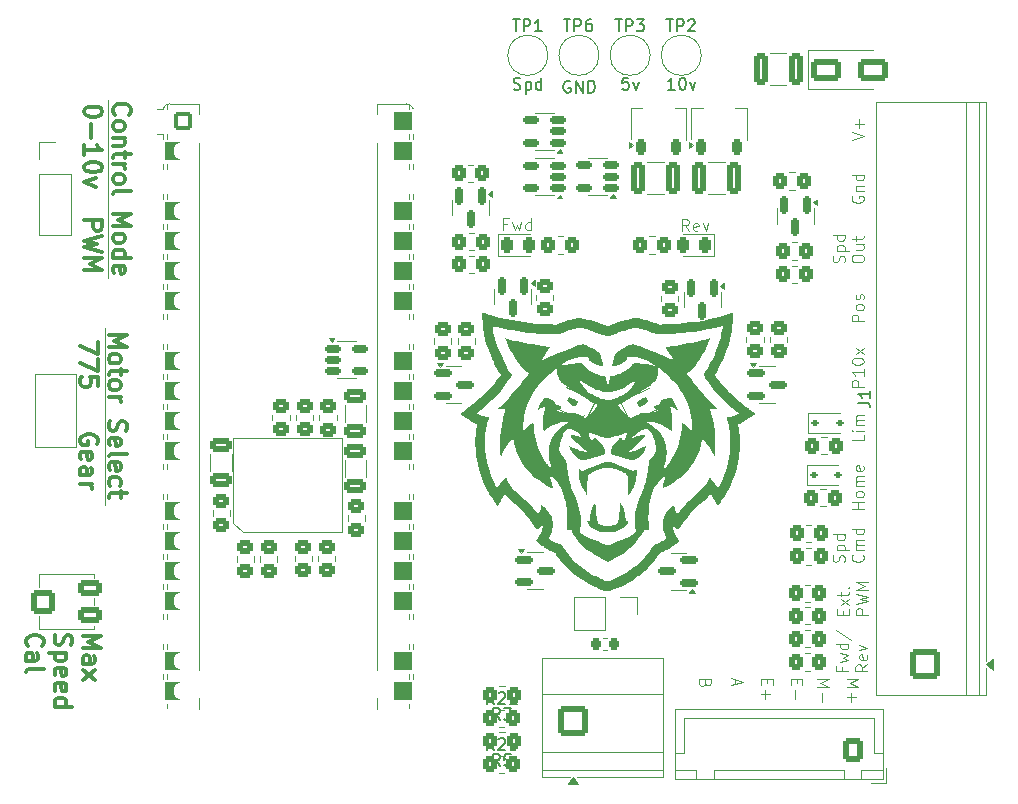
<source format=gto>
%TF.GenerationSoftware,KiCad,Pcbnew,9.0.2*%
%TF.CreationDate,2025-07-21T22:11:42-06:00*%
%TF.ProjectId,Pico_H-bridge_complete,5069636f-5f48-42d6-9272-696467655f63,rev?*%
%TF.SameCoordinates,Original*%
%TF.FileFunction,Legend,Top*%
%TF.FilePolarity,Positive*%
%FSLAX46Y46*%
G04 Gerber Fmt 4.6, Leading zero omitted, Abs format (unit mm)*
G04 Created by KiCad (PCBNEW 9.0.2) date 2025-07-21 22:11:42*
%MOMM*%
%LPD*%
G01*
G04 APERTURE LIST*
G04 Aperture macros list*
%AMRoundRect*
0 Rectangle with rounded corners*
0 $1 Rounding radius*
0 $2 $3 $4 $5 $6 $7 $8 $9 X,Y pos of 4 corners*
0 Add a 4 corners polygon primitive as box body*
4,1,4,$2,$3,$4,$5,$6,$7,$8,$9,$2,$3,0*
0 Add four circle primitives for the rounded corners*
1,1,$1+$1,$2,$3*
1,1,$1+$1,$4,$5*
1,1,$1+$1,$6,$7*
1,1,$1+$1,$8,$9*
0 Add four rect primitives between the rounded corners*
20,1,$1+$1,$2,$3,$4,$5,0*
20,1,$1+$1,$4,$5,$6,$7,0*
20,1,$1+$1,$6,$7,$8,$9,0*
20,1,$1+$1,$8,$9,$2,$3,0*%
%AMFreePoly0*
4,1,37,0.800000,0.796148,0.878414,0.796148,1.032228,0.765552,1.177117,0.705537,1.307515,0.618408,1.418408,0.507515,1.505537,0.377117,1.565552,0.232228,1.596148,0.078414,1.596148,-0.078414,1.565552,-0.232228,1.505537,-0.377117,1.418408,-0.507515,1.307515,-0.618408,1.177117,-0.705537,1.032228,-0.765552,0.878414,-0.796148,0.800000,-0.796148,0.800000,-0.800000,-1.400000,-0.800000,
-1.403843,-0.796157,-1.439018,-0.796157,-1.511114,-0.766294,-1.566294,-0.711114,-1.596157,-0.639018,-1.596157,-0.603843,-1.600000,-0.600000,-1.600000,0.600000,-1.596157,0.603843,-1.596157,0.639018,-1.566294,0.711114,-1.511114,0.766294,-1.439018,0.796157,-1.403843,0.796157,-1.400000,0.800000,0.800000,0.800000,0.800000,0.796148,0.800000,0.796148,$1*%
%AMFreePoly1*
4,1,37,1.403843,0.796157,1.439018,0.796157,1.511114,0.766294,1.566294,0.711114,1.596157,0.639018,1.596157,0.603843,1.600000,0.600000,1.600000,-0.600000,1.596157,-0.603843,1.596157,-0.639018,1.566294,-0.711114,1.511114,-0.766294,1.439018,-0.796157,1.403843,-0.796157,1.400000,-0.800000,-0.800000,-0.800000,-0.800000,-0.796148,-0.878414,-0.796148,-1.032228,-0.765552,-1.177117,-0.705537,
-1.307515,-0.618408,-1.418408,-0.507515,-1.505537,-0.377117,-1.565552,-0.232228,-1.596148,-0.078414,-1.596148,0.078414,-1.565552,0.232228,-1.505537,0.377117,-1.418408,0.507515,-1.307515,0.618408,-1.177117,0.705537,-1.032228,0.765552,-0.878414,0.796148,-0.800000,0.796148,-0.800000,0.800000,1.400000,0.800000,1.403843,0.796157,1.403843,0.796157,$1*%
%AMFreePoly2*
4,1,37,0.603843,0.796157,0.639018,0.796157,0.711114,0.766294,0.766294,0.711114,0.796157,0.639018,0.796157,0.603843,0.800000,0.600000,0.800000,-0.600000,0.796157,-0.603843,0.796157,-0.639018,0.766294,-0.711114,0.711114,-0.766294,0.639018,-0.796157,0.603843,-0.796157,0.600000,-0.800000,0.000000,-0.800000,0.000000,-0.796148,-0.078414,-0.796148,-0.232228,-0.765552,-0.377117,-0.705537,
-0.507515,-0.618408,-0.618408,-0.507515,-0.705537,-0.377117,-0.765552,-0.232228,-0.796148,-0.078414,-0.796148,0.078414,-0.765552,0.232228,-0.705537,0.377117,-0.618408,0.507515,-0.507515,0.618408,-0.377117,0.705537,-0.232228,0.765552,-0.078414,0.796148,0.000000,0.796148,0.000000,0.800000,0.600000,0.800000,0.603843,0.796157,0.603843,0.796157,$1*%
%AMFreePoly3*
4,1,37,0.000000,0.796148,0.078414,0.796148,0.232228,0.765552,0.377117,0.705537,0.507515,0.618408,0.618408,0.507515,0.705537,0.377117,0.765552,0.232228,0.796148,0.078414,0.796148,-0.078414,0.765552,-0.232228,0.705537,-0.377117,0.618408,-0.507515,0.507515,-0.618408,0.377117,-0.705537,0.232228,-0.765552,0.078414,-0.796148,0.000000,-0.796148,0.000000,-0.800000,-0.600000,-0.800000,
-0.603843,-0.796157,-0.639018,-0.796157,-0.711114,-0.766294,-0.766294,-0.711114,-0.796157,-0.639018,-0.796157,-0.603843,-0.800000,-0.600000,-0.800000,0.600000,-0.796157,0.603843,-0.796157,0.639018,-0.766294,0.711114,-0.711114,0.766294,-0.639018,0.796157,-0.603843,0.796157,-0.600000,0.800000,0.000000,0.800000,0.000000,0.796148,0.000000,0.796148,$1*%
%AMFreePoly4*
4,1,9,3.862500,-0.866500,0.737500,-0.866500,0.737500,-0.450000,-0.737500,-0.450000,-0.737500,0.450000,0.737500,0.450000,0.737500,0.866500,3.862500,0.866500,3.862500,-0.866500,3.862500,-0.866500,$1*%
G04 Aperture macros list end*
%ADD10C,0.100000*%
%ADD11C,0.300000*%
%ADD12C,0.150000*%
%ADD13C,0.120000*%
%ADD14C,0.000000*%
%ADD15RoundRect,0.150000X-0.150000X0.587500X-0.150000X-0.587500X0.150000X-0.587500X0.150000X0.587500X0*%
%ADD16RoundRect,0.250000X0.350000X0.450000X-0.350000X0.450000X-0.350000X-0.450000X0.350000X-0.450000X0*%
%ADD17FreePoly0,0.000000*%
%ADD18RoundRect,0.200000X-0.600000X-0.600000X0.600000X-0.600000X0.600000X0.600000X-0.600000X0.600000X0*%
%ADD19RoundRect,0.800000X-0.800000X-0.000010X0.800000X-0.000010X0.800000X0.000010X-0.800000X0.000010X0*%
%ADD20C,1.600000*%
%ADD21FreePoly1,0.000000*%
%ADD22FreePoly2,0.000000*%
%ADD23FreePoly3,0.000000*%
%ADD24RoundRect,0.250000X0.325000X1.100000X-0.325000X1.100000X-0.325000X-1.100000X0.325000X-1.100000X0*%
%ADD25C,3.000000*%
%ADD26R,1.700000X1.700000*%
%ADD27C,1.700000*%
%ADD28RoundRect,0.250000X-0.450000X0.350000X-0.450000X-0.350000X0.450000X-0.350000X0.450000X0.350000X0*%
%ADD29RoundRect,0.250000X0.450000X-0.350000X0.450000X0.350000X-0.450000X0.350000X-0.450000X-0.350000X0*%
%ADD30C,2.800000*%
%ADD31RoundRect,0.250000X0.600000X0.725000X-0.600000X0.725000X-0.600000X-0.725000X0.600000X-0.725000X0*%
%ADD32O,1.700000X1.950000*%
%ADD33RoundRect,0.250000X1.050000X-1.050000X1.050000X1.050000X-1.050000X1.050000X-1.050000X-1.050000X0*%
%ADD34C,2.600000*%
%ADD35RoundRect,0.225000X-0.225000X-0.250000X0.225000X-0.250000X0.225000X0.250000X-0.225000X0.250000X0*%
%ADD36RoundRect,0.250000X-0.325000X-1.100000X0.325000X-1.100000X0.325000X1.100000X-0.325000X1.100000X0*%
%ADD37RoundRect,0.225000X0.225000X-0.425000X0.225000X0.425000X-0.225000X0.425000X-0.225000X-0.425000X0*%
%ADD38FreePoly4,90.000000*%
%ADD39RoundRect,0.112500X-0.187500X-0.112500X0.187500X-0.112500X0.187500X0.112500X-0.187500X0.112500X0*%
%ADD40RoundRect,0.243750X0.243750X0.456250X-0.243750X0.456250X-0.243750X-0.456250X0.243750X-0.456250X0*%
%ADD41RoundRect,0.250000X-1.050000X-1.050000X1.050000X-1.050000X1.050000X1.050000X-1.050000X1.050000X0*%
%ADD42RoundRect,0.150000X0.512500X0.150000X-0.512500X0.150000X-0.512500X-0.150000X0.512500X-0.150000X0*%
%ADD43RoundRect,0.243750X-0.243750X-0.456250X0.243750X-0.456250X0.243750X0.456250X-0.243750X0.456250X0*%
%ADD44RoundRect,0.250000X0.650000X-0.325000X0.650000X0.325000X-0.650000X0.325000X-0.650000X-0.325000X0*%
%ADD45RoundRect,0.150000X-0.587500X-0.150000X0.587500X-0.150000X0.587500X0.150000X-0.587500X0.150000X0*%
%ADD46RoundRect,0.250000X-0.350000X-0.450000X0.350000X-0.450000X0.350000X0.450000X-0.350000X0.450000X0*%
%ADD47RoundRect,0.243750X0.413732X0.310490X-0.028093X0.516516X-0.413732X-0.310490X0.028093X-0.516516X0*%
%ADD48RoundRect,0.150000X0.587500X0.150000X-0.587500X0.150000X-0.587500X-0.150000X0.587500X-0.150000X0*%
%ADD49R,0.600000X1.550000*%
%ADD50R,1.100000X1.500000*%
%ADD51RoundRect,0.250000X-0.750000X0.400000X-0.750000X-0.400000X0.750000X-0.400000X0.750000X0.400000X0*%
%ADD52RoundRect,0.250000X-0.750000X0.750000X-0.750000X-0.750000X0.750000X-0.750000X0.750000X0.750000X0*%
%ADD53RoundRect,0.250000X-1.000000X-0.650000X1.000000X-0.650000X1.000000X0.650000X-1.000000X0.650000X0*%
%ADD54RoundRect,0.150000X-0.512500X-0.150000X0.512500X-0.150000X0.512500X0.150000X-0.512500X0.150000X0*%
%ADD55RoundRect,0.243750X-0.028093X-0.516516X0.413732X-0.310490X0.028093X0.516516X-0.413732X0.310490X0*%
G04 APERTURE END LIST*
D10*
X90820000Y-81800000D02*
X90820000Y-96800000D01*
X91020000Y-62500000D02*
X91020000Y-77600000D01*
D11*
X91104087Y-82384286D02*
X92604087Y-82384286D01*
X92604087Y-82384286D02*
X91532658Y-82884286D01*
X91532658Y-82884286D02*
X92604087Y-83384286D01*
X92604087Y-83384286D02*
X91104087Y-83384286D01*
X91104087Y-84312858D02*
X91175516Y-84170001D01*
X91175516Y-84170001D02*
X91246944Y-84098572D01*
X91246944Y-84098572D02*
X91389801Y-84027144D01*
X91389801Y-84027144D02*
X91818373Y-84027144D01*
X91818373Y-84027144D02*
X91961230Y-84098572D01*
X91961230Y-84098572D02*
X92032658Y-84170001D01*
X92032658Y-84170001D02*
X92104087Y-84312858D01*
X92104087Y-84312858D02*
X92104087Y-84527144D01*
X92104087Y-84527144D02*
X92032658Y-84670001D01*
X92032658Y-84670001D02*
X91961230Y-84741430D01*
X91961230Y-84741430D02*
X91818373Y-84812858D01*
X91818373Y-84812858D02*
X91389801Y-84812858D01*
X91389801Y-84812858D02*
X91246944Y-84741430D01*
X91246944Y-84741430D02*
X91175516Y-84670001D01*
X91175516Y-84670001D02*
X91104087Y-84527144D01*
X91104087Y-84527144D02*
X91104087Y-84312858D01*
X92104087Y-85241430D02*
X92104087Y-85812858D01*
X92604087Y-85455715D02*
X91318373Y-85455715D01*
X91318373Y-85455715D02*
X91175516Y-85527144D01*
X91175516Y-85527144D02*
X91104087Y-85670001D01*
X91104087Y-85670001D02*
X91104087Y-85812858D01*
X91104087Y-86527144D02*
X91175516Y-86384287D01*
X91175516Y-86384287D02*
X91246944Y-86312858D01*
X91246944Y-86312858D02*
X91389801Y-86241430D01*
X91389801Y-86241430D02*
X91818373Y-86241430D01*
X91818373Y-86241430D02*
X91961230Y-86312858D01*
X91961230Y-86312858D02*
X92032658Y-86384287D01*
X92032658Y-86384287D02*
X92104087Y-86527144D01*
X92104087Y-86527144D02*
X92104087Y-86741430D01*
X92104087Y-86741430D02*
X92032658Y-86884287D01*
X92032658Y-86884287D02*
X91961230Y-86955716D01*
X91961230Y-86955716D02*
X91818373Y-87027144D01*
X91818373Y-87027144D02*
X91389801Y-87027144D01*
X91389801Y-87027144D02*
X91246944Y-86955716D01*
X91246944Y-86955716D02*
X91175516Y-86884287D01*
X91175516Y-86884287D02*
X91104087Y-86741430D01*
X91104087Y-86741430D02*
X91104087Y-86527144D01*
X91104087Y-87670001D02*
X92104087Y-87670001D01*
X91818373Y-87670001D02*
X91961230Y-87741430D01*
X91961230Y-87741430D02*
X92032658Y-87812859D01*
X92032658Y-87812859D02*
X92104087Y-87955716D01*
X92104087Y-87955716D02*
X92104087Y-88098573D01*
X91175516Y-89670001D02*
X91104087Y-89884287D01*
X91104087Y-89884287D02*
X91104087Y-90241429D01*
X91104087Y-90241429D02*
X91175516Y-90384287D01*
X91175516Y-90384287D02*
X91246944Y-90455715D01*
X91246944Y-90455715D02*
X91389801Y-90527144D01*
X91389801Y-90527144D02*
X91532658Y-90527144D01*
X91532658Y-90527144D02*
X91675516Y-90455715D01*
X91675516Y-90455715D02*
X91746944Y-90384287D01*
X91746944Y-90384287D02*
X91818373Y-90241429D01*
X91818373Y-90241429D02*
X91889801Y-89955715D01*
X91889801Y-89955715D02*
X91961230Y-89812858D01*
X91961230Y-89812858D02*
X92032658Y-89741429D01*
X92032658Y-89741429D02*
X92175516Y-89670001D01*
X92175516Y-89670001D02*
X92318373Y-89670001D01*
X92318373Y-89670001D02*
X92461230Y-89741429D01*
X92461230Y-89741429D02*
X92532658Y-89812858D01*
X92532658Y-89812858D02*
X92604087Y-89955715D01*
X92604087Y-89955715D02*
X92604087Y-90312858D01*
X92604087Y-90312858D02*
X92532658Y-90527144D01*
X91175516Y-91741429D02*
X91104087Y-91598572D01*
X91104087Y-91598572D02*
X91104087Y-91312858D01*
X91104087Y-91312858D02*
X91175516Y-91170000D01*
X91175516Y-91170000D02*
X91318373Y-91098572D01*
X91318373Y-91098572D02*
X91889801Y-91098572D01*
X91889801Y-91098572D02*
X92032658Y-91170000D01*
X92032658Y-91170000D02*
X92104087Y-91312858D01*
X92104087Y-91312858D02*
X92104087Y-91598572D01*
X92104087Y-91598572D02*
X92032658Y-91741429D01*
X92032658Y-91741429D02*
X91889801Y-91812858D01*
X91889801Y-91812858D02*
X91746944Y-91812858D01*
X91746944Y-91812858D02*
X91604087Y-91098572D01*
X91104087Y-92670000D02*
X91175516Y-92527143D01*
X91175516Y-92527143D02*
X91318373Y-92455714D01*
X91318373Y-92455714D02*
X92604087Y-92455714D01*
X91175516Y-93812857D02*
X91104087Y-93670000D01*
X91104087Y-93670000D02*
X91104087Y-93384286D01*
X91104087Y-93384286D02*
X91175516Y-93241428D01*
X91175516Y-93241428D02*
X91318373Y-93170000D01*
X91318373Y-93170000D02*
X91889801Y-93170000D01*
X91889801Y-93170000D02*
X92032658Y-93241428D01*
X92032658Y-93241428D02*
X92104087Y-93384286D01*
X92104087Y-93384286D02*
X92104087Y-93670000D01*
X92104087Y-93670000D02*
X92032658Y-93812857D01*
X92032658Y-93812857D02*
X91889801Y-93884286D01*
X91889801Y-93884286D02*
X91746944Y-93884286D01*
X91746944Y-93884286D02*
X91604087Y-93170000D01*
X91175516Y-95170000D02*
X91104087Y-95027142D01*
X91104087Y-95027142D02*
X91104087Y-94741428D01*
X91104087Y-94741428D02*
X91175516Y-94598571D01*
X91175516Y-94598571D02*
X91246944Y-94527142D01*
X91246944Y-94527142D02*
X91389801Y-94455714D01*
X91389801Y-94455714D02*
X91818373Y-94455714D01*
X91818373Y-94455714D02*
X91961230Y-94527142D01*
X91961230Y-94527142D02*
X92032658Y-94598571D01*
X92032658Y-94598571D02*
X92104087Y-94741428D01*
X92104087Y-94741428D02*
X92104087Y-95027142D01*
X92104087Y-95027142D02*
X92032658Y-95170000D01*
X92104087Y-95598571D02*
X92104087Y-96169999D01*
X92604087Y-95812856D02*
X91318373Y-95812856D01*
X91318373Y-95812856D02*
X91175516Y-95884285D01*
X91175516Y-95884285D02*
X91104087Y-96027142D01*
X91104087Y-96027142D02*
X91104087Y-96169999D01*
X90189171Y-82991429D02*
X90189171Y-83991429D01*
X90189171Y-83991429D02*
X88689171Y-83348572D01*
X90189171Y-84420000D02*
X90189171Y-85420000D01*
X90189171Y-85420000D02*
X88689171Y-84777143D01*
X90189171Y-86705714D02*
X90189171Y-85991428D01*
X90189171Y-85991428D02*
X89474885Y-85920000D01*
X89474885Y-85920000D02*
X89546314Y-85991428D01*
X89546314Y-85991428D02*
X89617742Y-86134286D01*
X89617742Y-86134286D02*
X89617742Y-86491428D01*
X89617742Y-86491428D02*
X89546314Y-86634286D01*
X89546314Y-86634286D02*
X89474885Y-86705714D01*
X89474885Y-86705714D02*
X89332028Y-86777143D01*
X89332028Y-86777143D02*
X88974885Y-86777143D01*
X88974885Y-86777143D02*
X88832028Y-86705714D01*
X88832028Y-86705714D02*
X88760600Y-86634286D01*
X88760600Y-86634286D02*
X88689171Y-86491428D01*
X88689171Y-86491428D02*
X88689171Y-86134286D01*
X88689171Y-86134286D02*
X88760600Y-85991428D01*
X88760600Y-85991428D02*
X88832028Y-85920000D01*
X90117742Y-91634285D02*
X90189171Y-91491428D01*
X90189171Y-91491428D02*
X90189171Y-91277142D01*
X90189171Y-91277142D02*
X90117742Y-91062856D01*
X90117742Y-91062856D02*
X89974885Y-90919999D01*
X89974885Y-90919999D02*
X89832028Y-90848570D01*
X89832028Y-90848570D02*
X89546314Y-90777142D01*
X89546314Y-90777142D02*
X89332028Y-90777142D01*
X89332028Y-90777142D02*
X89046314Y-90848570D01*
X89046314Y-90848570D02*
X88903457Y-90919999D01*
X88903457Y-90919999D02*
X88760600Y-91062856D01*
X88760600Y-91062856D02*
X88689171Y-91277142D01*
X88689171Y-91277142D02*
X88689171Y-91419999D01*
X88689171Y-91419999D02*
X88760600Y-91634285D01*
X88760600Y-91634285D02*
X88832028Y-91705713D01*
X88832028Y-91705713D02*
X89332028Y-91705713D01*
X89332028Y-91705713D02*
X89332028Y-91419999D01*
X88760600Y-92919999D02*
X88689171Y-92777142D01*
X88689171Y-92777142D02*
X88689171Y-92491428D01*
X88689171Y-92491428D02*
X88760600Y-92348570D01*
X88760600Y-92348570D02*
X88903457Y-92277142D01*
X88903457Y-92277142D02*
X89474885Y-92277142D01*
X89474885Y-92277142D02*
X89617742Y-92348570D01*
X89617742Y-92348570D02*
X89689171Y-92491428D01*
X89689171Y-92491428D02*
X89689171Y-92777142D01*
X89689171Y-92777142D02*
X89617742Y-92919999D01*
X89617742Y-92919999D02*
X89474885Y-92991428D01*
X89474885Y-92991428D02*
X89332028Y-92991428D01*
X89332028Y-92991428D02*
X89189171Y-92277142D01*
X88689171Y-94277142D02*
X89474885Y-94277142D01*
X89474885Y-94277142D02*
X89617742Y-94205713D01*
X89617742Y-94205713D02*
X89689171Y-94062856D01*
X89689171Y-94062856D02*
X89689171Y-93777142D01*
X89689171Y-93777142D02*
X89617742Y-93634284D01*
X88760600Y-94277142D02*
X88689171Y-94134284D01*
X88689171Y-94134284D02*
X88689171Y-93777142D01*
X88689171Y-93777142D02*
X88760600Y-93634284D01*
X88760600Y-93634284D02*
X88903457Y-93562856D01*
X88903457Y-93562856D02*
X89046314Y-93562856D01*
X89046314Y-93562856D02*
X89189171Y-93634284D01*
X89189171Y-93634284D02*
X89260600Y-93777142D01*
X89260600Y-93777142D02*
X89260600Y-94134284D01*
X89260600Y-94134284D02*
X89332028Y-94277142D01*
X88689171Y-94991427D02*
X89689171Y-94991427D01*
X89403457Y-94991427D02*
X89546314Y-95062856D01*
X89546314Y-95062856D02*
X89617742Y-95134285D01*
X89617742Y-95134285D02*
X89689171Y-95277142D01*
X89689171Y-95277142D02*
X89689171Y-95419999D01*
D10*
X144108295Y-111503170D02*
X144108295Y-111979360D01*
X143822580Y-111407932D02*
X144822580Y-111741265D01*
X144822580Y-111741265D02*
X143822580Y-112074598D01*
X155022419Y-86816856D02*
X154022419Y-86816856D01*
X154022419Y-86816856D02*
X154022419Y-86435904D01*
X154022419Y-86435904D02*
X154070038Y-86340666D01*
X154070038Y-86340666D02*
X154117657Y-86293047D01*
X154117657Y-86293047D02*
X154212895Y-86245428D01*
X154212895Y-86245428D02*
X154355752Y-86245428D01*
X154355752Y-86245428D02*
X154450990Y-86293047D01*
X154450990Y-86293047D02*
X154498609Y-86340666D01*
X154498609Y-86340666D02*
X154546228Y-86435904D01*
X154546228Y-86435904D02*
X154546228Y-86816856D01*
X155022419Y-85293047D02*
X155022419Y-85864475D01*
X155022419Y-85578761D02*
X154022419Y-85578761D01*
X154022419Y-85578761D02*
X154165276Y-85673999D01*
X154165276Y-85673999D02*
X154260514Y-85769237D01*
X154260514Y-85769237D02*
X154308133Y-85864475D01*
X154022419Y-84673999D02*
X154022419Y-84578761D01*
X154022419Y-84578761D02*
X154070038Y-84483523D01*
X154070038Y-84483523D02*
X154117657Y-84435904D01*
X154117657Y-84435904D02*
X154212895Y-84388285D01*
X154212895Y-84388285D02*
X154403371Y-84340666D01*
X154403371Y-84340666D02*
X154641466Y-84340666D01*
X154641466Y-84340666D02*
X154831942Y-84388285D01*
X154831942Y-84388285D02*
X154927180Y-84435904D01*
X154927180Y-84435904D02*
X154974800Y-84483523D01*
X154974800Y-84483523D02*
X155022419Y-84578761D01*
X155022419Y-84578761D02*
X155022419Y-84673999D01*
X155022419Y-84673999D02*
X154974800Y-84769237D01*
X154974800Y-84769237D02*
X154927180Y-84816856D01*
X154927180Y-84816856D02*
X154831942Y-84864475D01*
X154831942Y-84864475D02*
X154641466Y-84912094D01*
X154641466Y-84912094D02*
X154403371Y-84912094D01*
X154403371Y-84912094D02*
X154212895Y-84864475D01*
X154212895Y-84864475D02*
X154117657Y-84816856D01*
X154117657Y-84816856D02*
X154070038Y-84769237D01*
X154070038Y-84769237D02*
X154022419Y-84673999D01*
X155022419Y-84007332D02*
X154355752Y-83483523D01*
X154355752Y-84007332D02*
X155022419Y-83483523D01*
X155022419Y-97156749D02*
X154022419Y-97156749D01*
X154498609Y-97156749D02*
X154498609Y-96585321D01*
X155022419Y-96585321D02*
X154022419Y-96585321D01*
X155022419Y-95966273D02*
X154974800Y-96061511D01*
X154974800Y-96061511D02*
X154927180Y-96109130D01*
X154927180Y-96109130D02*
X154831942Y-96156749D01*
X154831942Y-96156749D02*
X154546228Y-96156749D01*
X154546228Y-96156749D02*
X154450990Y-96109130D01*
X154450990Y-96109130D02*
X154403371Y-96061511D01*
X154403371Y-96061511D02*
X154355752Y-95966273D01*
X154355752Y-95966273D02*
X154355752Y-95823416D01*
X154355752Y-95823416D02*
X154403371Y-95728178D01*
X154403371Y-95728178D02*
X154450990Y-95680559D01*
X154450990Y-95680559D02*
X154546228Y-95632940D01*
X154546228Y-95632940D02*
X154831942Y-95632940D01*
X154831942Y-95632940D02*
X154927180Y-95680559D01*
X154927180Y-95680559D02*
X154974800Y-95728178D01*
X154974800Y-95728178D02*
X155022419Y-95823416D01*
X155022419Y-95823416D02*
X155022419Y-95966273D01*
X155022419Y-95204368D02*
X154355752Y-95204368D01*
X154450990Y-95204368D02*
X154403371Y-95156749D01*
X154403371Y-95156749D02*
X154355752Y-95061511D01*
X154355752Y-95061511D02*
X154355752Y-94918654D01*
X154355752Y-94918654D02*
X154403371Y-94823416D01*
X154403371Y-94823416D02*
X154498609Y-94775797D01*
X154498609Y-94775797D02*
X155022419Y-94775797D01*
X154498609Y-94775797D02*
X154403371Y-94728178D01*
X154403371Y-94728178D02*
X154355752Y-94632940D01*
X154355752Y-94632940D02*
X154355752Y-94490083D01*
X154355752Y-94490083D02*
X154403371Y-94394844D01*
X154403371Y-94394844D02*
X154498609Y-94347225D01*
X154498609Y-94347225D02*
X155022419Y-94347225D01*
X154974800Y-93490083D02*
X155022419Y-93585321D01*
X155022419Y-93585321D02*
X155022419Y-93775797D01*
X155022419Y-93775797D02*
X154974800Y-93871035D01*
X154974800Y-93871035D02*
X154879561Y-93918654D01*
X154879561Y-93918654D02*
X154498609Y-93918654D01*
X154498609Y-93918654D02*
X154403371Y-93871035D01*
X154403371Y-93871035D02*
X154355752Y-93775797D01*
X154355752Y-93775797D02*
X154355752Y-93585321D01*
X154355752Y-93585321D02*
X154403371Y-93490083D01*
X154403371Y-93490083D02*
X154498609Y-93442464D01*
X154498609Y-93442464D02*
X154593847Y-93442464D01*
X154593847Y-93442464D02*
X154689085Y-93918654D01*
X153364856Y-76262675D02*
X153412475Y-76119818D01*
X153412475Y-76119818D02*
X153412475Y-75881723D01*
X153412475Y-75881723D02*
X153364856Y-75786485D01*
X153364856Y-75786485D02*
X153317236Y-75738866D01*
X153317236Y-75738866D02*
X153221998Y-75691247D01*
X153221998Y-75691247D02*
X153126760Y-75691247D01*
X153126760Y-75691247D02*
X153031522Y-75738866D01*
X153031522Y-75738866D02*
X152983903Y-75786485D01*
X152983903Y-75786485D02*
X152936284Y-75881723D01*
X152936284Y-75881723D02*
X152888665Y-76072199D01*
X152888665Y-76072199D02*
X152841046Y-76167437D01*
X152841046Y-76167437D02*
X152793427Y-76215056D01*
X152793427Y-76215056D02*
X152698189Y-76262675D01*
X152698189Y-76262675D02*
X152602951Y-76262675D01*
X152602951Y-76262675D02*
X152507713Y-76215056D01*
X152507713Y-76215056D02*
X152460094Y-76167437D01*
X152460094Y-76167437D02*
X152412475Y-76072199D01*
X152412475Y-76072199D02*
X152412475Y-75834104D01*
X152412475Y-75834104D02*
X152460094Y-75691247D01*
X152745808Y-75262675D02*
X153745808Y-75262675D01*
X152793427Y-75262675D02*
X152745808Y-75167437D01*
X152745808Y-75167437D02*
X152745808Y-74976961D01*
X152745808Y-74976961D02*
X152793427Y-74881723D01*
X152793427Y-74881723D02*
X152841046Y-74834104D01*
X152841046Y-74834104D02*
X152936284Y-74786485D01*
X152936284Y-74786485D02*
X153221998Y-74786485D01*
X153221998Y-74786485D02*
X153317236Y-74834104D01*
X153317236Y-74834104D02*
X153364856Y-74881723D01*
X153364856Y-74881723D02*
X153412475Y-74976961D01*
X153412475Y-74976961D02*
X153412475Y-75167437D01*
X153412475Y-75167437D02*
X153364856Y-75262675D01*
X153412475Y-73929342D02*
X152412475Y-73929342D01*
X153364856Y-73929342D02*
X153412475Y-74024580D01*
X153412475Y-74024580D02*
X153412475Y-74215056D01*
X153412475Y-74215056D02*
X153364856Y-74310294D01*
X153364856Y-74310294D02*
X153317236Y-74357913D01*
X153317236Y-74357913D02*
X153221998Y-74405532D01*
X153221998Y-74405532D02*
X152936284Y-74405532D01*
X152936284Y-74405532D02*
X152841046Y-74357913D01*
X152841046Y-74357913D02*
X152793427Y-74310294D01*
X152793427Y-74310294D02*
X152745808Y-74215056D01*
X152745808Y-74215056D02*
X152745808Y-74024580D01*
X152745808Y-74024580D02*
X152793427Y-73929342D01*
X154022419Y-76024580D02*
X154022419Y-75834104D01*
X154022419Y-75834104D02*
X154070038Y-75738866D01*
X154070038Y-75738866D02*
X154165276Y-75643628D01*
X154165276Y-75643628D02*
X154355752Y-75596009D01*
X154355752Y-75596009D02*
X154689085Y-75596009D01*
X154689085Y-75596009D02*
X154879561Y-75643628D01*
X154879561Y-75643628D02*
X154974800Y-75738866D01*
X154974800Y-75738866D02*
X155022419Y-75834104D01*
X155022419Y-75834104D02*
X155022419Y-76024580D01*
X155022419Y-76024580D02*
X154974800Y-76119818D01*
X154974800Y-76119818D02*
X154879561Y-76215056D01*
X154879561Y-76215056D02*
X154689085Y-76262675D01*
X154689085Y-76262675D02*
X154355752Y-76262675D01*
X154355752Y-76262675D02*
X154165276Y-76215056D01*
X154165276Y-76215056D02*
X154070038Y-76119818D01*
X154070038Y-76119818D02*
X154022419Y-76024580D01*
X154355752Y-74738866D02*
X155022419Y-74738866D01*
X154355752Y-75167437D02*
X154879561Y-75167437D01*
X154879561Y-75167437D02*
X154974800Y-75119818D01*
X154974800Y-75119818D02*
X155022419Y-75024580D01*
X155022419Y-75024580D02*
X155022419Y-74881723D01*
X155022419Y-74881723D02*
X154974800Y-74786485D01*
X154974800Y-74786485D02*
X154927180Y-74738866D01*
X154355752Y-74405532D02*
X154355752Y-74024580D01*
X154022419Y-74262675D02*
X154879561Y-74262675D01*
X154879561Y-74262675D02*
X154974800Y-74215056D01*
X154974800Y-74215056D02*
X155022419Y-74119818D01*
X155022419Y-74119818D02*
X155022419Y-74024580D01*
X155022419Y-90855850D02*
X155022419Y-91332040D01*
X155022419Y-91332040D02*
X154022419Y-91332040D01*
X155022419Y-90522516D02*
X154355752Y-90522516D01*
X154022419Y-90522516D02*
X154070038Y-90570135D01*
X154070038Y-90570135D02*
X154117657Y-90522516D01*
X154117657Y-90522516D02*
X154070038Y-90474897D01*
X154070038Y-90474897D02*
X154022419Y-90522516D01*
X154022419Y-90522516D02*
X154117657Y-90522516D01*
X155022419Y-90046326D02*
X154355752Y-90046326D01*
X154450990Y-90046326D02*
X154403371Y-89998707D01*
X154403371Y-89998707D02*
X154355752Y-89903469D01*
X154355752Y-89903469D02*
X154355752Y-89760612D01*
X154355752Y-89760612D02*
X154403371Y-89665374D01*
X154403371Y-89665374D02*
X154498609Y-89617755D01*
X154498609Y-89617755D02*
X155022419Y-89617755D01*
X154498609Y-89617755D02*
X154403371Y-89570136D01*
X154403371Y-89570136D02*
X154355752Y-89474898D01*
X154355752Y-89474898D02*
X154355752Y-89332041D01*
X154355752Y-89332041D02*
X154403371Y-89236802D01*
X154403371Y-89236802D02*
X154498609Y-89189183D01*
X154498609Y-89189183D02*
X155022419Y-89189183D01*
D11*
X88924003Y-107865225D02*
X90424003Y-107865225D01*
X90424003Y-107865225D02*
X89352574Y-108365225D01*
X89352574Y-108365225D02*
X90424003Y-108865225D01*
X90424003Y-108865225D02*
X88924003Y-108865225D01*
X88924003Y-110222369D02*
X89709717Y-110222369D01*
X89709717Y-110222369D02*
X89852574Y-110150940D01*
X89852574Y-110150940D02*
X89924003Y-110008083D01*
X89924003Y-110008083D02*
X89924003Y-109722369D01*
X89924003Y-109722369D02*
X89852574Y-109579511D01*
X88995432Y-110222369D02*
X88924003Y-110079511D01*
X88924003Y-110079511D02*
X88924003Y-109722369D01*
X88924003Y-109722369D02*
X88995432Y-109579511D01*
X88995432Y-109579511D02*
X89138289Y-109508083D01*
X89138289Y-109508083D02*
X89281146Y-109508083D01*
X89281146Y-109508083D02*
X89424003Y-109579511D01*
X89424003Y-109579511D02*
X89495432Y-109722369D01*
X89495432Y-109722369D02*
X89495432Y-110079511D01*
X89495432Y-110079511D02*
X89566860Y-110222369D01*
X88924003Y-110793797D02*
X89924003Y-111579512D01*
X89924003Y-110793797D02*
X88924003Y-111579512D01*
X86580516Y-107793797D02*
X86509087Y-108008083D01*
X86509087Y-108008083D02*
X86509087Y-108365225D01*
X86509087Y-108365225D02*
X86580516Y-108508083D01*
X86580516Y-108508083D02*
X86651944Y-108579511D01*
X86651944Y-108579511D02*
X86794801Y-108650940D01*
X86794801Y-108650940D02*
X86937658Y-108650940D01*
X86937658Y-108650940D02*
X87080516Y-108579511D01*
X87080516Y-108579511D02*
X87151944Y-108508083D01*
X87151944Y-108508083D02*
X87223373Y-108365225D01*
X87223373Y-108365225D02*
X87294801Y-108079511D01*
X87294801Y-108079511D02*
X87366230Y-107936654D01*
X87366230Y-107936654D02*
X87437658Y-107865225D01*
X87437658Y-107865225D02*
X87580516Y-107793797D01*
X87580516Y-107793797D02*
X87723373Y-107793797D01*
X87723373Y-107793797D02*
X87866230Y-107865225D01*
X87866230Y-107865225D02*
X87937658Y-107936654D01*
X87937658Y-107936654D02*
X88009087Y-108079511D01*
X88009087Y-108079511D02*
X88009087Y-108436654D01*
X88009087Y-108436654D02*
X87937658Y-108650940D01*
X87509087Y-109293796D02*
X86009087Y-109293796D01*
X87437658Y-109293796D02*
X87509087Y-109436654D01*
X87509087Y-109436654D02*
X87509087Y-109722368D01*
X87509087Y-109722368D02*
X87437658Y-109865225D01*
X87437658Y-109865225D02*
X87366230Y-109936654D01*
X87366230Y-109936654D02*
X87223373Y-110008082D01*
X87223373Y-110008082D02*
X86794801Y-110008082D01*
X86794801Y-110008082D02*
X86651944Y-109936654D01*
X86651944Y-109936654D02*
X86580516Y-109865225D01*
X86580516Y-109865225D02*
X86509087Y-109722368D01*
X86509087Y-109722368D02*
X86509087Y-109436654D01*
X86509087Y-109436654D02*
X86580516Y-109293796D01*
X86580516Y-111222368D02*
X86509087Y-111079511D01*
X86509087Y-111079511D02*
X86509087Y-110793797D01*
X86509087Y-110793797D02*
X86580516Y-110650939D01*
X86580516Y-110650939D02*
X86723373Y-110579511D01*
X86723373Y-110579511D02*
X87294801Y-110579511D01*
X87294801Y-110579511D02*
X87437658Y-110650939D01*
X87437658Y-110650939D02*
X87509087Y-110793797D01*
X87509087Y-110793797D02*
X87509087Y-111079511D01*
X87509087Y-111079511D02*
X87437658Y-111222368D01*
X87437658Y-111222368D02*
X87294801Y-111293797D01*
X87294801Y-111293797D02*
X87151944Y-111293797D01*
X87151944Y-111293797D02*
X87009087Y-110579511D01*
X86580516Y-112508082D02*
X86509087Y-112365225D01*
X86509087Y-112365225D02*
X86509087Y-112079511D01*
X86509087Y-112079511D02*
X86580516Y-111936653D01*
X86580516Y-111936653D02*
X86723373Y-111865225D01*
X86723373Y-111865225D02*
X87294801Y-111865225D01*
X87294801Y-111865225D02*
X87437658Y-111936653D01*
X87437658Y-111936653D02*
X87509087Y-112079511D01*
X87509087Y-112079511D02*
X87509087Y-112365225D01*
X87509087Y-112365225D02*
X87437658Y-112508082D01*
X87437658Y-112508082D02*
X87294801Y-112579511D01*
X87294801Y-112579511D02*
X87151944Y-112579511D01*
X87151944Y-112579511D02*
X87009087Y-111865225D01*
X86509087Y-113865225D02*
X88009087Y-113865225D01*
X86580516Y-113865225D02*
X86509087Y-113722367D01*
X86509087Y-113722367D02*
X86509087Y-113436653D01*
X86509087Y-113436653D02*
X86580516Y-113293796D01*
X86580516Y-113293796D02*
X86651944Y-113222367D01*
X86651944Y-113222367D02*
X86794801Y-113150939D01*
X86794801Y-113150939D02*
X87223373Y-113150939D01*
X87223373Y-113150939D02*
X87366230Y-113222367D01*
X87366230Y-113222367D02*
X87437658Y-113293796D01*
X87437658Y-113293796D02*
X87509087Y-113436653D01*
X87509087Y-113436653D02*
X87509087Y-113722367D01*
X87509087Y-113722367D02*
X87437658Y-113865225D01*
X84237028Y-108722368D02*
X84165600Y-108650940D01*
X84165600Y-108650940D02*
X84094171Y-108436654D01*
X84094171Y-108436654D02*
X84094171Y-108293797D01*
X84094171Y-108293797D02*
X84165600Y-108079511D01*
X84165600Y-108079511D02*
X84308457Y-107936654D01*
X84308457Y-107936654D02*
X84451314Y-107865225D01*
X84451314Y-107865225D02*
X84737028Y-107793797D01*
X84737028Y-107793797D02*
X84951314Y-107793797D01*
X84951314Y-107793797D02*
X85237028Y-107865225D01*
X85237028Y-107865225D02*
X85379885Y-107936654D01*
X85379885Y-107936654D02*
X85522742Y-108079511D01*
X85522742Y-108079511D02*
X85594171Y-108293797D01*
X85594171Y-108293797D02*
X85594171Y-108436654D01*
X85594171Y-108436654D02*
X85522742Y-108650940D01*
X85522742Y-108650940D02*
X85451314Y-108722368D01*
X84094171Y-110008083D02*
X84879885Y-110008083D01*
X84879885Y-110008083D02*
X85022742Y-109936654D01*
X85022742Y-109936654D02*
X85094171Y-109793797D01*
X85094171Y-109793797D02*
X85094171Y-109508083D01*
X85094171Y-109508083D02*
X85022742Y-109365225D01*
X84165600Y-110008083D02*
X84094171Y-109865225D01*
X84094171Y-109865225D02*
X84094171Y-109508083D01*
X84094171Y-109508083D02*
X84165600Y-109365225D01*
X84165600Y-109365225D02*
X84308457Y-109293797D01*
X84308457Y-109293797D02*
X84451314Y-109293797D01*
X84451314Y-109293797D02*
X84594171Y-109365225D01*
X84594171Y-109365225D02*
X84665600Y-109508083D01*
X84665600Y-109508083D02*
X84665600Y-109865225D01*
X84665600Y-109865225D02*
X84737028Y-110008083D01*
X84094171Y-110936654D02*
X84165600Y-110793797D01*
X84165600Y-110793797D02*
X84308457Y-110722368D01*
X84308457Y-110722368D02*
X85594171Y-110722368D01*
D10*
X153258665Y-106096115D02*
X153258665Y-105762782D01*
X153782475Y-105619925D02*
X153782475Y-106096115D01*
X153782475Y-106096115D02*
X152782475Y-106096115D01*
X152782475Y-106096115D02*
X152782475Y-105619925D01*
X153782475Y-105286591D02*
X153115808Y-104762782D01*
X153115808Y-105286591D02*
X153782475Y-104762782D01*
X153115808Y-104524686D02*
X153115808Y-104143734D01*
X152782475Y-104381829D02*
X153639617Y-104381829D01*
X153639617Y-104381829D02*
X153734856Y-104334210D01*
X153734856Y-104334210D02*
X153782475Y-104238972D01*
X153782475Y-104238972D02*
X153782475Y-104143734D01*
X153687236Y-103810400D02*
X153734856Y-103762781D01*
X153734856Y-103762781D02*
X153782475Y-103810400D01*
X153782475Y-103810400D02*
X153734856Y-103858019D01*
X153734856Y-103858019D02*
X153687236Y-103810400D01*
X153687236Y-103810400D02*
X153782475Y-103810400D01*
X155392419Y-106096115D02*
X154392419Y-106096115D01*
X154392419Y-106096115D02*
X154392419Y-105715163D01*
X154392419Y-105715163D02*
X154440038Y-105619925D01*
X154440038Y-105619925D02*
X154487657Y-105572306D01*
X154487657Y-105572306D02*
X154582895Y-105524687D01*
X154582895Y-105524687D02*
X154725752Y-105524687D01*
X154725752Y-105524687D02*
X154820990Y-105572306D01*
X154820990Y-105572306D02*
X154868609Y-105619925D01*
X154868609Y-105619925D02*
X154916228Y-105715163D01*
X154916228Y-105715163D02*
X154916228Y-106096115D01*
X154392419Y-105191353D02*
X155392419Y-104953258D01*
X155392419Y-104953258D02*
X154678133Y-104762782D01*
X154678133Y-104762782D02*
X155392419Y-104572306D01*
X155392419Y-104572306D02*
X154392419Y-104334211D01*
X155392419Y-103953258D02*
X154392419Y-103953258D01*
X154392419Y-103953258D02*
X155106704Y-103619925D01*
X155106704Y-103619925D02*
X154392419Y-103286592D01*
X154392419Y-103286592D02*
X155392419Y-103286592D01*
X151072580Y-111550789D02*
X152072580Y-111550789D01*
X152072580Y-111550789D02*
X151358295Y-111884122D01*
X151358295Y-111884122D02*
X152072580Y-112217455D01*
X152072580Y-112217455D02*
X151072580Y-112217455D01*
X151453533Y-112693646D02*
X151453533Y-113455551D01*
X149346390Y-111550789D02*
X149346390Y-111884122D01*
X148822580Y-112026979D02*
X148822580Y-111550789D01*
X148822580Y-111550789D02*
X149822580Y-111550789D01*
X149822580Y-111550789D02*
X149822580Y-112026979D01*
X149203533Y-112455551D02*
X149203533Y-113217456D01*
D11*
X91601944Y-63739285D02*
X91530516Y-63667857D01*
X91530516Y-63667857D02*
X91459087Y-63453571D01*
X91459087Y-63453571D02*
X91459087Y-63310714D01*
X91459087Y-63310714D02*
X91530516Y-63096428D01*
X91530516Y-63096428D02*
X91673373Y-62953571D01*
X91673373Y-62953571D02*
X91816230Y-62882142D01*
X91816230Y-62882142D02*
X92101944Y-62810714D01*
X92101944Y-62810714D02*
X92316230Y-62810714D01*
X92316230Y-62810714D02*
X92601944Y-62882142D01*
X92601944Y-62882142D02*
X92744801Y-62953571D01*
X92744801Y-62953571D02*
X92887658Y-63096428D01*
X92887658Y-63096428D02*
X92959087Y-63310714D01*
X92959087Y-63310714D02*
X92959087Y-63453571D01*
X92959087Y-63453571D02*
X92887658Y-63667857D01*
X92887658Y-63667857D02*
X92816230Y-63739285D01*
X91459087Y-64596428D02*
X91530516Y-64453571D01*
X91530516Y-64453571D02*
X91601944Y-64382142D01*
X91601944Y-64382142D02*
X91744801Y-64310714D01*
X91744801Y-64310714D02*
X92173373Y-64310714D01*
X92173373Y-64310714D02*
X92316230Y-64382142D01*
X92316230Y-64382142D02*
X92387658Y-64453571D01*
X92387658Y-64453571D02*
X92459087Y-64596428D01*
X92459087Y-64596428D02*
X92459087Y-64810714D01*
X92459087Y-64810714D02*
X92387658Y-64953571D01*
X92387658Y-64953571D02*
X92316230Y-65025000D01*
X92316230Y-65025000D02*
X92173373Y-65096428D01*
X92173373Y-65096428D02*
X91744801Y-65096428D01*
X91744801Y-65096428D02*
X91601944Y-65025000D01*
X91601944Y-65025000D02*
X91530516Y-64953571D01*
X91530516Y-64953571D02*
X91459087Y-64810714D01*
X91459087Y-64810714D02*
X91459087Y-64596428D01*
X92459087Y-65739285D02*
X91459087Y-65739285D01*
X92316230Y-65739285D02*
X92387658Y-65810714D01*
X92387658Y-65810714D02*
X92459087Y-65953571D01*
X92459087Y-65953571D02*
X92459087Y-66167857D01*
X92459087Y-66167857D02*
X92387658Y-66310714D01*
X92387658Y-66310714D02*
X92244801Y-66382143D01*
X92244801Y-66382143D02*
X91459087Y-66382143D01*
X92459087Y-66882143D02*
X92459087Y-67453571D01*
X92959087Y-67096428D02*
X91673373Y-67096428D01*
X91673373Y-67096428D02*
X91530516Y-67167857D01*
X91530516Y-67167857D02*
X91459087Y-67310714D01*
X91459087Y-67310714D02*
X91459087Y-67453571D01*
X91459087Y-67953571D02*
X92459087Y-67953571D01*
X92173373Y-67953571D02*
X92316230Y-68025000D01*
X92316230Y-68025000D02*
X92387658Y-68096429D01*
X92387658Y-68096429D02*
X92459087Y-68239286D01*
X92459087Y-68239286D02*
X92459087Y-68382143D01*
X91459087Y-69096428D02*
X91530516Y-68953571D01*
X91530516Y-68953571D02*
X91601944Y-68882142D01*
X91601944Y-68882142D02*
X91744801Y-68810714D01*
X91744801Y-68810714D02*
X92173373Y-68810714D01*
X92173373Y-68810714D02*
X92316230Y-68882142D01*
X92316230Y-68882142D02*
X92387658Y-68953571D01*
X92387658Y-68953571D02*
X92459087Y-69096428D01*
X92459087Y-69096428D02*
X92459087Y-69310714D01*
X92459087Y-69310714D02*
X92387658Y-69453571D01*
X92387658Y-69453571D02*
X92316230Y-69525000D01*
X92316230Y-69525000D02*
X92173373Y-69596428D01*
X92173373Y-69596428D02*
X91744801Y-69596428D01*
X91744801Y-69596428D02*
X91601944Y-69525000D01*
X91601944Y-69525000D02*
X91530516Y-69453571D01*
X91530516Y-69453571D02*
X91459087Y-69310714D01*
X91459087Y-69310714D02*
X91459087Y-69096428D01*
X91459087Y-70453571D02*
X91530516Y-70310714D01*
X91530516Y-70310714D02*
X91673373Y-70239285D01*
X91673373Y-70239285D02*
X92959087Y-70239285D01*
X91459087Y-72167856D02*
X92959087Y-72167856D01*
X92959087Y-72167856D02*
X91887658Y-72667856D01*
X91887658Y-72667856D02*
X92959087Y-73167856D01*
X92959087Y-73167856D02*
X91459087Y-73167856D01*
X91459087Y-74096428D02*
X91530516Y-73953571D01*
X91530516Y-73953571D02*
X91601944Y-73882142D01*
X91601944Y-73882142D02*
X91744801Y-73810714D01*
X91744801Y-73810714D02*
X92173373Y-73810714D01*
X92173373Y-73810714D02*
X92316230Y-73882142D01*
X92316230Y-73882142D02*
X92387658Y-73953571D01*
X92387658Y-73953571D02*
X92459087Y-74096428D01*
X92459087Y-74096428D02*
X92459087Y-74310714D01*
X92459087Y-74310714D02*
X92387658Y-74453571D01*
X92387658Y-74453571D02*
X92316230Y-74525000D01*
X92316230Y-74525000D02*
X92173373Y-74596428D01*
X92173373Y-74596428D02*
X91744801Y-74596428D01*
X91744801Y-74596428D02*
X91601944Y-74525000D01*
X91601944Y-74525000D02*
X91530516Y-74453571D01*
X91530516Y-74453571D02*
X91459087Y-74310714D01*
X91459087Y-74310714D02*
X91459087Y-74096428D01*
X91459087Y-75882143D02*
X92959087Y-75882143D01*
X91530516Y-75882143D02*
X91459087Y-75739285D01*
X91459087Y-75739285D02*
X91459087Y-75453571D01*
X91459087Y-75453571D02*
X91530516Y-75310714D01*
X91530516Y-75310714D02*
X91601944Y-75239285D01*
X91601944Y-75239285D02*
X91744801Y-75167857D01*
X91744801Y-75167857D02*
X92173373Y-75167857D01*
X92173373Y-75167857D02*
X92316230Y-75239285D01*
X92316230Y-75239285D02*
X92387658Y-75310714D01*
X92387658Y-75310714D02*
X92459087Y-75453571D01*
X92459087Y-75453571D02*
X92459087Y-75739285D01*
X92459087Y-75739285D02*
X92387658Y-75882143D01*
X91530516Y-77167857D02*
X91459087Y-77025000D01*
X91459087Y-77025000D02*
X91459087Y-76739286D01*
X91459087Y-76739286D02*
X91530516Y-76596428D01*
X91530516Y-76596428D02*
X91673373Y-76525000D01*
X91673373Y-76525000D02*
X92244801Y-76525000D01*
X92244801Y-76525000D02*
X92387658Y-76596428D01*
X92387658Y-76596428D02*
X92459087Y-76739286D01*
X92459087Y-76739286D02*
X92459087Y-77025000D01*
X92459087Y-77025000D02*
X92387658Y-77167857D01*
X92387658Y-77167857D02*
X92244801Y-77239286D01*
X92244801Y-77239286D02*
X92101944Y-77239286D01*
X92101944Y-77239286D02*
X91959087Y-76525000D01*
X90544171Y-63417858D02*
X90544171Y-63560715D01*
X90544171Y-63560715D02*
X90472742Y-63703572D01*
X90472742Y-63703572D02*
X90401314Y-63775001D01*
X90401314Y-63775001D02*
X90258457Y-63846429D01*
X90258457Y-63846429D02*
X89972742Y-63917858D01*
X89972742Y-63917858D02*
X89615600Y-63917858D01*
X89615600Y-63917858D02*
X89329885Y-63846429D01*
X89329885Y-63846429D02*
X89187028Y-63775001D01*
X89187028Y-63775001D02*
X89115600Y-63703572D01*
X89115600Y-63703572D02*
X89044171Y-63560715D01*
X89044171Y-63560715D02*
X89044171Y-63417858D01*
X89044171Y-63417858D02*
X89115600Y-63275001D01*
X89115600Y-63275001D02*
X89187028Y-63203572D01*
X89187028Y-63203572D02*
X89329885Y-63132143D01*
X89329885Y-63132143D02*
X89615600Y-63060715D01*
X89615600Y-63060715D02*
X89972742Y-63060715D01*
X89972742Y-63060715D02*
X90258457Y-63132143D01*
X90258457Y-63132143D02*
X90401314Y-63203572D01*
X90401314Y-63203572D02*
X90472742Y-63275001D01*
X90472742Y-63275001D02*
X90544171Y-63417858D01*
X89615600Y-64560714D02*
X89615600Y-65703572D01*
X89044171Y-67203572D02*
X89044171Y-66346429D01*
X89044171Y-66775000D02*
X90544171Y-66775000D01*
X90544171Y-66775000D02*
X90329885Y-66632143D01*
X90329885Y-66632143D02*
X90187028Y-66489286D01*
X90187028Y-66489286D02*
X90115600Y-66346429D01*
X90544171Y-68132143D02*
X90544171Y-68275000D01*
X90544171Y-68275000D02*
X90472742Y-68417857D01*
X90472742Y-68417857D02*
X90401314Y-68489286D01*
X90401314Y-68489286D02*
X90258457Y-68560714D01*
X90258457Y-68560714D02*
X89972742Y-68632143D01*
X89972742Y-68632143D02*
X89615600Y-68632143D01*
X89615600Y-68632143D02*
X89329885Y-68560714D01*
X89329885Y-68560714D02*
X89187028Y-68489286D01*
X89187028Y-68489286D02*
X89115600Y-68417857D01*
X89115600Y-68417857D02*
X89044171Y-68275000D01*
X89044171Y-68275000D02*
X89044171Y-68132143D01*
X89044171Y-68132143D02*
X89115600Y-67989286D01*
X89115600Y-67989286D02*
X89187028Y-67917857D01*
X89187028Y-67917857D02*
X89329885Y-67846428D01*
X89329885Y-67846428D02*
X89615600Y-67775000D01*
X89615600Y-67775000D02*
X89972742Y-67775000D01*
X89972742Y-67775000D02*
X90258457Y-67846428D01*
X90258457Y-67846428D02*
X90401314Y-67917857D01*
X90401314Y-67917857D02*
X90472742Y-67989286D01*
X90472742Y-67989286D02*
X90544171Y-68132143D01*
X90044171Y-69132142D02*
X89044171Y-69489285D01*
X89044171Y-69489285D02*
X90044171Y-69846428D01*
X89044171Y-72703570D02*
X90544171Y-72703570D01*
X90544171Y-72703570D02*
X90544171Y-73274999D01*
X90544171Y-73274999D02*
X90472742Y-73417856D01*
X90472742Y-73417856D02*
X90401314Y-73489285D01*
X90401314Y-73489285D02*
X90258457Y-73560713D01*
X90258457Y-73560713D02*
X90044171Y-73560713D01*
X90044171Y-73560713D02*
X89901314Y-73489285D01*
X89901314Y-73489285D02*
X89829885Y-73417856D01*
X89829885Y-73417856D02*
X89758457Y-73274999D01*
X89758457Y-73274999D02*
X89758457Y-72703570D01*
X90544171Y-74060713D02*
X89044171Y-74417856D01*
X89044171Y-74417856D02*
X90115600Y-74703570D01*
X90115600Y-74703570D02*
X89044171Y-74989285D01*
X89044171Y-74989285D02*
X90544171Y-75346428D01*
X89044171Y-75917856D02*
X90544171Y-75917856D01*
X90544171Y-75917856D02*
X89472742Y-76417856D01*
X89472742Y-76417856D02*
X90544171Y-76917856D01*
X90544171Y-76917856D02*
X89044171Y-76917856D01*
D10*
X146846390Y-111550789D02*
X146846390Y-111884122D01*
X146322580Y-112026979D02*
X146322580Y-111550789D01*
X146322580Y-111550789D02*
X147322580Y-111550789D01*
X147322580Y-111550789D02*
X147322580Y-112026979D01*
X146703533Y-112455551D02*
X146703533Y-113217456D01*
X146322580Y-112836503D02*
X147084485Y-112836503D01*
X153572580Y-111550789D02*
X154572580Y-111550789D01*
X154572580Y-111550789D02*
X153858295Y-111884122D01*
X153858295Y-111884122D02*
X154572580Y-112217455D01*
X154572580Y-112217455D02*
X153572580Y-112217455D01*
X153953533Y-112693646D02*
X153953533Y-113455551D01*
X153572580Y-113074598D02*
X154334485Y-113074598D01*
X124852217Y-73015609D02*
X124518884Y-73015609D01*
X124518884Y-73539419D02*
X124518884Y-72539419D01*
X124518884Y-72539419D02*
X124995074Y-72539419D01*
X125280789Y-72872752D02*
X125471265Y-73539419D01*
X125471265Y-73539419D02*
X125661741Y-73063228D01*
X125661741Y-73063228D02*
X125852217Y-73539419D01*
X125852217Y-73539419D02*
X126042693Y-72872752D01*
X126852217Y-73539419D02*
X126852217Y-72539419D01*
X126852217Y-73491800D02*
X126756979Y-73539419D01*
X126756979Y-73539419D02*
X126566503Y-73539419D01*
X126566503Y-73539419D02*
X126471265Y-73491800D01*
X126471265Y-73491800D02*
X126423646Y-73444180D01*
X126423646Y-73444180D02*
X126376027Y-73348942D01*
X126376027Y-73348942D02*
X126376027Y-73063228D01*
X126376027Y-73063228D02*
X126423646Y-72967990D01*
X126423646Y-72967990D02*
X126471265Y-72920371D01*
X126471265Y-72920371D02*
X126566503Y-72872752D01*
X126566503Y-72872752D02*
X126756979Y-72872752D01*
X126756979Y-72872752D02*
X126852217Y-72920371D01*
X154070038Y-70652253D02*
X154022419Y-70747491D01*
X154022419Y-70747491D02*
X154022419Y-70890348D01*
X154022419Y-70890348D02*
X154070038Y-71033205D01*
X154070038Y-71033205D02*
X154165276Y-71128443D01*
X154165276Y-71128443D02*
X154260514Y-71176062D01*
X154260514Y-71176062D02*
X154450990Y-71223681D01*
X154450990Y-71223681D02*
X154593847Y-71223681D01*
X154593847Y-71223681D02*
X154784323Y-71176062D01*
X154784323Y-71176062D02*
X154879561Y-71128443D01*
X154879561Y-71128443D02*
X154974800Y-71033205D01*
X154974800Y-71033205D02*
X155022419Y-70890348D01*
X155022419Y-70890348D02*
X155022419Y-70795110D01*
X155022419Y-70795110D02*
X154974800Y-70652253D01*
X154974800Y-70652253D02*
X154927180Y-70604634D01*
X154927180Y-70604634D02*
X154593847Y-70604634D01*
X154593847Y-70604634D02*
X154593847Y-70795110D01*
X154355752Y-70176062D02*
X155022419Y-70176062D01*
X154450990Y-70176062D02*
X154403371Y-70128443D01*
X154403371Y-70128443D02*
X154355752Y-70033205D01*
X154355752Y-70033205D02*
X154355752Y-69890348D01*
X154355752Y-69890348D02*
X154403371Y-69795110D01*
X154403371Y-69795110D02*
X154498609Y-69747491D01*
X154498609Y-69747491D02*
X155022419Y-69747491D01*
X155022419Y-68842729D02*
X154022419Y-68842729D01*
X154974800Y-68842729D02*
X155022419Y-68937967D01*
X155022419Y-68937967D02*
X155022419Y-69128443D01*
X155022419Y-69128443D02*
X154974800Y-69223681D01*
X154974800Y-69223681D02*
X154927180Y-69271300D01*
X154927180Y-69271300D02*
X154831942Y-69318919D01*
X154831942Y-69318919D02*
X154546228Y-69318919D01*
X154546228Y-69318919D02*
X154450990Y-69271300D01*
X154450990Y-69271300D02*
X154403371Y-69223681D01*
X154403371Y-69223681D02*
X154355752Y-69128443D01*
X154355752Y-69128443D02*
X154355752Y-68937967D01*
X154355752Y-68937967D02*
X154403371Y-68842729D01*
X153188665Y-110529978D02*
X153188665Y-110863311D01*
X153712475Y-110863311D02*
X152712475Y-110863311D01*
X152712475Y-110863311D02*
X152712475Y-110387121D01*
X153045808Y-110101406D02*
X153712475Y-109910930D01*
X153712475Y-109910930D02*
X153236284Y-109720454D01*
X153236284Y-109720454D02*
X153712475Y-109529978D01*
X153712475Y-109529978D02*
X153045808Y-109339502D01*
X153712475Y-108529978D02*
X152712475Y-108529978D01*
X153664856Y-108529978D02*
X153712475Y-108625216D01*
X153712475Y-108625216D02*
X153712475Y-108815692D01*
X153712475Y-108815692D02*
X153664856Y-108910930D01*
X153664856Y-108910930D02*
X153617236Y-108958549D01*
X153617236Y-108958549D02*
X153521998Y-109006168D01*
X153521998Y-109006168D02*
X153236284Y-109006168D01*
X153236284Y-109006168D02*
X153141046Y-108958549D01*
X153141046Y-108958549D02*
X153093427Y-108910930D01*
X153093427Y-108910930D02*
X153045808Y-108815692D01*
X153045808Y-108815692D02*
X153045808Y-108625216D01*
X153045808Y-108625216D02*
X153093427Y-108529978D01*
X152664856Y-107339502D02*
X153950570Y-108196644D01*
X155322419Y-110291883D02*
X154846228Y-110625216D01*
X155322419Y-110863311D02*
X154322419Y-110863311D01*
X154322419Y-110863311D02*
X154322419Y-110482359D01*
X154322419Y-110482359D02*
X154370038Y-110387121D01*
X154370038Y-110387121D02*
X154417657Y-110339502D01*
X154417657Y-110339502D02*
X154512895Y-110291883D01*
X154512895Y-110291883D02*
X154655752Y-110291883D01*
X154655752Y-110291883D02*
X154750990Y-110339502D01*
X154750990Y-110339502D02*
X154798609Y-110387121D01*
X154798609Y-110387121D02*
X154846228Y-110482359D01*
X154846228Y-110482359D02*
X154846228Y-110863311D01*
X155274800Y-109482359D02*
X155322419Y-109577597D01*
X155322419Y-109577597D02*
X155322419Y-109768073D01*
X155322419Y-109768073D02*
X155274800Y-109863311D01*
X155274800Y-109863311D02*
X155179561Y-109910930D01*
X155179561Y-109910930D02*
X154798609Y-109910930D01*
X154798609Y-109910930D02*
X154703371Y-109863311D01*
X154703371Y-109863311D02*
X154655752Y-109768073D01*
X154655752Y-109768073D02*
X154655752Y-109577597D01*
X154655752Y-109577597D02*
X154703371Y-109482359D01*
X154703371Y-109482359D02*
X154798609Y-109434740D01*
X154798609Y-109434740D02*
X154893847Y-109434740D01*
X154893847Y-109434740D02*
X154989085Y-109910930D01*
X154655752Y-109101406D02*
X155322419Y-108863311D01*
X155322419Y-108863311D02*
X154655752Y-108625216D01*
X155022419Y-81254052D02*
X154022419Y-81254052D01*
X154022419Y-81254052D02*
X154022419Y-80873100D01*
X154022419Y-80873100D02*
X154070038Y-80777862D01*
X154070038Y-80777862D02*
X154117657Y-80730243D01*
X154117657Y-80730243D02*
X154212895Y-80682624D01*
X154212895Y-80682624D02*
X154355752Y-80682624D01*
X154355752Y-80682624D02*
X154450990Y-80730243D01*
X154450990Y-80730243D02*
X154498609Y-80777862D01*
X154498609Y-80777862D02*
X154546228Y-80873100D01*
X154546228Y-80873100D02*
X154546228Y-81254052D01*
X155022419Y-80111195D02*
X154974800Y-80206433D01*
X154974800Y-80206433D02*
X154927180Y-80254052D01*
X154927180Y-80254052D02*
X154831942Y-80301671D01*
X154831942Y-80301671D02*
X154546228Y-80301671D01*
X154546228Y-80301671D02*
X154450990Y-80254052D01*
X154450990Y-80254052D02*
X154403371Y-80206433D01*
X154403371Y-80206433D02*
X154355752Y-80111195D01*
X154355752Y-80111195D02*
X154355752Y-79968338D01*
X154355752Y-79968338D02*
X154403371Y-79873100D01*
X154403371Y-79873100D02*
X154450990Y-79825481D01*
X154450990Y-79825481D02*
X154546228Y-79777862D01*
X154546228Y-79777862D02*
X154831942Y-79777862D01*
X154831942Y-79777862D02*
X154927180Y-79825481D01*
X154927180Y-79825481D02*
X154974800Y-79873100D01*
X154974800Y-79873100D02*
X155022419Y-79968338D01*
X155022419Y-79968338D02*
X155022419Y-80111195D01*
X154974800Y-79396909D02*
X155022419Y-79301671D01*
X155022419Y-79301671D02*
X155022419Y-79111195D01*
X155022419Y-79111195D02*
X154974800Y-79015957D01*
X154974800Y-79015957D02*
X154879561Y-78968338D01*
X154879561Y-78968338D02*
X154831942Y-78968338D01*
X154831942Y-78968338D02*
X154736704Y-79015957D01*
X154736704Y-79015957D02*
X154689085Y-79111195D01*
X154689085Y-79111195D02*
X154689085Y-79254052D01*
X154689085Y-79254052D02*
X154641466Y-79349290D01*
X154641466Y-79349290D02*
X154546228Y-79396909D01*
X154546228Y-79396909D02*
X154498609Y-79396909D01*
X154498609Y-79396909D02*
X154403371Y-79349290D01*
X154403371Y-79349290D02*
X154355752Y-79254052D01*
X154355752Y-79254052D02*
X154355752Y-79111195D01*
X154355752Y-79111195D02*
X154403371Y-79015957D01*
X153364856Y-101626698D02*
X153412475Y-101483841D01*
X153412475Y-101483841D02*
X153412475Y-101245746D01*
X153412475Y-101245746D02*
X153364856Y-101150508D01*
X153364856Y-101150508D02*
X153317236Y-101102889D01*
X153317236Y-101102889D02*
X153221998Y-101055270D01*
X153221998Y-101055270D02*
X153126760Y-101055270D01*
X153126760Y-101055270D02*
X153031522Y-101102889D01*
X153031522Y-101102889D02*
X152983903Y-101150508D01*
X152983903Y-101150508D02*
X152936284Y-101245746D01*
X152936284Y-101245746D02*
X152888665Y-101436222D01*
X152888665Y-101436222D02*
X152841046Y-101531460D01*
X152841046Y-101531460D02*
X152793427Y-101579079D01*
X152793427Y-101579079D02*
X152698189Y-101626698D01*
X152698189Y-101626698D02*
X152602951Y-101626698D01*
X152602951Y-101626698D02*
X152507713Y-101579079D01*
X152507713Y-101579079D02*
X152460094Y-101531460D01*
X152460094Y-101531460D02*
X152412475Y-101436222D01*
X152412475Y-101436222D02*
X152412475Y-101198127D01*
X152412475Y-101198127D02*
X152460094Y-101055270D01*
X152745808Y-100626698D02*
X153745808Y-100626698D01*
X152793427Y-100626698D02*
X152745808Y-100531460D01*
X152745808Y-100531460D02*
X152745808Y-100340984D01*
X152745808Y-100340984D02*
X152793427Y-100245746D01*
X152793427Y-100245746D02*
X152841046Y-100198127D01*
X152841046Y-100198127D02*
X152936284Y-100150508D01*
X152936284Y-100150508D02*
X153221998Y-100150508D01*
X153221998Y-100150508D02*
X153317236Y-100198127D01*
X153317236Y-100198127D02*
X153364856Y-100245746D01*
X153364856Y-100245746D02*
X153412475Y-100340984D01*
X153412475Y-100340984D02*
X153412475Y-100531460D01*
X153412475Y-100531460D02*
X153364856Y-100626698D01*
X153412475Y-99293365D02*
X152412475Y-99293365D01*
X153364856Y-99293365D02*
X153412475Y-99388603D01*
X153412475Y-99388603D02*
X153412475Y-99579079D01*
X153412475Y-99579079D02*
X153364856Y-99674317D01*
X153364856Y-99674317D02*
X153317236Y-99721936D01*
X153317236Y-99721936D02*
X153221998Y-99769555D01*
X153221998Y-99769555D02*
X152936284Y-99769555D01*
X152936284Y-99769555D02*
X152841046Y-99721936D01*
X152841046Y-99721936D02*
X152793427Y-99674317D01*
X152793427Y-99674317D02*
X152745808Y-99579079D01*
X152745808Y-99579079D02*
X152745808Y-99388603D01*
X152745808Y-99388603D02*
X152793427Y-99293365D01*
X154927180Y-101007651D02*
X154974800Y-101055270D01*
X154974800Y-101055270D02*
X155022419Y-101198127D01*
X155022419Y-101198127D02*
X155022419Y-101293365D01*
X155022419Y-101293365D02*
X154974800Y-101436222D01*
X154974800Y-101436222D02*
X154879561Y-101531460D01*
X154879561Y-101531460D02*
X154784323Y-101579079D01*
X154784323Y-101579079D02*
X154593847Y-101626698D01*
X154593847Y-101626698D02*
X154450990Y-101626698D01*
X154450990Y-101626698D02*
X154260514Y-101579079D01*
X154260514Y-101579079D02*
X154165276Y-101531460D01*
X154165276Y-101531460D02*
X154070038Y-101436222D01*
X154070038Y-101436222D02*
X154022419Y-101293365D01*
X154022419Y-101293365D02*
X154022419Y-101198127D01*
X154022419Y-101198127D02*
X154070038Y-101055270D01*
X154070038Y-101055270D02*
X154117657Y-101007651D01*
X155022419Y-100579079D02*
X154355752Y-100579079D01*
X154450990Y-100579079D02*
X154403371Y-100531460D01*
X154403371Y-100531460D02*
X154355752Y-100436222D01*
X154355752Y-100436222D02*
X154355752Y-100293365D01*
X154355752Y-100293365D02*
X154403371Y-100198127D01*
X154403371Y-100198127D02*
X154498609Y-100150508D01*
X154498609Y-100150508D02*
X155022419Y-100150508D01*
X154498609Y-100150508D02*
X154403371Y-100102889D01*
X154403371Y-100102889D02*
X154355752Y-100007651D01*
X154355752Y-100007651D02*
X154355752Y-99864794D01*
X154355752Y-99864794D02*
X154403371Y-99769555D01*
X154403371Y-99769555D02*
X154498609Y-99721936D01*
X154498609Y-99721936D02*
X155022419Y-99721936D01*
X155022419Y-98817175D02*
X154022419Y-98817175D01*
X154974800Y-98817175D02*
X155022419Y-98912413D01*
X155022419Y-98912413D02*
X155022419Y-99102889D01*
X155022419Y-99102889D02*
X154974800Y-99198127D01*
X154974800Y-99198127D02*
X154927180Y-99245746D01*
X154927180Y-99245746D02*
X154831942Y-99293365D01*
X154831942Y-99293365D02*
X154546228Y-99293365D01*
X154546228Y-99293365D02*
X154450990Y-99245746D01*
X154450990Y-99245746D02*
X154403371Y-99198127D01*
X154403371Y-99198127D02*
X154355752Y-99102889D01*
X154355752Y-99102889D02*
X154355752Y-98912413D01*
X154355752Y-98912413D02*
X154403371Y-98817175D01*
X140198312Y-73589419D02*
X139864979Y-73113228D01*
X139626884Y-73589419D02*
X139626884Y-72589419D01*
X139626884Y-72589419D02*
X140007836Y-72589419D01*
X140007836Y-72589419D02*
X140103074Y-72637038D01*
X140103074Y-72637038D02*
X140150693Y-72684657D01*
X140150693Y-72684657D02*
X140198312Y-72779895D01*
X140198312Y-72779895D02*
X140198312Y-72922752D01*
X140198312Y-72922752D02*
X140150693Y-73017990D01*
X140150693Y-73017990D02*
X140103074Y-73065609D01*
X140103074Y-73065609D02*
X140007836Y-73113228D01*
X140007836Y-73113228D02*
X139626884Y-73113228D01*
X141007836Y-73541800D02*
X140912598Y-73589419D01*
X140912598Y-73589419D02*
X140722122Y-73589419D01*
X140722122Y-73589419D02*
X140626884Y-73541800D01*
X140626884Y-73541800D02*
X140579265Y-73446561D01*
X140579265Y-73446561D02*
X140579265Y-73065609D01*
X140579265Y-73065609D02*
X140626884Y-72970371D01*
X140626884Y-72970371D02*
X140722122Y-72922752D01*
X140722122Y-72922752D02*
X140912598Y-72922752D01*
X140912598Y-72922752D02*
X141007836Y-72970371D01*
X141007836Y-72970371D02*
X141055455Y-73065609D01*
X141055455Y-73065609D02*
X141055455Y-73160847D01*
X141055455Y-73160847D02*
X140579265Y-73256085D01*
X141388789Y-72922752D02*
X141626884Y-73589419D01*
X141626884Y-73589419D02*
X141864979Y-72922752D01*
X154022419Y-65898972D02*
X155022419Y-65565639D01*
X155022419Y-65565639D02*
X154022419Y-65232306D01*
X154641466Y-64898972D02*
X154641466Y-64137068D01*
X155022419Y-64518020D02*
X154260514Y-64518020D01*
X141596390Y-111884122D02*
X141548771Y-112026979D01*
X141548771Y-112026979D02*
X141501152Y-112074598D01*
X141501152Y-112074598D02*
X141405914Y-112122217D01*
X141405914Y-112122217D02*
X141263057Y-112122217D01*
X141263057Y-112122217D02*
X141167819Y-112074598D01*
X141167819Y-112074598D02*
X141120200Y-112026979D01*
X141120200Y-112026979D02*
X141072580Y-111931741D01*
X141072580Y-111931741D02*
X141072580Y-111550789D01*
X141072580Y-111550789D02*
X142072580Y-111550789D01*
X142072580Y-111550789D02*
X142072580Y-111884122D01*
X142072580Y-111884122D02*
X142024961Y-111979360D01*
X142024961Y-111979360D02*
X141977342Y-112026979D01*
X141977342Y-112026979D02*
X141882104Y-112074598D01*
X141882104Y-112074598D02*
X141786866Y-112074598D01*
X141786866Y-112074598D02*
X141691628Y-112026979D01*
X141691628Y-112026979D02*
X141644009Y-111979360D01*
X141644009Y-111979360D02*
X141596390Y-111884122D01*
X141596390Y-111884122D02*
X141596390Y-111550789D01*
D12*
X124213333Y-118894819D02*
X123880000Y-118418628D01*
X123641905Y-118894819D02*
X123641905Y-117894819D01*
X123641905Y-117894819D02*
X124022857Y-117894819D01*
X124022857Y-117894819D02*
X124118095Y-117942438D01*
X124118095Y-117942438D02*
X124165714Y-117990057D01*
X124165714Y-117990057D02*
X124213333Y-118085295D01*
X124213333Y-118085295D02*
X124213333Y-118228152D01*
X124213333Y-118228152D02*
X124165714Y-118323390D01*
X124165714Y-118323390D02*
X124118095Y-118371009D01*
X124118095Y-118371009D02*
X124022857Y-118418628D01*
X124022857Y-118418628D02*
X123641905Y-118418628D01*
X125118095Y-117894819D02*
X124641905Y-117894819D01*
X124641905Y-117894819D02*
X124594286Y-118371009D01*
X124594286Y-118371009D02*
X124641905Y-118323390D01*
X124641905Y-118323390D02*
X124737143Y-118275771D01*
X124737143Y-118275771D02*
X124975238Y-118275771D01*
X124975238Y-118275771D02*
X125070476Y-118323390D01*
X125070476Y-118323390D02*
X125118095Y-118371009D01*
X125118095Y-118371009D02*
X125165714Y-118466247D01*
X125165714Y-118466247D02*
X125165714Y-118704342D01*
X125165714Y-118704342D02*
X125118095Y-118799580D01*
X125118095Y-118799580D02*
X125070476Y-118847200D01*
X125070476Y-118847200D02*
X124975238Y-118894819D01*
X124975238Y-118894819D02*
X124737143Y-118894819D01*
X124737143Y-118894819D02*
X124641905Y-118847200D01*
X124641905Y-118847200D02*
X124594286Y-118799580D01*
X138310873Y-55681819D02*
X138882301Y-55681819D01*
X138596587Y-56681819D02*
X138596587Y-55681819D01*
X139215635Y-56681819D02*
X139215635Y-55681819D01*
X139215635Y-55681819D02*
X139596587Y-55681819D01*
X139596587Y-55681819D02*
X139691825Y-55729438D01*
X139691825Y-55729438D02*
X139739444Y-55777057D01*
X139739444Y-55777057D02*
X139787063Y-55872295D01*
X139787063Y-55872295D02*
X139787063Y-56015152D01*
X139787063Y-56015152D02*
X139739444Y-56110390D01*
X139739444Y-56110390D02*
X139691825Y-56158009D01*
X139691825Y-56158009D02*
X139596587Y-56205628D01*
X139596587Y-56205628D02*
X139215635Y-56205628D01*
X140168016Y-55777057D02*
X140215635Y-55729438D01*
X140215635Y-55729438D02*
X140310873Y-55681819D01*
X140310873Y-55681819D02*
X140548968Y-55681819D01*
X140548968Y-55681819D02*
X140644206Y-55729438D01*
X140644206Y-55729438D02*
X140691825Y-55777057D01*
X140691825Y-55777057D02*
X140739444Y-55872295D01*
X140739444Y-55872295D02*
X140739444Y-55967533D01*
X140739444Y-55967533D02*
X140691825Y-56110390D01*
X140691825Y-56110390D02*
X140120397Y-56681819D01*
X140120397Y-56681819D02*
X140739444Y-56681819D01*
X139001349Y-61629819D02*
X138429921Y-61629819D01*
X138715635Y-61629819D02*
X138715635Y-60629819D01*
X138715635Y-60629819D02*
X138620397Y-60772676D01*
X138620397Y-60772676D02*
X138525159Y-60867914D01*
X138525159Y-60867914D02*
X138429921Y-60915533D01*
X139620397Y-60629819D02*
X139715635Y-60629819D01*
X139715635Y-60629819D02*
X139810873Y-60677438D01*
X139810873Y-60677438D02*
X139858492Y-60725057D01*
X139858492Y-60725057D02*
X139906111Y-60820295D01*
X139906111Y-60820295D02*
X139953730Y-61010771D01*
X139953730Y-61010771D02*
X139953730Y-61248866D01*
X139953730Y-61248866D02*
X139906111Y-61439342D01*
X139906111Y-61439342D02*
X139858492Y-61534580D01*
X139858492Y-61534580D02*
X139810873Y-61582200D01*
X139810873Y-61582200D02*
X139715635Y-61629819D01*
X139715635Y-61629819D02*
X139620397Y-61629819D01*
X139620397Y-61629819D02*
X139525159Y-61582200D01*
X139525159Y-61582200D02*
X139477540Y-61534580D01*
X139477540Y-61534580D02*
X139429921Y-61439342D01*
X139429921Y-61439342D02*
X139382302Y-61248866D01*
X139382302Y-61248866D02*
X139382302Y-61010771D01*
X139382302Y-61010771D02*
X139429921Y-60820295D01*
X139429921Y-60820295D02*
X139477540Y-60725057D01*
X139477540Y-60725057D02*
X139525159Y-60677438D01*
X139525159Y-60677438D02*
X139620397Y-60629819D01*
X140287064Y-60963152D02*
X140525159Y-61629819D01*
X140525159Y-61629819D02*
X140763254Y-60963152D01*
X129617688Y-55679819D02*
X130189116Y-55679819D01*
X129903402Y-56679819D02*
X129903402Y-55679819D01*
X130522450Y-56679819D02*
X130522450Y-55679819D01*
X130522450Y-55679819D02*
X130903402Y-55679819D01*
X130903402Y-55679819D02*
X130998640Y-55727438D01*
X130998640Y-55727438D02*
X131046259Y-55775057D01*
X131046259Y-55775057D02*
X131093878Y-55870295D01*
X131093878Y-55870295D02*
X131093878Y-56013152D01*
X131093878Y-56013152D02*
X131046259Y-56108390D01*
X131046259Y-56108390D02*
X130998640Y-56156009D01*
X130998640Y-56156009D02*
X130903402Y-56203628D01*
X130903402Y-56203628D02*
X130522450Y-56203628D01*
X131951021Y-55679819D02*
X131760545Y-55679819D01*
X131760545Y-55679819D02*
X131665307Y-55727438D01*
X131665307Y-55727438D02*
X131617688Y-55775057D01*
X131617688Y-55775057D02*
X131522450Y-55917914D01*
X131522450Y-55917914D02*
X131474831Y-56108390D01*
X131474831Y-56108390D02*
X131474831Y-56489342D01*
X131474831Y-56489342D02*
X131522450Y-56584580D01*
X131522450Y-56584580D02*
X131570069Y-56632200D01*
X131570069Y-56632200D02*
X131665307Y-56679819D01*
X131665307Y-56679819D02*
X131855783Y-56679819D01*
X131855783Y-56679819D02*
X131951021Y-56632200D01*
X131951021Y-56632200D02*
X131998640Y-56584580D01*
X131998640Y-56584580D02*
X132046259Y-56489342D01*
X132046259Y-56489342D02*
X132046259Y-56251247D01*
X132046259Y-56251247D02*
X131998640Y-56156009D01*
X131998640Y-56156009D02*
X131951021Y-56108390D01*
X131951021Y-56108390D02*
X131855783Y-56060771D01*
X131855783Y-56060771D02*
X131665307Y-56060771D01*
X131665307Y-56060771D02*
X131570069Y-56108390D01*
X131570069Y-56108390D02*
X131522450Y-56156009D01*
X131522450Y-56156009D02*
X131474831Y-56251247D01*
X130167688Y-60927438D02*
X130072450Y-60879819D01*
X130072450Y-60879819D02*
X129929593Y-60879819D01*
X129929593Y-60879819D02*
X129786736Y-60927438D01*
X129786736Y-60927438D02*
X129691498Y-61022676D01*
X129691498Y-61022676D02*
X129643879Y-61117914D01*
X129643879Y-61117914D02*
X129596260Y-61308390D01*
X129596260Y-61308390D02*
X129596260Y-61451247D01*
X129596260Y-61451247D02*
X129643879Y-61641723D01*
X129643879Y-61641723D02*
X129691498Y-61736961D01*
X129691498Y-61736961D02*
X129786736Y-61832200D01*
X129786736Y-61832200D02*
X129929593Y-61879819D01*
X129929593Y-61879819D02*
X130024831Y-61879819D01*
X130024831Y-61879819D02*
X130167688Y-61832200D01*
X130167688Y-61832200D02*
X130215307Y-61784580D01*
X130215307Y-61784580D02*
X130215307Y-61451247D01*
X130215307Y-61451247D02*
X130024831Y-61451247D01*
X130643879Y-61879819D02*
X130643879Y-60879819D01*
X130643879Y-60879819D02*
X131215307Y-61879819D01*
X131215307Y-61879819D02*
X131215307Y-60879819D01*
X131691498Y-61879819D02*
X131691498Y-60879819D01*
X131691498Y-60879819D02*
X131929593Y-60879819D01*
X131929593Y-60879819D02*
X132072450Y-60927438D01*
X132072450Y-60927438D02*
X132167688Y-61022676D01*
X132167688Y-61022676D02*
X132215307Y-61117914D01*
X132215307Y-61117914D02*
X132262926Y-61308390D01*
X132262926Y-61308390D02*
X132262926Y-61451247D01*
X132262926Y-61451247D02*
X132215307Y-61641723D01*
X132215307Y-61641723D02*
X132167688Y-61736961D01*
X132167688Y-61736961D02*
X132072450Y-61832200D01*
X132072450Y-61832200D02*
X131929593Y-61879819D01*
X131929593Y-61879819D02*
X131691498Y-61879819D01*
X154554819Y-88133333D02*
X155269104Y-88133333D01*
X155269104Y-88133333D02*
X155411961Y-88180952D01*
X155411961Y-88180952D02*
X155507200Y-88276190D01*
X155507200Y-88276190D02*
X155554819Y-88419047D01*
X155554819Y-88419047D02*
X155554819Y-88514285D01*
X155554819Y-87133333D02*
X155554819Y-87704761D01*
X155554819Y-87419047D02*
X154554819Y-87419047D01*
X154554819Y-87419047D02*
X154697676Y-87514285D01*
X154697676Y-87514285D02*
X154792914Y-87609523D01*
X154792914Y-87609523D02*
X154840533Y-87704761D01*
X133978280Y-55681819D02*
X134549708Y-55681819D01*
X134263994Y-56681819D02*
X134263994Y-55681819D01*
X134883042Y-56681819D02*
X134883042Y-55681819D01*
X134883042Y-55681819D02*
X135263994Y-55681819D01*
X135263994Y-55681819D02*
X135359232Y-55729438D01*
X135359232Y-55729438D02*
X135406851Y-55777057D01*
X135406851Y-55777057D02*
X135454470Y-55872295D01*
X135454470Y-55872295D02*
X135454470Y-56015152D01*
X135454470Y-56015152D02*
X135406851Y-56110390D01*
X135406851Y-56110390D02*
X135359232Y-56158009D01*
X135359232Y-56158009D02*
X135263994Y-56205628D01*
X135263994Y-56205628D02*
X134883042Y-56205628D01*
X135787804Y-55681819D02*
X136406851Y-55681819D01*
X136406851Y-55681819D02*
X136073518Y-56062771D01*
X136073518Y-56062771D02*
X136216375Y-56062771D01*
X136216375Y-56062771D02*
X136311613Y-56110390D01*
X136311613Y-56110390D02*
X136359232Y-56158009D01*
X136359232Y-56158009D02*
X136406851Y-56253247D01*
X136406851Y-56253247D02*
X136406851Y-56491342D01*
X136406851Y-56491342D02*
X136359232Y-56586580D01*
X136359232Y-56586580D02*
X136311613Y-56634200D01*
X136311613Y-56634200D02*
X136216375Y-56681819D01*
X136216375Y-56681819D02*
X135930661Y-56681819D01*
X135930661Y-56681819D02*
X135835423Y-56634200D01*
X135835423Y-56634200D02*
X135787804Y-56586580D01*
X135097327Y-60629819D02*
X134621137Y-60629819D01*
X134621137Y-60629819D02*
X134573518Y-61106009D01*
X134573518Y-61106009D02*
X134621137Y-61058390D01*
X134621137Y-61058390D02*
X134716375Y-61010771D01*
X134716375Y-61010771D02*
X134954470Y-61010771D01*
X134954470Y-61010771D02*
X135049708Y-61058390D01*
X135049708Y-61058390D02*
X135097327Y-61106009D01*
X135097327Y-61106009D02*
X135144946Y-61201247D01*
X135144946Y-61201247D02*
X135144946Y-61439342D01*
X135144946Y-61439342D02*
X135097327Y-61534580D01*
X135097327Y-61534580D02*
X135049708Y-61582200D01*
X135049708Y-61582200D02*
X134954470Y-61629819D01*
X134954470Y-61629819D02*
X134716375Y-61629819D01*
X134716375Y-61629819D02*
X134621137Y-61582200D01*
X134621137Y-61582200D02*
X134573518Y-61534580D01*
X135478280Y-60963152D02*
X135716375Y-61629819D01*
X135716375Y-61629819D02*
X135954470Y-60963152D01*
X124213333Y-114994819D02*
X123880000Y-114518628D01*
X123641905Y-114994819D02*
X123641905Y-113994819D01*
X123641905Y-113994819D02*
X124022857Y-113994819D01*
X124022857Y-113994819D02*
X124118095Y-114042438D01*
X124118095Y-114042438D02*
X124165714Y-114090057D01*
X124165714Y-114090057D02*
X124213333Y-114185295D01*
X124213333Y-114185295D02*
X124213333Y-114328152D01*
X124213333Y-114328152D02*
X124165714Y-114423390D01*
X124165714Y-114423390D02*
X124118095Y-114471009D01*
X124118095Y-114471009D02*
X124022857Y-114518628D01*
X124022857Y-114518628D02*
X123641905Y-114518628D01*
X124546667Y-113994819D02*
X125165714Y-113994819D01*
X125165714Y-113994819D02*
X124832381Y-114375771D01*
X124832381Y-114375771D02*
X124975238Y-114375771D01*
X124975238Y-114375771D02*
X125070476Y-114423390D01*
X125070476Y-114423390D02*
X125118095Y-114471009D01*
X125118095Y-114471009D02*
X125165714Y-114566247D01*
X125165714Y-114566247D02*
X125165714Y-114804342D01*
X125165714Y-114804342D02*
X125118095Y-114899580D01*
X125118095Y-114899580D02*
X125070476Y-114947200D01*
X125070476Y-114947200D02*
X124975238Y-114994819D01*
X124975238Y-114994819D02*
X124689524Y-114994819D01*
X124689524Y-114994819D02*
X124594286Y-114947200D01*
X124594286Y-114947200D02*
X124546667Y-114899580D01*
X123717142Y-117554819D02*
X123383809Y-117078628D01*
X123145714Y-117554819D02*
X123145714Y-116554819D01*
X123145714Y-116554819D02*
X123526666Y-116554819D01*
X123526666Y-116554819D02*
X123621904Y-116602438D01*
X123621904Y-116602438D02*
X123669523Y-116650057D01*
X123669523Y-116650057D02*
X123717142Y-116745295D01*
X123717142Y-116745295D02*
X123717142Y-116888152D01*
X123717142Y-116888152D02*
X123669523Y-116983390D01*
X123669523Y-116983390D02*
X123621904Y-117031009D01*
X123621904Y-117031009D02*
X123526666Y-117078628D01*
X123526666Y-117078628D02*
X123145714Y-117078628D01*
X124098095Y-116650057D02*
X124145714Y-116602438D01*
X124145714Y-116602438D02*
X124240952Y-116554819D01*
X124240952Y-116554819D02*
X124479047Y-116554819D01*
X124479047Y-116554819D02*
X124574285Y-116602438D01*
X124574285Y-116602438D02*
X124621904Y-116650057D01*
X124621904Y-116650057D02*
X124669523Y-116745295D01*
X124669523Y-116745295D02*
X124669523Y-116840533D01*
X124669523Y-116840533D02*
X124621904Y-116983390D01*
X124621904Y-116983390D02*
X124050476Y-117554819D01*
X124050476Y-117554819D02*
X124669523Y-117554819D01*
X125288571Y-116554819D02*
X125383809Y-116554819D01*
X125383809Y-116554819D02*
X125479047Y-116602438D01*
X125479047Y-116602438D02*
X125526666Y-116650057D01*
X125526666Y-116650057D02*
X125574285Y-116745295D01*
X125574285Y-116745295D02*
X125621904Y-116935771D01*
X125621904Y-116935771D02*
X125621904Y-117173866D01*
X125621904Y-117173866D02*
X125574285Y-117364342D01*
X125574285Y-117364342D02*
X125526666Y-117459580D01*
X125526666Y-117459580D02*
X125479047Y-117507200D01*
X125479047Y-117507200D02*
X125383809Y-117554819D01*
X125383809Y-117554819D02*
X125288571Y-117554819D01*
X125288571Y-117554819D02*
X125193333Y-117507200D01*
X125193333Y-117507200D02*
X125145714Y-117459580D01*
X125145714Y-117459580D02*
X125098095Y-117364342D01*
X125098095Y-117364342D02*
X125050476Y-117173866D01*
X125050476Y-117173866D02*
X125050476Y-116935771D01*
X125050476Y-116935771D02*
X125098095Y-116745295D01*
X125098095Y-116745295D02*
X125145714Y-116650057D01*
X125145714Y-116650057D02*
X125193333Y-116602438D01*
X125193333Y-116602438D02*
X125288571Y-116554819D01*
X123722142Y-113654819D02*
X123388809Y-113178628D01*
X123150714Y-113654819D02*
X123150714Y-112654819D01*
X123150714Y-112654819D02*
X123531666Y-112654819D01*
X123531666Y-112654819D02*
X123626904Y-112702438D01*
X123626904Y-112702438D02*
X123674523Y-112750057D01*
X123674523Y-112750057D02*
X123722142Y-112845295D01*
X123722142Y-112845295D02*
X123722142Y-112988152D01*
X123722142Y-112988152D02*
X123674523Y-113083390D01*
X123674523Y-113083390D02*
X123626904Y-113131009D01*
X123626904Y-113131009D02*
X123531666Y-113178628D01*
X123531666Y-113178628D02*
X123150714Y-113178628D01*
X124103095Y-112750057D02*
X124150714Y-112702438D01*
X124150714Y-112702438D02*
X124245952Y-112654819D01*
X124245952Y-112654819D02*
X124484047Y-112654819D01*
X124484047Y-112654819D02*
X124579285Y-112702438D01*
X124579285Y-112702438D02*
X124626904Y-112750057D01*
X124626904Y-112750057D02*
X124674523Y-112845295D01*
X124674523Y-112845295D02*
X124674523Y-112940533D01*
X124674523Y-112940533D02*
X124626904Y-113083390D01*
X124626904Y-113083390D02*
X124055476Y-113654819D01*
X124055476Y-113654819D02*
X124674523Y-113654819D01*
X125626904Y-113654819D02*
X125055476Y-113654819D01*
X125341190Y-113654819D02*
X125341190Y-112654819D01*
X125341190Y-112654819D02*
X125245952Y-112797676D01*
X125245952Y-112797676D02*
X125150714Y-112892914D01*
X125150714Y-112892914D02*
X125055476Y-112940533D01*
X125313095Y-55681819D02*
X125884523Y-55681819D01*
X125598809Y-56681819D02*
X125598809Y-55681819D01*
X126217857Y-56681819D02*
X126217857Y-55681819D01*
X126217857Y-55681819D02*
X126598809Y-55681819D01*
X126598809Y-55681819D02*
X126694047Y-55729438D01*
X126694047Y-55729438D02*
X126741666Y-55777057D01*
X126741666Y-55777057D02*
X126789285Y-55872295D01*
X126789285Y-55872295D02*
X126789285Y-56015152D01*
X126789285Y-56015152D02*
X126741666Y-56110390D01*
X126741666Y-56110390D02*
X126694047Y-56158009D01*
X126694047Y-56158009D02*
X126598809Y-56205628D01*
X126598809Y-56205628D02*
X126217857Y-56205628D01*
X127741666Y-56681819D02*
X127170238Y-56681819D01*
X127455952Y-56681819D02*
X127455952Y-55681819D01*
X127455952Y-55681819D02*
X127360714Y-55824676D01*
X127360714Y-55824676D02*
X127265476Y-55919914D01*
X127265476Y-55919914D02*
X127170238Y-55967533D01*
X125384524Y-61582200D02*
X125527381Y-61629819D01*
X125527381Y-61629819D02*
X125765476Y-61629819D01*
X125765476Y-61629819D02*
X125860714Y-61582200D01*
X125860714Y-61582200D02*
X125908333Y-61534580D01*
X125908333Y-61534580D02*
X125955952Y-61439342D01*
X125955952Y-61439342D02*
X125955952Y-61344104D01*
X125955952Y-61344104D02*
X125908333Y-61248866D01*
X125908333Y-61248866D02*
X125860714Y-61201247D01*
X125860714Y-61201247D02*
X125765476Y-61153628D01*
X125765476Y-61153628D02*
X125575000Y-61106009D01*
X125575000Y-61106009D02*
X125479762Y-61058390D01*
X125479762Y-61058390D02*
X125432143Y-61010771D01*
X125432143Y-61010771D02*
X125384524Y-60915533D01*
X125384524Y-60915533D02*
X125384524Y-60820295D01*
X125384524Y-60820295D02*
X125432143Y-60725057D01*
X125432143Y-60725057D02*
X125479762Y-60677438D01*
X125479762Y-60677438D02*
X125575000Y-60629819D01*
X125575000Y-60629819D02*
X125813095Y-60629819D01*
X125813095Y-60629819D02*
X125955952Y-60677438D01*
X126384524Y-60963152D02*
X126384524Y-61963152D01*
X126384524Y-61010771D02*
X126479762Y-60963152D01*
X126479762Y-60963152D02*
X126670238Y-60963152D01*
X126670238Y-60963152D02*
X126765476Y-61010771D01*
X126765476Y-61010771D02*
X126813095Y-61058390D01*
X126813095Y-61058390D02*
X126860714Y-61153628D01*
X126860714Y-61153628D02*
X126860714Y-61439342D01*
X126860714Y-61439342D02*
X126813095Y-61534580D01*
X126813095Y-61534580D02*
X126765476Y-61582200D01*
X126765476Y-61582200D02*
X126670238Y-61629819D01*
X126670238Y-61629819D02*
X126479762Y-61629819D01*
X126479762Y-61629819D02*
X126384524Y-61582200D01*
X127717857Y-61629819D02*
X127717857Y-60629819D01*
X127717857Y-61582200D02*
X127622619Y-61629819D01*
X127622619Y-61629819D02*
X127432143Y-61629819D01*
X127432143Y-61629819D02*
X127336905Y-61582200D01*
X127336905Y-61582200D02*
X127289286Y-61534580D01*
X127289286Y-61534580D02*
X127241667Y-61439342D01*
X127241667Y-61439342D02*
X127241667Y-61153628D01*
X127241667Y-61153628D02*
X127289286Y-61058390D01*
X127289286Y-61058390D02*
X127336905Y-61010771D01*
X127336905Y-61010771D02*
X127432143Y-60963152D01*
X127432143Y-60963152D02*
X127622619Y-60963152D01*
X127622619Y-60963152D02*
X127717857Y-61010771D01*
D13*
%TO.C,Q6*%
X147680000Y-72340000D02*
X147680000Y-71690000D01*
X147680000Y-72340000D02*
X147680000Y-72990000D01*
X150800000Y-72340000D02*
X150800000Y-71690000D01*
X150800000Y-72340000D02*
X150800000Y-72990000D01*
X151080000Y-71417500D02*
X150750000Y-71177500D01*
X151080000Y-70937500D01*
X151080000Y-71417500D01*
G36*
X151080000Y-71417500D02*
G01*
X150750000Y-71177500D01*
X151080000Y-70937500D01*
X151080000Y-71417500D01*
G37*
%TO.C,R34*%
X150497064Y-107390000D02*
X150042936Y-107390000D01*
X150497064Y-108860000D02*
X150042936Y-108860000D01*
%TO.C,U1*%
X95680000Y-65360000D02*
X95200000Y-65360000D01*
X95680000Y-65360000D02*
X95680000Y-65780000D01*
X95680000Y-67900000D02*
X95680000Y-68320000D01*
X95680000Y-70440000D02*
X95680000Y-70860000D01*
X95680000Y-72980000D02*
X95680000Y-73400000D01*
X95680000Y-75520000D02*
X95680000Y-75940000D01*
X95680000Y-78060000D02*
X95680000Y-78480000D01*
X95680000Y-80600000D02*
X95680000Y-81020000D01*
X95680000Y-83140000D02*
X95680000Y-83560000D01*
X95680000Y-85680000D02*
X95680000Y-86100000D01*
X95680000Y-88220000D02*
X95680000Y-88640000D01*
X95680000Y-90760000D02*
X95680000Y-91180000D01*
X95680000Y-93300000D02*
X95680000Y-93720000D01*
X95680000Y-95840000D02*
X95680000Y-96260000D01*
X95680000Y-98380000D02*
X95680000Y-98800000D01*
X95680000Y-100920000D02*
X95680000Y-101340000D01*
X95680000Y-103460000D02*
X95680000Y-103880000D01*
X95680000Y-106000000D02*
X95680000Y-106420000D01*
X95680000Y-108540000D02*
X95680000Y-108960000D01*
X95680000Y-111080000D02*
X95680000Y-111500000D01*
X95710324Y-63240000D02*
X95200000Y-63240000D01*
X96020000Y-63240063D02*
X96020000Y-62883000D01*
X96020000Y-65360000D02*
X96020000Y-65780000D01*
X96020000Y-67900000D02*
X96020000Y-68320000D01*
X96020000Y-70440000D02*
X96020000Y-70860000D01*
X96020000Y-72980000D02*
X96020000Y-73400000D01*
X96020000Y-75520000D02*
X96020000Y-75940000D01*
X96020000Y-78060000D02*
X96020000Y-78480000D01*
X96020000Y-80600000D02*
X96020000Y-81020000D01*
X96020000Y-83140000D02*
X96020000Y-83560000D01*
X96020000Y-85680000D02*
X96020000Y-86100000D01*
X96020000Y-88220000D02*
X96020000Y-88640000D01*
X96020000Y-90760000D02*
X96020000Y-91180000D01*
X96020000Y-93300000D02*
X96020000Y-93720000D01*
X96020000Y-95840000D02*
X96020000Y-96260000D01*
X96020000Y-98380000D02*
X96020000Y-98800000D01*
X96020000Y-100920000D02*
X96020000Y-101340000D01*
X96020000Y-103460000D02*
X96020000Y-103880000D01*
X96020000Y-106000000D02*
X96020000Y-106420000D01*
X96020000Y-108540000D02*
X96020000Y-108960000D01*
X96020000Y-111080000D02*
X96020000Y-111500000D01*
X96020000Y-113619937D02*
X96020000Y-113977000D01*
X96290000Y-62820000D02*
X98780000Y-62820000D01*
X98780000Y-62820000D02*
X98780000Y-63733520D01*
X98780000Y-66126480D02*
X98780000Y-110733520D01*
X98780000Y-113126480D02*
X98780000Y-114040000D01*
X113800000Y-62820000D02*
X113800000Y-63733520D01*
X113800000Y-66126480D02*
X113800000Y-110733520D01*
X113800000Y-113126480D02*
X113800000Y-114040000D01*
X116290000Y-62820000D02*
X113800000Y-62820000D01*
X116560000Y-63240063D02*
X116560000Y-62883000D01*
X116560000Y-65360000D02*
X116560000Y-65780000D01*
X116560000Y-67900000D02*
X116560000Y-68320000D01*
X116560000Y-70440000D02*
X116560000Y-70860000D01*
X116560000Y-72980000D02*
X116560000Y-73400000D01*
X116560000Y-75520000D02*
X116560000Y-75940000D01*
X116560000Y-78060000D02*
X116560000Y-78480000D01*
X116560000Y-80600000D02*
X116560000Y-81020000D01*
X116560000Y-83140000D02*
X116560000Y-83560000D01*
X116560000Y-85680000D02*
X116560000Y-86100000D01*
X116560000Y-88220000D02*
X116560000Y-88640000D01*
X116560000Y-90760000D02*
X116560000Y-91180000D01*
X116560000Y-93300000D02*
X116560000Y-93720000D01*
X116560000Y-95840000D02*
X116560000Y-96260000D01*
X116560000Y-98380000D02*
X116560000Y-98800000D01*
X116560000Y-100920000D02*
X116560000Y-101340000D01*
X116560000Y-103460000D02*
X116560000Y-103880000D01*
X116560000Y-106000000D02*
X116560000Y-106420000D01*
X116560000Y-108540000D02*
X116560000Y-108960000D01*
X116560000Y-111080000D02*
X116560000Y-111500000D01*
X116560000Y-113619937D02*
X116560000Y-113977000D01*
X116900000Y-65360000D02*
X116900000Y-65780000D01*
X116900000Y-67900000D02*
X116900000Y-68320000D01*
X116900000Y-70440000D02*
X116900000Y-70860000D01*
X116900000Y-72980000D02*
X116900000Y-73400000D01*
X116900000Y-75520000D02*
X116900000Y-75940000D01*
X116900000Y-78060000D02*
X116900000Y-78480000D01*
X116900000Y-80600000D02*
X116900000Y-81020000D01*
X116900000Y-83140000D02*
X116900000Y-83560000D01*
X116900000Y-85680000D02*
X116900000Y-86100000D01*
X116900000Y-88220000D02*
X116900000Y-88640000D01*
X116900000Y-90760000D02*
X116900000Y-91180000D01*
X116900000Y-93300000D02*
X116900000Y-93720000D01*
X116900000Y-95840000D02*
X116900000Y-96260000D01*
X116900000Y-98380000D02*
X116900000Y-98800000D01*
X116900000Y-100920000D02*
X116900000Y-101340000D01*
X116900000Y-103460000D02*
X116900000Y-103880000D01*
X116900000Y-106000000D02*
X116900000Y-106420000D01*
X116900000Y-108540000D02*
X116900000Y-108960000D01*
X116900000Y-111080000D02*
X116900000Y-111500000D01*
X95710324Y-63240000D02*
G75*
G02*
X96290000Y-62820000I579692J-190051D01*
G01*
X116290000Y-62820000D02*
G75*
G02*
X116869676Y-63240063I0J-610000D01*
G01*
%TO.C,C4*%
X148481252Y-58545000D02*
X147058748Y-58545000D01*
X148481252Y-61265000D02*
X147058748Y-61265000D01*
%TO.C,R5*%
X124607064Y-116055000D02*
X124152936Y-116055000D01*
X124607064Y-117525000D02*
X124152936Y-117525000D01*
%TO.C,R4*%
X151797064Y-95446429D02*
X151342936Y-95446429D01*
X151797064Y-96916429D02*
X151342936Y-96916429D01*
%TO.C,R2*%
X129552064Y-74056000D02*
X129097936Y-74056000D01*
X129552064Y-75526000D02*
X129097936Y-75526000D01*
%TO.C,TP2*%
X141272778Y-58725000D02*
G75*
G02*
X137872778Y-58725000I-1700000J0D01*
G01*
X137872778Y-58725000D02*
G75*
G02*
X141272778Y-58725000I1700000J0D01*
G01*
%TO.C,J4*%
X130485000Y-104615000D02*
X130485000Y-107375000D01*
X133135000Y-104615000D02*
X130485000Y-104615000D01*
X133135000Y-104615000D02*
X133135000Y-107375000D01*
X133135000Y-107375000D02*
X130485000Y-107375000D01*
X134405000Y-104615000D02*
X135785000Y-104615000D01*
X135785000Y-104615000D02*
X135785000Y-105995000D01*
%TO.C,R31*%
X121967064Y-67978334D02*
X121512936Y-67978334D01*
X121967064Y-69448334D02*
X121512936Y-69448334D01*
%TO.C,R24*%
X150597064Y-98450714D02*
X150142936Y-98450714D01*
X150597064Y-99920714D02*
X150142936Y-99920714D01*
%TO.C,R27*%
X145085000Y-82572936D02*
X145085000Y-83027064D01*
X146555000Y-82572936D02*
X146555000Y-83027064D01*
%TO.C,R12*%
X101930000Y-101587064D02*
X101930000Y-101132936D01*
X103400000Y-101587064D02*
X103400000Y-101132936D01*
%TO.C,TP6*%
X132607593Y-58725000D02*
G75*
G02*
X129207593Y-58725000I-1700000J0D01*
G01*
X129207593Y-58725000D02*
G75*
G02*
X132607593Y-58725000I1700000J0D01*
G01*
%TO.C,J2*%
X139015000Y-114045000D02*
X139015000Y-120015000D01*
X139015000Y-120015000D02*
X156635000Y-120015000D01*
X139025000Y-117755000D02*
X139775000Y-117755000D01*
X139025000Y-119255000D02*
X139025000Y-120005000D01*
X139025000Y-120005000D02*
X140825000Y-120005000D01*
X139775000Y-114805000D02*
X147825000Y-114805000D01*
X139775000Y-117755000D02*
X139775000Y-114805000D01*
X140825000Y-119255000D02*
X139025000Y-119255000D01*
X140825000Y-120005000D02*
X140825000Y-119255000D01*
X142325000Y-119255000D02*
X142325000Y-120005000D01*
X142325000Y-120005000D02*
X153325000Y-120005000D01*
X153325000Y-119255000D02*
X142325000Y-119255000D01*
X153325000Y-120005000D02*
X153325000Y-119255000D01*
X154825000Y-119255000D02*
X154825000Y-120005000D01*
X154825000Y-120005000D02*
X156625000Y-120005000D01*
X155675000Y-120305000D02*
X156925000Y-120305000D01*
X155875000Y-114805000D02*
X147825000Y-114805000D01*
X155875000Y-117755000D02*
X155875000Y-114805000D01*
X156625000Y-117755000D02*
X155875000Y-117755000D01*
X156625000Y-119255000D02*
X154825000Y-119255000D01*
X156625000Y-120005000D02*
X156625000Y-119255000D01*
X156635000Y-114045000D02*
X139015000Y-114045000D01*
X156635000Y-120015000D02*
X156635000Y-114045000D01*
X156925000Y-120305000D02*
X156925000Y-119055000D01*
%TO.C,J1*%
X156100000Y-62680000D02*
X165340000Y-62680000D01*
X156100000Y-112920000D02*
X156100000Y-62680000D01*
X156100000Y-112920000D02*
X165340000Y-112920000D01*
X163720000Y-112920000D02*
X163720000Y-62680000D01*
X164820000Y-112920000D02*
X164820000Y-62680000D01*
X165340000Y-110000000D02*
X165340000Y-62680000D01*
X165340000Y-112920000D02*
X165340000Y-110600000D01*
X165950000Y-110740000D02*
X165340000Y-110300000D01*
X165950000Y-109860000D01*
X165950000Y-110740000D01*
G36*
X165950000Y-110740000D02*
G01*
X165340000Y-110300000D01*
X165950000Y-109860000D01*
X165950000Y-110740000D01*
G37*
%TO.C,TP3*%
X136940185Y-58725000D02*
G75*
G02*
X133540185Y-58725000I-1700000J0D01*
G01*
X133540185Y-58725000D02*
G75*
G02*
X136940185Y-58725000I1700000J0D01*
G01*
%TO.C,C5*%
X132984420Y-108090000D02*
X133265580Y-108090000D01*
X132984420Y-109110000D02*
X133265580Y-109110000D01*
%TO.C,C12*%
X136698748Y-67740000D02*
X138121252Y-67740000D01*
X136698748Y-70460000D02*
X138121252Y-70460000D01*
%TO.C,Q3*%
X123750000Y-79155000D02*
X123750000Y-78505000D01*
X123750000Y-79155000D02*
X123750000Y-79805000D01*
X126870000Y-79155000D02*
X126870000Y-78505000D01*
X126870000Y-79155000D02*
X126870000Y-79805000D01*
X127150000Y-78232500D02*
X126820000Y-77992500D01*
X127150000Y-77752500D01*
X127150000Y-78232500D01*
G36*
X127150000Y-78232500D02*
G01*
X126820000Y-77992500D01*
X127150000Y-77752500D01*
X127150000Y-78232500D01*
G37*
%TO.C,U7*%
X135295000Y-65795000D02*
X135295000Y-63215000D01*
X136275000Y-63215000D02*
X135295000Y-63215000D01*
X139035000Y-63215000D02*
X140015000Y-63215000D01*
X140015000Y-63215000D02*
X140015000Y-65935000D01*
X135445000Y-66345000D02*
X135115000Y-66585000D01*
X135115000Y-66105000D01*
X135445000Y-66345000D01*
G36*
X135445000Y-66345000D02*
G01*
X135115000Y-66585000D01*
X135115000Y-66105000D01*
X135445000Y-66345000D01*
G37*
%TO.C,Q5*%
X120180000Y-71606667D02*
X120180000Y-70956667D01*
X120180000Y-71606667D02*
X120180000Y-72256667D01*
X123300000Y-71606667D02*
X123300000Y-70956667D01*
X123300000Y-71606667D02*
X123300000Y-72256667D01*
X123580000Y-70684167D02*
X123250000Y-70444167D01*
X123580000Y-70204167D01*
X123580000Y-70684167D01*
G36*
X123580000Y-70684167D02*
G01*
X123250000Y-70444167D01*
X123580000Y-70204167D01*
X123580000Y-70684167D01*
G37*
%TO.C,D7*%
X150310000Y-88975000D02*
X150310000Y-90675000D01*
X150310000Y-88975000D02*
X152970000Y-88975000D01*
X150310000Y-90675000D02*
X152970000Y-90675000D01*
%TO.C,D1*%
X139678000Y-75751000D02*
X142363000Y-75751000D01*
X142363000Y-73831000D02*
X139678000Y-73831000D01*
X142363000Y-75751000D02*
X142363000Y-73831000D01*
%TO.C,J3*%
X127805000Y-109780000D02*
X127805000Y-119820000D01*
X127805000Y-109780000D02*
X138045000Y-109780000D01*
X127805000Y-112800000D02*
X138045000Y-112800000D01*
X127805000Y-117700000D02*
X138045000Y-117700000D01*
X127805000Y-119200000D02*
X138045000Y-119200000D01*
X127805000Y-119820000D02*
X130125000Y-119820000D01*
X130725000Y-119820000D02*
X138045000Y-119820000D01*
X138045000Y-109780000D02*
X138045000Y-119820000D01*
X130865000Y-120430000D02*
X129985000Y-120430000D01*
X130425000Y-119820000D01*
X130865000Y-120430000D01*
G36*
X130865000Y-120430000D02*
G01*
X129985000Y-120430000D01*
X130425000Y-119820000D01*
X130865000Y-120430000D01*
G37*
%TO.C,R16*%
X108820000Y-101102936D02*
X108820000Y-101557064D01*
X110290000Y-101102936D02*
X110290000Y-101557064D01*
%TO.C,R17*%
X108935000Y-89637064D02*
X108935000Y-89182936D01*
X110405000Y-89637064D02*
X110405000Y-89182936D01*
%TO.C,R19*%
X104950000Y-89627064D02*
X104950000Y-89172936D01*
X106420000Y-89627064D02*
X106420000Y-89172936D01*
%TO.C,U6*%
X140395000Y-65795000D02*
X140395000Y-63215000D01*
X141375000Y-63215000D02*
X140395000Y-63215000D01*
X144135000Y-63215000D02*
X145115000Y-63215000D01*
X145115000Y-63215000D02*
X145115000Y-65935000D01*
X140545000Y-66345000D02*
X140215000Y-66585000D01*
X140215000Y-66105000D01*
X140545000Y-66345000D01*
G36*
X140545000Y-66345000D02*
G01*
X140215000Y-66585000D01*
X140215000Y-66105000D01*
X140545000Y-66345000D01*
G37*
%TO.C,R7*%
X127260000Y-78992936D02*
X127260000Y-79447064D01*
X128730000Y-78992936D02*
X128730000Y-79447064D01*
%TO.C,JP1*%
X85170000Y-66105000D02*
X86550000Y-66105000D01*
X85170000Y-67485000D02*
X85170000Y-66105000D01*
X85170000Y-68755000D02*
X85170000Y-73945000D01*
X85170000Y-68755000D02*
X87930000Y-68755000D01*
X85170000Y-73945000D02*
X87930000Y-73945000D01*
X87930000Y-68755000D02*
X87930000Y-73945000D01*
%TO.C,R35*%
X120632400Y-82670436D02*
X120632400Y-83124564D01*
X122102400Y-82670436D02*
X122102400Y-83124564D01*
%TO.C,R8*%
X149187064Y-68645000D02*
X148732936Y-68645000D01*
X149187064Y-70115000D02*
X148732936Y-70115000D01*
%TO.C,C8*%
X141813748Y-67730000D02*
X143236252Y-67730000D01*
X141813748Y-70450000D02*
X143236252Y-70450000D01*
%TO.C,D6*%
X150210000Y-93379286D02*
X150210000Y-95079286D01*
X150210000Y-93379286D02*
X152870000Y-93379286D01*
X150210000Y-95079286D02*
X152870000Y-95079286D01*
%TO.C,Q4*%
X139795000Y-79395000D02*
X139795000Y-78745000D01*
X139795000Y-79395000D02*
X139795000Y-80045000D01*
X142915000Y-79395000D02*
X142915000Y-78745000D01*
X142915000Y-79395000D02*
X142915000Y-80045000D01*
X143195000Y-78472500D02*
X142865000Y-78232500D01*
X143195000Y-77992500D01*
X143195000Y-78472500D01*
G36*
X143195000Y-78472500D02*
G01*
X142865000Y-78232500D01*
X143195000Y-77992500D01*
X143195000Y-78472500D01*
G37*
%TO.C,R13*%
X103910000Y-101142936D02*
X103910000Y-101597064D01*
X105380000Y-101142936D02*
X105380000Y-101597064D01*
%TO.C,U9*%
X127970000Y-63610000D02*
X127170000Y-63610000D01*
X127970000Y-63610000D02*
X128770000Y-63610000D01*
X127970000Y-66730000D02*
X127170000Y-66730000D01*
X127970000Y-66730000D02*
X128770000Y-66730000D01*
X129510000Y-67010000D02*
X129030000Y-67010000D01*
X129270000Y-66680000D01*
X129510000Y-67010000D01*
G36*
X129510000Y-67010000D02*
G01*
X129030000Y-67010000D01*
X129270000Y-66680000D01*
X129510000Y-67010000D01*
G37*
%TO.C,R3*%
X124607064Y-112155000D02*
X124152936Y-112155000D01*
X124607064Y-113625000D02*
X124152936Y-113625000D01*
%TO.C,D2*%
X124075000Y-73831000D02*
X124075000Y-75751000D01*
X124075000Y-75751000D02*
X126760000Y-75751000D01*
X126760000Y-73831000D02*
X124075000Y-73831000D01*
%TO.C,R33*%
X150497064Y-103540000D02*
X150042936Y-103540000D01*
X150497064Y-105010000D02*
X150042936Y-105010000D01*
%TO.C,C2*%
X111060000Y-94421252D02*
X111060000Y-92998748D01*
X112880000Y-94421252D02*
X112880000Y-92998748D01*
%TO.C,R10*%
X150497064Y-109355000D02*
X150042936Y-109355000D01*
X150497064Y-110825000D02*
X150042936Y-110825000D01*
%TO.C,Q7*%
X120314800Y-85040000D02*
X119664800Y-85040000D01*
X120314800Y-85040000D02*
X120964800Y-85040000D01*
X120314800Y-88160000D02*
X119664800Y-88160000D01*
X120314800Y-88160000D02*
X120964800Y-88160000D01*
X119152300Y-85090000D02*
X118912300Y-84760000D01*
X119392300Y-84760000D01*
X119152300Y-85090000D01*
G36*
X119152300Y-85090000D02*
G01*
X118912300Y-84760000D01*
X119392300Y-84760000D01*
X119152300Y-85090000D01*
G37*
%TO.C,R20*%
X124132936Y-118015000D02*
X124587064Y-118015000D01*
X124132936Y-119485000D02*
X124587064Y-119485000D01*
%TO.C,R23*%
X148932936Y-76545000D02*
X149387064Y-76545000D01*
X148932936Y-78015000D02*
X149387064Y-78015000D01*
%TO.C,D3*%
X129002978Y-88567437D02*
X131436416Y-89702167D01*
X131436416Y-89702167D02*
X132247842Y-87962056D01*
X132247842Y-87962056D02*
X129814405Y-86827327D01*
%TO.C,R1*%
X136861936Y-74056000D02*
X137316064Y-74056000D01*
X136861936Y-75526000D02*
X137316064Y-75526000D01*
%TO.C,Q2*%
X139325000Y-100850000D02*
X138675000Y-100850000D01*
X139325000Y-100850000D02*
X139975000Y-100850000D01*
X139325000Y-103970000D02*
X138675000Y-103970000D01*
X139325000Y-103970000D02*
X139975000Y-103970000D01*
X140727500Y-104250000D02*
X140247500Y-104250000D01*
X140487500Y-103920000D01*
X140727500Y-104250000D01*
G36*
X140727500Y-104250000D02*
G01*
X140247500Y-104250000D01*
X140487500Y-103920000D01*
X140727500Y-104250000D01*
G37*
%TO.C,Q8*%
X146820000Y-85040000D02*
X146170000Y-85040000D01*
X146820000Y-85040000D02*
X147470000Y-85040000D01*
X146820000Y-88160000D02*
X146170000Y-88160000D01*
X146820000Y-88160000D02*
X147470000Y-88160000D01*
X145657500Y-85090000D02*
X145417500Y-84760000D01*
X145897500Y-84760000D01*
X145657500Y-85090000D01*
G36*
X145657500Y-85090000D02*
G01*
X145417500Y-84760000D01*
X145897500Y-84760000D01*
X145657500Y-85090000D01*
G37*
%TO.C,C1*%
X99700000Y-93941252D02*
X99700000Y-92518748D01*
X101520000Y-93941252D02*
X101520000Y-92518748D01*
%TO.C,U8*%
X127970000Y-67445000D02*
X127170000Y-67445000D01*
X127970000Y-67445000D02*
X128770000Y-67445000D01*
X127970000Y-70565000D02*
X127170000Y-70565000D01*
X127970000Y-70565000D02*
X128770000Y-70565000D01*
X129510000Y-70845000D02*
X129030000Y-70845000D01*
X129270000Y-70515000D01*
X129510000Y-70845000D01*
G36*
X129510000Y-70845000D02*
G01*
X129030000Y-70845000D01*
X129270000Y-70515000D01*
X129510000Y-70845000D01*
G37*
%TO.C,C3*%
X111060000Y-89781252D02*
X111060000Y-88358748D01*
X112880000Y-89781252D02*
X112880000Y-88358748D01*
%TO.C,R21*%
X124137936Y-114115000D02*
X124592064Y-114115000D01*
X124137936Y-115585000D02*
X124592064Y-115585000D01*
%TO.C,U5*%
X101625000Y-91140000D02*
X110845000Y-91140000D01*
X101625000Y-98290000D02*
X101625000Y-91140000D01*
X102425000Y-99090000D02*
X101625000Y-98290000D01*
X110845000Y-91140000D02*
X110845000Y-99090000D01*
X110845000Y-99090000D02*
X102425000Y-99090000D01*
%TO.C,Q1*%
X127193738Y-100806260D02*
X126543738Y-100806260D01*
X127193738Y-100806260D02*
X127843738Y-100806260D01*
X127193738Y-103926260D02*
X126543738Y-103926260D01*
X127193738Y-103926260D02*
X127843738Y-103926260D01*
X126031238Y-100856260D02*
X125791238Y-100526260D01*
X126271238Y-100526260D01*
X126031238Y-100856260D01*
G36*
X126031238Y-100856260D02*
G01*
X125791238Y-100526260D01*
X126271238Y-100526260D01*
X126031238Y-100856260D01*
G37*
%TO.C,R18*%
X106942500Y-89172936D02*
X106942500Y-89627064D01*
X108412500Y-89172936D02*
X108412500Y-89627064D01*
%TO.C,SW1*%
D10*
X84820000Y-85670000D02*
X88320000Y-85670000D01*
X88320000Y-91870000D01*
X84820000Y-91870000D01*
X84820000Y-85670000D01*
D13*
%TO.C,R30*%
X122017064Y-75678334D02*
X121562936Y-75678334D01*
X122017064Y-77148334D02*
X121562936Y-77148334D01*
%TO.C,RV1*%
X85160000Y-102615000D02*
X85160000Y-103745000D01*
X85160000Y-106205000D02*
X85160000Y-107335000D01*
X89880000Y-102615000D02*
X85160000Y-102615000D01*
X89880000Y-102615000D02*
X89880000Y-102945000D01*
X89880000Y-104705000D02*
X89880000Y-105245000D01*
X89880000Y-107005000D02*
X89880000Y-107335000D01*
X89880000Y-107335000D02*
X85160000Y-107335000D01*
%TO.C,R14*%
X111315000Y-98127064D02*
X111315000Y-97672936D01*
X112785000Y-98127064D02*
X112785000Y-97672936D01*
%TO.C,R15*%
X106840000Y-101567064D02*
X106840000Y-101112936D01*
X108310000Y-101567064D02*
X108310000Y-101112936D01*
D14*
%TO.C,logo1*%
G36*
X129594015Y-87348142D02*
G01*
X129638767Y-87368901D01*
X129703498Y-87402194D01*
X129728242Y-87415306D01*
X129850231Y-87481033D01*
X129979459Y-87552091D01*
X130113762Y-87627184D01*
X130250978Y-87705017D01*
X130388943Y-87784296D01*
X130525493Y-87863724D01*
X130658464Y-87942007D01*
X130785695Y-88017851D01*
X130905020Y-88089958D01*
X131014277Y-88157036D01*
X131111302Y-88217788D01*
X131193931Y-88270919D01*
X131260002Y-88315135D01*
X131307351Y-88349140D01*
X131333814Y-88371639D01*
X131338790Y-88379435D01*
X131325879Y-88393801D01*
X131290683Y-88411226D01*
X131238512Y-88430075D01*
X131174675Y-88448715D01*
X131104481Y-88465511D01*
X131033238Y-88478831D01*
X131000883Y-88483427D01*
X130926877Y-88491817D01*
X130869144Y-88495415D01*
X130816371Y-88494181D01*
X130757249Y-88488075D01*
X130716535Y-88482423D01*
X130563857Y-88446470D01*
X130413636Y-88384381D01*
X130268983Y-88297999D01*
X130133012Y-88189171D01*
X130014390Y-88066291D01*
X129971391Y-88013052D01*
X129921418Y-87946523D01*
X129866833Y-87870330D01*
X129809997Y-87788102D01*
X129753274Y-87703465D01*
X129699025Y-87620045D01*
X129649612Y-87541472D01*
X129607397Y-87471370D01*
X129574743Y-87413368D01*
X129554010Y-87371092D01*
X129547496Y-87349339D01*
X129551593Y-87339534D01*
X129566028Y-87338744D01*
X129594015Y-87348142D01*
G37*
G36*
X137146142Y-87345390D02*
G01*
X137146504Y-87349343D01*
X137138668Y-87374036D01*
X137116742Y-87417744D01*
X137083093Y-87476845D01*
X137040092Y-87547717D01*
X136990107Y-87626738D01*
X136935508Y-87710286D01*
X136878665Y-87794740D01*
X136821945Y-87876476D01*
X136767719Y-87951874D01*
X136718356Y-88017310D01*
X136676226Y-88069164D01*
X136673833Y-88071934D01*
X136553357Y-88194415D01*
X136421225Y-88299177D01*
X136281899Y-88383296D01*
X136139842Y-88443843D01*
X136079224Y-88461853D01*
X135989435Y-88478696D01*
X135885171Y-88488547D01*
X135779227Y-88490716D01*
X135684399Y-88484513D01*
X135677082Y-88483553D01*
X135623456Y-88474021D01*
X135561410Y-88459714D01*
X135497321Y-88442523D01*
X135437562Y-88424342D01*
X135388508Y-88407063D01*
X135356534Y-88392579D01*
X135348116Y-88385885D01*
X135356362Y-88373412D01*
X135386936Y-88348554D01*
X135437731Y-88312575D01*
X135506640Y-88266738D01*
X135591556Y-88212308D01*
X135690373Y-88150550D01*
X135800983Y-88082726D01*
X135921280Y-88010102D01*
X136049156Y-87933941D01*
X136182505Y-87855508D01*
X136319220Y-87776067D01*
X136457193Y-87696881D01*
X136594319Y-87619216D01*
X136728489Y-87544335D01*
X136857597Y-87473502D01*
X136965757Y-87415306D01*
X137037366Y-87377871D01*
X137087994Y-87353335D01*
X137120857Y-87340524D01*
X137139168Y-87338267D01*
X137146142Y-87345390D01*
G37*
G36*
X134403441Y-96610623D02*
G01*
X134430713Y-96636348D01*
X134463648Y-96671949D01*
X134551676Y-96790952D01*
X134629871Y-96934782D01*
X134697781Y-97101895D01*
X134754950Y-97290745D01*
X134800923Y-97499788D01*
X134835246Y-97727479D01*
X134857465Y-97972274D01*
X134860228Y-98019600D01*
X134864255Y-98086172D01*
X134868481Y-98141265D01*
X134872435Y-98179611D01*
X134875647Y-98195945D01*
X134875984Y-98196177D01*
X134890487Y-98190121D01*
X134923263Y-98174066D01*
X134967884Y-98151182D01*
X134979203Y-98145256D01*
X135025868Y-98122344D01*
X135062735Y-98107240D01*
X135083257Y-98102543D01*
X135085012Y-98103243D01*
X135087141Y-98122427D01*
X135079936Y-98160710D01*
X135065432Y-98211617D01*
X135045666Y-98268672D01*
X135022675Y-98325400D01*
X135000830Y-98370967D01*
X134955056Y-98442206D01*
X134890232Y-98521927D01*
X134811542Y-98604607D01*
X134724171Y-98684726D01*
X134650747Y-98743840D01*
X134495061Y-98846587D01*
X134324910Y-98930525D01*
X134138125Y-98996419D01*
X133932540Y-99045033D01*
X133705987Y-99077131D01*
X133705875Y-99077142D01*
X133624477Y-99083139D01*
X133523237Y-99087171D01*
X133409816Y-99089244D01*
X133291871Y-99089366D01*
X133177061Y-99087543D01*
X133073045Y-99083783D01*
X132987482Y-99078092D01*
X132970779Y-99076465D01*
X132740141Y-99041935D01*
X132529284Y-98988684D01*
X132336511Y-98915938D01*
X132160124Y-98822919D01*
X131998423Y-98708852D01*
X131849710Y-98572962D01*
X131834869Y-98557489D01*
X131786539Y-98502544D01*
X131740377Y-98443281D01*
X131703831Y-98389504D01*
X131693169Y-98370967D01*
X131669013Y-98320100D01*
X131646245Y-98263057D01*
X131626900Y-98206314D01*
X131613014Y-98156346D01*
X131606624Y-98119630D01*
X131608988Y-98103243D01*
X131624660Y-98105083D01*
X131658235Y-98117949D01*
X131703164Y-98139241D01*
X131714797Y-98145256D01*
X131761578Y-98169309D01*
X131798367Y-98187236D01*
X131818565Y-98195849D01*
X131820148Y-98196177D01*
X131824528Y-98183434D01*
X131827586Y-98150201D01*
X131828609Y-98108711D01*
X131832234Y-97999797D01*
X131842352Y-97872648D01*
X131857866Y-97735110D01*
X131877676Y-97595031D01*
X131900687Y-97460255D01*
X131925800Y-97338631D01*
X131949057Y-97247705D01*
X131996341Y-97100040D01*
X132047404Y-96969076D01*
X132100311Y-96859606D01*
X132119091Y-96826951D01*
X132150136Y-96779285D01*
X132186646Y-96728588D01*
X132224363Y-96680126D01*
X132259027Y-96639165D01*
X132286382Y-96610972D01*
X132301937Y-96600805D01*
X132304915Y-96614114D01*
X132307541Y-96651297D01*
X132309674Y-96708244D01*
X132311170Y-96780839D01*
X132311890Y-96864972D01*
X132311933Y-96891191D01*
X132312862Y-96991186D01*
X132315426Y-97093355D01*
X132319322Y-97190103D01*
X132324245Y-97273837D01*
X132329723Y-97335516D01*
X132349283Y-97487493D01*
X132372905Y-97641994D01*
X132399615Y-97794216D01*
X132428441Y-97939361D01*
X132458408Y-98072627D01*
X132488544Y-98189215D01*
X132517875Y-98284324D01*
X132527484Y-98310896D01*
X132557771Y-98390629D01*
X132665499Y-98431937D01*
X132802554Y-98481498D01*
X132923891Y-98518024D01*
X133037658Y-98543101D01*
X133152002Y-98558319D01*
X133275070Y-98565264D01*
X133353997Y-98566127D01*
X133445100Y-98565283D01*
X133516300Y-98562620D01*
X133575667Y-98557314D01*
X133631270Y-98548540D01*
X133691178Y-98535473D01*
X133717854Y-98528934D01*
X133802349Y-98506274D01*
X133886954Y-98480885D01*
X133966574Y-98454567D01*
X134036113Y-98429121D01*
X134090475Y-98406347D01*
X134124566Y-98388045D01*
X134130703Y-98383091D01*
X134146646Y-98356723D01*
X134166672Y-98307585D01*
X134189354Y-98240350D01*
X134213264Y-98159689D01*
X134236977Y-98070275D01*
X134259065Y-97976779D01*
X134268988Y-97930281D01*
X134308504Y-97718864D01*
X134340536Y-97507932D01*
X134364561Y-97302704D01*
X134380054Y-97108399D01*
X134386489Y-96930234D01*
X134384017Y-96786232D01*
X134381120Y-96707883D01*
X134380967Y-96648946D01*
X134383492Y-96612317D01*
X134388149Y-96600805D01*
X134403441Y-96610623D01*
G37*
G36*
X133425463Y-93159084D02*
G01*
X133518726Y-93173042D01*
X133627811Y-93196724D01*
X133753737Y-93230475D01*
X133897525Y-93274636D01*
X134060196Y-93329552D01*
X134242770Y-93395564D01*
X134446267Y-93473017D01*
X134671708Y-93562253D01*
X134920114Y-93663615D01*
X135163767Y-93765328D01*
X135252962Y-93802506D01*
X135334466Y-93835720D01*
X135404477Y-93863482D01*
X135459189Y-93884304D01*
X135494801Y-93896695D01*
X135506632Y-93899561D01*
X135542700Y-93891415D01*
X135592302Y-93870531D01*
X135646764Y-93841204D01*
X135697410Y-93807732D01*
X135707145Y-93800265D01*
X135740386Y-93777102D01*
X135764899Y-93765783D01*
X135772190Y-93766364D01*
X135778108Y-93786203D01*
X135782540Y-93829302D01*
X135785519Y-93890974D01*
X135787074Y-93966532D01*
X135787236Y-94051288D01*
X135786035Y-94140554D01*
X135783502Y-94229643D01*
X135779669Y-94313868D01*
X135774564Y-94388542D01*
X135768219Y-94448975D01*
X135767715Y-94452651D01*
X135714640Y-94734533D01*
X135635554Y-95006242D01*
X135530263Y-95268285D01*
X135398572Y-95521171D01*
X135291823Y-95691163D01*
X135235773Y-95773750D01*
X135192699Y-95835513D01*
X135160457Y-95879179D01*
X135136898Y-95907475D01*
X135119877Y-95923128D01*
X135107248Y-95928865D01*
X135104564Y-95929069D01*
X135098261Y-95916810D01*
X135093668Y-95879464D01*
X135090732Y-95816177D01*
X135089397Y-95726098D01*
X135089298Y-95687664D01*
X135088595Y-95583053D01*
X135086615Y-95461599D01*
X135083538Y-95328284D01*
X135079539Y-95188087D01*
X135074799Y-95045991D01*
X135069494Y-94906976D01*
X135063803Y-94776023D01*
X135057904Y-94658113D01*
X135051975Y-94558226D01*
X135046193Y-94481345D01*
X135046191Y-94481329D01*
X135038720Y-94411054D01*
X135029658Y-94346848D01*
X135020206Y-94296254D01*
X135012372Y-94268630D01*
X134982079Y-94224348D01*
X134927461Y-94174659D01*
X134851352Y-94120914D01*
X134756588Y-94064462D01*
X134646003Y-94006654D01*
X134522434Y-93948840D01*
X134388716Y-93892371D01*
X134247683Y-93838598D01*
X134102171Y-93788869D01*
X133955015Y-93744537D01*
X133857799Y-93718746D01*
X133679522Y-93678933D01*
X133517780Y-93653973D01*
X133365389Y-93643864D01*
X133215160Y-93648604D01*
X133059910Y-93668191D01*
X132892451Y-93702622D01*
X132828643Y-93718431D01*
X132683081Y-93759120D01*
X132537183Y-93806004D01*
X132393788Y-93857721D01*
X132255736Y-93912908D01*
X132125864Y-93970204D01*
X132007013Y-94028246D01*
X131902020Y-94085671D01*
X131813726Y-94141117D01*
X131744968Y-94193222D01*
X131698587Y-94240623D01*
X131681506Y-94268921D01*
X131672184Y-94304610D01*
X131662860Y-94365357D01*
X131653697Y-94448231D01*
X131644853Y-94550301D01*
X131636488Y-94668636D01*
X131628763Y-94800306D01*
X131621838Y-94942379D01*
X131615873Y-95091925D01*
X131611027Y-95246013D01*
X131607462Y-95401712D01*
X131605336Y-95556092D01*
X131604781Y-95673670D01*
X131604361Y-95767203D01*
X131603021Y-95835999D01*
X131600521Y-95883304D01*
X131596623Y-95912362D01*
X131591087Y-95926417D01*
X131585943Y-95929069D01*
X131570322Y-95918337D01*
X131543230Y-95889409D01*
X131509002Y-95847189D01*
X131484483Y-95814254D01*
X131320768Y-95565993D01*
X131184486Y-95313454D01*
X131075277Y-95055652D01*
X130992779Y-94791601D01*
X130936631Y-94520319D01*
X130906474Y-94240819D01*
X130906246Y-94237047D01*
X130903070Y-94161631D01*
X130901874Y-94080547D01*
X130902480Y-93998993D01*
X130904707Y-93922165D01*
X130908377Y-93855263D01*
X130913310Y-93803481D01*
X130919327Y-93772020D01*
X130922502Y-93765706D01*
X130937638Y-93768339D01*
X130966310Y-93785105D01*
X130986854Y-93800265D01*
X131035505Y-93834072D01*
X131089873Y-93864675D01*
X131141283Y-93887777D01*
X131181060Y-93899084D01*
X131187368Y-93899561D01*
X131206353Y-93894385D01*
X131247260Y-93879675D01*
X131306287Y-93856919D01*
X131379630Y-93827606D01*
X131463485Y-93793226D01*
X131530233Y-93765328D01*
X131800145Y-93652776D01*
X132046177Y-93552659D01*
X132269347Y-93464633D01*
X132470676Y-93388356D01*
X132651186Y-93323484D01*
X132811895Y-93269675D01*
X132953826Y-93226585D01*
X133077998Y-93193870D01*
X133185432Y-93171189D01*
X133277149Y-93158198D01*
X133347000Y-93154507D01*
X133425463Y-93159084D01*
G37*
G36*
X143984812Y-80512134D02*
G01*
X143983553Y-80552651D01*
X143980253Y-80614972D01*
X143975158Y-80696058D01*
X143968512Y-80792876D01*
X143960557Y-80902387D01*
X143951540Y-81021557D01*
X143941703Y-81147348D01*
X143931291Y-81276726D01*
X143920549Y-81406655D01*
X143909720Y-81534097D01*
X143899048Y-81656017D01*
X143888777Y-81769379D01*
X143879153Y-81871147D01*
X143870418Y-81958285D01*
X143862817Y-82027757D01*
X143856884Y-82074524D01*
X143793072Y-82443404D01*
X143705749Y-82822819D01*
X143594718Y-83213409D01*
X143459783Y-83615814D01*
X143300749Y-84030677D01*
X143153985Y-84376618D01*
X143099007Y-84497685D01*
X143033138Y-84637186D01*
X142959339Y-84789234D01*
X142880570Y-84947942D01*
X142799792Y-85107423D01*
X142719964Y-85261788D01*
X142644046Y-85405151D01*
X142575000Y-85531624D01*
X142557809Y-85562308D01*
X142425805Y-85796373D01*
X142517117Y-85933162D01*
X142624441Y-86087647D01*
X142741481Y-86243628D01*
X142870383Y-86403607D01*
X143013295Y-86570083D01*
X143172362Y-86745557D01*
X143349732Y-86932528D01*
X143547551Y-87133498D01*
X143548303Y-87134250D01*
X143700919Y-87285684D01*
X143845122Y-87426035D01*
X143983972Y-87557946D01*
X144120530Y-87684063D01*
X144257856Y-87807030D01*
X144399010Y-87929492D01*
X144547053Y-88054093D01*
X144705044Y-88183480D01*
X144876045Y-88320295D01*
X145063115Y-88467185D01*
X145269315Y-88626793D01*
X145323876Y-88668734D01*
X145429628Y-88750323D01*
X145527864Y-88826878D01*
X145616481Y-88896707D01*
X145693378Y-88958116D01*
X145756454Y-89009412D01*
X145803606Y-89048904D01*
X145832732Y-89074897D01*
X145841730Y-89085700D01*
X145841673Y-89085767D01*
X145827923Y-89095521D01*
X145793297Y-89119128D01*
X145740231Y-89154952D01*
X145671161Y-89201359D01*
X145588524Y-89256714D01*
X145494757Y-89319381D01*
X145392295Y-89387724D01*
X145322123Y-89434459D01*
X145168699Y-89536085D01*
X145035712Y-89623004D01*
X144920741Y-89696663D01*
X144821368Y-89758510D01*
X144735172Y-89809991D01*
X144659732Y-89852554D01*
X144592630Y-89887644D01*
X144531443Y-89916708D01*
X144476118Y-89940248D01*
X144434060Y-89958898D01*
X144404938Y-89975175D01*
X144395650Y-89984415D01*
X144398053Y-90001884D01*
X144404637Y-90041409D01*
X144414458Y-90097528D01*
X144426576Y-90164780D01*
X144429591Y-90181261D01*
X144488157Y-90562320D01*
X144527315Y-90958290D01*
X144546900Y-91363757D01*
X144546747Y-91773303D01*
X144526690Y-92181516D01*
X144499734Y-92472430D01*
X144446404Y-92859334D01*
X144372858Y-93250938D01*
X144280420Y-93643016D01*
X144170413Y-94031340D01*
X144044161Y-94411684D01*
X143902988Y-94779818D01*
X143748218Y-95131517D01*
X143581173Y-95462553D01*
X143540093Y-95537224D01*
X143516751Y-95577166D01*
X143481303Y-95635459D01*
X143435513Y-95709361D01*
X143381141Y-95796134D01*
X143319949Y-95893039D01*
X143253699Y-95997335D01*
X143184152Y-96106283D01*
X143113070Y-96217144D01*
X143042215Y-96327178D01*
X142973348Y-96433645D01*
X142908230Y-96533807D01*
X142848624Y-96624923D01*
X142796290Y-96704254D01*
X142752991Y-96769060D01*
X142720488Y-96816603D01*
X142700542Y-96844142D01*
X142696918Y-96848479D01*
X142688901Y-96847013D01*
X142673512Y-96831520D01*
X142649701Y-96800452D01*
X142616419Y-96752264D01*
X142572616Y-96685411D01*
X142517243Y-96598346D01*
X142449250Y-96489524D01*
X142408432Y-96423622D01*
X142344506Y-96320182D01*
X142283555Y-96221580D01*
X142227552Y-96131003D01*
X142178466Y-96051637D01*
X142138270Y-95986671D01*
X142108934Y-95939291D01*
X142092886Y-95913419D01*
X142050233Y-95844838D01*
X141942518Y-95969472D01*
X141814680Y-96110366D01*
X141666774Y-96260998D01*
X141503067Y-96417271D01*
X141327824Y-96575094D01*
X141176917Y-96704124D01*
X140941040Y-96908442D01*
X140720009Y-97115867D01*
X140510820Y-97329898D01*
X140310470Y-97554038D01*
X140115955Y-97791789D01*
X139924271Y-98046652D01*
X139732415Y-98322128D01*
X139552453Y-98597915D01*
X139381899Y-98866706D01*
X139338279Y-98844420D01*
X139250396Y-98791970D01*
X139153373Y-98720885D01*
X139053327Y-98635992D01*
X138960059Y-98545926D01*
X138825843Y-98407609D01*
X138825843Y-98474991D01*
X138832599Y-98571545D01*
X138851534Y-98684671D01*
X138880651Y-98806812D01*
X138917950Y-98930406D01*
X138961433Y-99047896D01*
X139000019Y-99133808D01*
X139020173Y-99171541D01*
X139052473Y-99228426D01*
X139094225Y-99299884D01*
X139142738Y-99381336D01*
X139195315Y-99468203D01*
X139229640Y-99524177D01*
X139279830Y-99605922D01*
X139324529Y-99679379D01*
X139361818Y-99741337D01*
X139389774Y-99788584D01*
X139406477Y-99817909D01*
X139410423Y-99826332D01*
X139398819Y-99835245D01*
X139367797Y-99859156D01*
X139320090Y-99895958D01*
X139258431Y-99943540D01*
X139185554Y-99999793D01*
X139104192Y-100062608D01*
X139070681Y-100088485D01*
X138977447Y-100159843D01*
X138883002Y-100230978D01*
X138791913Y-100298533D01*
X138708748Y-100359152D01*
X138638073Y-100409476D01*
X138584457Y-100446150D01*
X138580873Y-100448504D01*
X138511116Y-100491547D01*
X138424207Y-100541222D01*
X138325991Y-100594550D01*
X138222310Y-100648549D01*
X138119006Y-100700239D01*
X138021923Y-100746639D01*
X137936903Y-100784769D01*
X137869790Y-100811647D01*
X137867220Y-100812567D01*
X137826071Y-100828418D01*
X137796155Y-100845115D01*
X137770754Y-100868658D01*
X137743146Y-100905046D01*
X137713281Y-100950011D01*
X137552816Y-101182020D01*
X137369903Y-101420304D01*
X137168189Y-101661021D01*
X136951324Y-101900328D01*
X136722955Y-102134381D01*
X136486729Y-102359339D01*
X136246295Y-102571358D01*
X136005301Y-102766594D01*
X135945653Y-102812134D01*
X135666332Y-103013196D01*
X135375572Y-103204438D01*
X135077127Y-103383904D01*
X134774753Y-103549640D01*
X134472204Y-103699690D01*
X134173237Y-103832099D01*
X133881606Y-103944912D01*
X133601067Y-104036172D01*
X133587179Y-104040198D01*
X133500355Y-104064797D01*
X133433561Y-104081639D01*
X133379999Y-104090936D01*
X133332868Y-104092898D01*
X133285369Y-104087739D01*
X133230702Y-104075670D01*
X133162068Y-104056903D01*
X133151077Y-104053787D01*
X132895111Y-103973016D01*
X132626013Y-103872904D01*
X132348451Y-103755710D01*
X132067094Y-103623693D01*
X131786610Y-103479111D01*
X131511667Y-103324223D01*
X131246934Y-103161288D01*
X131086889Y-103055109D01*
X130842887Y-102882666D01*
X130616829Y-102710625D01*
X130401425Y-102532924D01*
X130189383Y-102343503D01*
X129973410Y-102136298D01*
X129931521Y-102094610D01*
X129717664Y-101873017D01*
X129515041Y-101647853D01*
X129326902Y-101423030D01*
X129156499Y-101202463D01*
X129007081Y-100990064D01*
X128980719Y-100950011D01*
X128946050Y-100898169D01*
X128919241Y-100864219D01*
X128893571Y-100842163D01*
X128862322Y-100826001D01*
X128826779Y-100812567D01*
X128760633Y-100786280D01*
X128676312Y-100748605D01*
X128579657Y-100702521D01*
X128476512Y-100651010D01*
X128372719Y-100597051D01*
X128274122Y-100543627D01*
X128186563Y-100493717D01*
X128115885Y-100450302D01*
X128113126Y-100448504D01*
X128061152Y-100413130D01*
X127991735Y-100363824D01*
X127909444Y-100303941D01*
X127818845Y-100236839D01*
X127724506Y-100165876D01*
X127630995Y-100094407D01*
X127623319Y-100088485D01*
X127539384Y-100023678D01*
X127462865Y-99964609D01*
X127396497Y-99913387D01*
X127343012Y-99872121D01*
X127305143Y-99842921D01*
X127285625Y-99827895D01*
X127283576Y-99826332D01*
X127289556Y-99814198D01*
X127308374Y-99781493D01*
X127338109Y-99731430D01*
X127376838Y-99667220D01*
X127422641Y-99592075D01*
X127464359Y-99524177D01*
X127518121Y-99436248D01*
X127569531Y-99350822D01*
X127615895Y-99272477D01*
X127654519Y-99205793D01*
X127682710Y-99155349D01*
X127693980Y-99133808D01*
X127741023Y-99026871D01*
X127783508Y-98907675D01*
X127819438Y-98783778D01*
X127846814Y-98662741D01*
X127863637Y-98552123D01*
X127868157Y-98474991D01*
X127868157Y-98407609D01*
X127733940Y-98545926D01*
X127636752Y-98639536D01*
X127536709Y-98723976D01*
X127439930Y-98794419D01*
X127355721Y-98844420D01*
X127312100Y-98866706D01*
X127141546Y-98597915D01*
X126946862Y-98300289D01*
X126755125Y-98026510D01*
X126563331Y-97773077D01*
X126368476Y-97536489D01*
X126167557Y-97313244D01*
X125957569Y-97099841D01*
X125735511Y-96892777D01*
X125517082Y-96704124D01*
X125335513Y-96548119D01*
X125161945Y-96390271D01*
X125000642Y-96234673D01*
X124855872Y-96085420D01*
X124751481Y-95969472D01*
X124643766Y-95844838D01*
X124601113Y-95913419D01*
X124583965Y-95941068D01*
X124554077Y-95989341D01*
X124513421Y-96055051D01*
X124463969Y-96135011D01*
X124407690Y-96226035D01*
X124346556Y-96324934D01*
X124285567Y-96423622D01*
X124210576Y-96544404D01*
X124148752Y-96642623D01*
X124099046Y-96719825D01*
X124060408Y-96777554D01*
X124031789Y-96817358D01*
X124012138Y-96840781D01*
X124000407Y-96849370D01*
X123997081Y-96848479D01*
X123981833Y-96828409D01*
X123953426Y-96787398D01*
X123913620Y-96728186D01*
X123864178Y-96653513D01*
X123806860Y-96566119D01*
X123743429Y-96468742D01*
X123675646Y-96364123D01*
X123605272Y-96255000D01*
X123534069Y-96144114D01*
X123463799Y-96034204D01*
X123396224Y-95928009D01*
X123333104Y-95828269D01*
X123276202Y-95737723D01*
X123227279Y-95659111D01*
X123188097Y-95595173D01*
X123160416Y-95548647D01*
X123153906Y-95537224D01*
X122984157Y-95211683D01*
X122826370Y-94864481D01*
X122681868Y-94499845D01*
X122551974Y-94122002D01*
X122438013Y-93735181D01*
X122341308Y-93343608D01*
X122263183Y-92951510D01*
X122204961Y-92563116D01*
X122194265Y-92472430D01*
X122159730Y-92068549D01*
X122145220Y-91659423D01*
X122150567Y-91250467D01*
X122175607Y-90847095D01*
X122220174Y-90454725D01*
X122264408Y-90181261D01*
X122276921Y-90112219D01*
X122287355Y-90053054D01*
X122294767Y-90009226D01*
X122298216Y-89986196D01*
X122298349Y-89984415D01*
X122286403Y-89973424D01*
X122255299Y-89956643D01*
X122217881Y-89940248D01*
X122160094Y-89915599D01*
X122098710Y-89886313D01*
X122031309Y-89850940D01*
X121955469Y-89808036D01*
X121868773Y-89756152D01*
X121768798Y-89693842D01*
X121653126Y-89619659D01*
X121519336Y-89532156D01*
X121371876Y-89434459D01*
X121265066Y-89363300D01*
X121165365Y-89296755D01*
X121075210Y-89236457D01*
X120997037Y-89184043D01*
X120933282Y-89141148D01*
X120886383Y-89109406D01*
X120858774Y-89090454D01*
X120852327Y-89085767D01*
X120860739Y-89075408D01*
X120889336Y-89049812D01*
X120909598Y-89032823D01*
X122263363Y-89032823D01*
X122275664Y-89048380D01*
X122309740Y-89072020D01*
X122361352Y-89101501D01*
X122426258Y-89134582D01*
X122500219Y-89169021D01*
X122578996Y-89202578D01*
X122601464Y-89211559D01*
X122726448Y-89256042D01*
X122867141Y-89298274D01*
X123011284Y-89334929D01*
X123146620Y-89362682D01*
X123177133Y-89367759D01*
X123229664Y-89377658D01*
X123269566Y-89388286D01*
X123290379Y-89397803D01*
X123291958Y-89400473D01*
X123288194Y-89418955D01*
X123277947Y-89458438D01*
X123262784Y-89513116D01*
X123244339Y-89576947D01*
X123135382Y-89996536D01*
X123053129Y-90422905D01*
X122997495Y-90854746D01*
X122968390Y-91290750D01*
X122965726Y-91729607D01*
X122989415Y-92170008D01*
X123039368Y-92610644D01*
X123115497Y-93050206D01*
X123217714Y-93487383D01*
X123345930Y-93920868D01*
X123500058Y-94349350D01*
X123579296Y-94543615D01*
X123609773Y-94612796D01*
X123648607Y-94696697D01*
X123693297Y-94790309D01*
X123741346Y-94888625D01*
X123790254Y-94986638D01*
X123837521Y-95079340D01*
X123880649Y-95161723D01*
X123917137Y-95228780D01*
X123944488Y-95275503D01*
X123944891Y-95276144D01*
X123987697Y-95343934D01*
X124082770Y-95206171D01*
X124208552Y-95034726D01*
X124351778Y-94858493D01*
X124505321Y-94686084D01*
X124566845Y-94621343D01*
X124715248Y-94468162D01*
X124780253Y-94594023D01*
X124919513Y-94837446D01*
X125086288Y-95081940D01*
X125280148Y-95327004D01*
X125500661Y-95572138D01*
X125747398Y-95816841D01*
X126019929Y-96060610D01*
X126090856Y-96120361D01*
X126351363Y-96344312D01*
X126596593Y-96569272D01*
X126824425Y-96793074D01*
X127032738Y-97013548D01*
X127219411Y-97228523D01*
X127382323Y-97435830D01*
X127398504Y-97457803D01*
X127431771Y-97501761D01*
X127457341Y-97528022D01*
X127478705Y-97535172D01*
X127499355Y-97521800D01*
X127522783Y-97486495D01*
X127552480Y-97427845D01*
X127571453Y-97387874D01*
X127627642Y-97251482D01*
X127675375Y-97101901D01*
X127710181Y-96953647D01*
X127716642Y-96916604D01*
X127724924Y-96867436D01*
X127731916Y-96830490D01*
X127736209Y-96813160D01*
X127736413Y-96812816D01*
X127750438Y-96816348D01*
X127781827Y-96834856D01*
X127826537Y-96865288D01*
X127880521Y-96904593D01*
X127939735Y-96949720D01*
X128000133Y-96997617D01*
X128057671Y-97045233D01*
X128108303Y-97089518D01*
X128130104Y-97109780D01*
X128286259Y-97275556D01*
X128416022Y-97449875D01*
X128520079Y-97634208D01*
X128599119Y-97830020D01*
X128653828Y-98038781D01*
X128684893Y-98261958D01*
X128687852Y-98301135D01*
X128689433Y-98475637D01*
X128672904Y-98664490D01*
X128639510Y-98861828D01*
X128590495Y-99061785D01*
X128527105Y-99258495D01*
X128450586Y-99446091D01*
X128439945Y-99469065D01*
X128413226Y-99528281D01*
X128392450Y-99578891D01*
X128379809Y-99615234D01*
X128377240Y-99631187D01*
X128393863Y-99649811D01*
X128431482Y-99678895D01*
X128486225Y-99716052D01*
X128554220Y-99758899D01*
X128631595Y-99805048D01*
X128714478Y-99852116D01*
X128798998Y-99897716D01*
X128862984Y-99930440D01*
X128952353Y-99972898D01*
X129050573Y-100016250D01*
X129147808Y-100056353D01*
X129234218Y-100089065D01*
X129264052Y-100099318D01*
X129446986Y-100159668D01*
X129544903Y-100314975D01*
X129790905Y-100679051D01*
X130058868Y-101025936D01*
X130348307Y-101355163D01*
X130658738Y-101666260D01*
X130989677Y-101958760D01*
X131340639Y-102232192D01*
X131711140Y-102486088D01*
X131919562Y-102615141D01*
X132047017Y-102688495D01*
X132192231Y-102767443D01*
X132346899Y-102847760D01*
X132502714Y-102925221D01*
X132651370Y-102995601D01*
X132779164Y-103052382D01*
X132836529Y-103076087D01*
X132906273Y-103103791D01*
X132983640Y-103133728D01*
X133063876Y-103164131D01*
X133142225Y-103193238D01*
X133213931Y-103219281D01*
X133274240Y-103240497D01*
X133318396Y-103255119D01*
X133341644Y-103261384D01*
X133342449Y-103261470D01*
X133358401Y-103257369D01*
X133395730Y-103245620D01*
X133449412Y-103227865D01*
X133514420Y-103205744D01*
X133538372Y-103197464D01*
X133887061Y-103063792D01*
X134237587Y-102904708D01*
X134586382Y-102722263D01*
X134929882Y-102518509D01*
X135264521Y-102295496D01*
X135586733Y-102055276D01*
X135740057Y-101931027D01*
X135876252Y-101812460D01*
X136022861Y-101675728D01*
X136174883Y-101526027D01*
X136327316Y-101368552D01*
X136475159Y-101208498D01*
X136613408Y-101051062D01*
X136737063Y-100901439D01*
X136763508Y-100867916D01*
X136822156Y-100790402D01*
X136890630Y-100696016D01*
X136964107Y-100591734D01*
X137037767Y-100484536D01*
X137106788Y-100381399D01*
X137166350Y-100289301D01*
X137193714Y-100245251D01*
X137245505Y-100160166D01*
X137429194Y-100099567D01*
X137538147Y-100059726D01*
X137661203Y-100008227D01*
X137790667Y-99948791D01*
X137918845Y-99885140D01*
X138038043Y-99820994D01*
X138140566Y-99760075D01*
X138168102Y-99742199D01*
X138232554Y-99699596D01*
X138276712Y-99668365D01*
X138302550Y-99642924D01*
X138312044Y-99617694D01*
X138307170Y-99587092D01*
X138289904Y-99545537D01*
X138262220Y-99487449D01*
X138259967Y-99482670D01*
X138174251Y-99278820D01*
X138104648Y-99067892D01*
X138052298Y-98855171D01*
X138018343Y-98645942D01*
X138003925Y-98445492D01*
X138006367Y-98308133D01*
X138032090Y-98083057D01*
X138081468Y-97872229D01*
X138155161Y-97674246D01*
X138253828Y-97487706D01*
X138378129Y-97311206D01*
X138528725Y-97143344D01*
X138576075Y-97097339D01*
X138619560Y-97058370D01*
X138672455Y-97014142D01*
X138730593Y-96967764D01*
X138789805Y-96922346D01*
X138845923Y-96880994D01*
X138894779Y-96846820D01*
X138932204Y-96822929D01*
X138954030Y-96812433D01*
X138957586Y-96812816D01*
X138961570Y-96828037D01*
X138968378Y-96863532D01*
X138976601Y-96911909D01*
X138977357Y-96916604D01*
X139008009Y-97062089D01*
X139052768Y-97212730D01*
X139107162Y-97354009D01*
X139122546Y-97387874D01*
X139156856Y-97459156D01*
X139183091Y-97506363D01*
X139204742Y-97530905D01*
X139225301Y-97534196D01*
X139248260Y-97517646D01*
X139277108Y-97482667D01*
X139295495Y-97457803D01*
X139360044Y-97373132D01*
X139439945Y-97274067D01*
X139530680Y-97165924D01*
X139627730Y-97054023D01*
X139726578Y-96943680D01*
X139797716Y-96866700D01*
X139941750Y-96717560D01*
X140093511Y-96569409D01*
X140257274Y-96418285D01*
X140437313Y-96260227D01*
X140603143Y-96120122D01*
X140851171Y-95905443D01*
X141074739Y-95694174D01*
X141276627Y-95483312D01*
X141459620Y-95269855D01*
X141626500Y-95050798D01*
X141721793Y-94912811D01*
X141771253Y-94836417D01*
X141821568Y-94755180D01*
X141867583Y-94677645D01*
X141904144Y-94612355D01*
X141911438Y-94598493D01*
X141978958Y-94467762D01*
X142129622Y-94624265D01*
X142294752Y-94804002D01*
X142448002Y-94987144D01*
X142583464Y-95166552D01*
X142611230Y-95206171D01*
X142706302Y-95343934D01*
X142748617Y-95276144D01*
X142788429Y-95208323D01*
X142836362Y-95120158D01*
X142889704Y-95017111D01*
X142945742Y-94904647D01*
X143001766Y-94788229D01*
X143055062Y-94673320D01*
X143102919Y-94565383D01*
X143112236Y-94543615D01*
X143280773Y-94113065D01*
X143422682Y-93677935D01*
X143537892Y-93239247D01*
X143626331Y-92798018D01*
X143687927Y-92355270D01*
X143722609Y-91912022D01*
X143730305Y-91469293D01*
X143710943Y-91028103D01*
X143664453Y-90589472D01*
X143590763Y-90154419D01*
X143489800Y-89723965D01*
X143458397Y-89610557D01*
X143438446Y-89539668D01*
X143421606Y-89477710D01*
X143409268Y-89429972D01*
X143402824Y-89401740D01*
X143402209Y-89397141D01*
X143414022Y-89384000D01*
X143436976Y-89379648D01*
X143475734Y-89375929D01*
X143535492Y-89365674D01*
X143610397Y-89350235D01*
X143694595Y-89330964D01*
X143782230Y-89309212D01*
X143867449Y-89286332D01*
X143944399Y-89263674D01*
X143958554Y-89259201D01*
X144025963Y-89235674D01*
X144099885Y-89206675D01*
X144175845Y-89174339D01*
X144249368Y-89140799D01*
X144315977Y-89108191D01*
X144371197Y-89078649D01*
X144410551Y-89054308D01*
X144429566Y-89037302D01*
X144430636Y-89034059D01*
X144420241Y-89020681D01*
X144391142Y-88992571D01*
X144346471Y-88952510D01*
X144289359Y-88903277D01*
X144222936Y-88847653D01*
X144192730Y-88822820D01*
X143871353Y-88553853D01*
X143564219Y-88284333D01*
X143272399Y-88015439D01*
X142996962Y-87748348D01*
X142738981Y-87484239D01*
X142499525Y-87224290D01*
X142279665Y-86969678D01*
X142080472Y-86721582D01*
X141903017Y-86481179D01*
X141748370Y-86249648D01*
X141617603Y-86028166D01*
X141568959Y-85936268D01*
X141483497Y-85768639D01*
X141621648Y-85541444D01*
X141836867Y-85174736D01*
X142037710Y-84806597D01*
X142223423Y-84438970D01*
X142393251Y-84073802D01*
X142546441Y-83713037D01*
X142682240Y-83358619D01*
X142799893Y-83012495D01*
X142898647Y-82676608D01*
X142977747Y-82352904D01*
X143036440Y-82043328D01*
X143067864Y-81810199D01*
X143074012Y-81747273D01*
X143077824Y-81695187D01*
X143078951Y-81659851D01*
X143077482Y-81647339D01*
X143062065Y-81648237D01*
X143025101Y-81655877D01*
X142971870Y-81669024D01*
X142907656Y-81686446D01*
X142897045Y-81689454D01*
X142800563Y-81715707D01*
X142682237Y-81745877D01*
X142547717Y-81778653D01*
X142402653Y-81812720D01*
X142252697Y-81846767D01*
X142103499Y-81879480D01*
X141960711Y-81909546D01*
X141876642Y-81926528D01*
X141468868Y-82002265D01*
X141044366Y-82071559D01*
X140608314Y-82133873D01*
X140165893Y-82188672D01*
X139722279Y-82235419D01*
X139282653Y-82273581D01*
X138852193Y-82302620D01*
X138436078Y-82322002D01*
X138039486Y-82331191D01*
X137958184Y-82331780D01*
X137573336Y-82333422D01*
X137174493Y-82196277D01*
X136966473Y-82125611D01*
X136766273Y-82059296D01*
X136577100Y-81998338D01*
X136402158Y-81943743D01*
X136244655Y-81896517D01*
X136107797Y-81857665D01*
X136025596Y-81835887D01*
X135947600Y-81816783D01*
X135887773Y-81804591D01*
X135837455Y-81798249D01*
X135787984Y-81796694D01*
X135730701Y-81798864D01*
X135726063Y-81799134D01*
X135616188Y-81810803D01*
X135482573Y-81833955D01*
X135326790Y-81868129D01*
X135150412Y-81912864D01*
X134955010Y-81967697D01*
X134742157Y-82032169D01*
X134513426Y-82105818D01*
X134270388Y-82188182D01*
X134014615Y-82278800D01*
X133747681Y-82377210D01*
X133718695Y-82388118D01*
X133624261Y-82423512D01*
X133538091Y-82455409D01*
X133463739Y-82482525D01*
X133404761Y-82503575D01*
X133364713Y-82517276D01*
X133347152Y-82522342D01*
X133347000Y-82522348D01*
X133330226Y-82517582D01*
X133290850Y-82504141D01*
X133232430Y-82483308D01*
X133158520Y-82456369D01*
X133072676Y-82424607D01*
X132978454Y-82389305D01*
X132975304Y-82388118D01*
X132707275Y-82288905D01*
X132450240Y-82197437D01*
X132205773Y-82114173D01*
X131975445Y-82039575D01*
X131760828Y-81974105D01*
X131563496Y-81918224D01*
X131385019Y-81872394D01*
X131226971Y-81837074D01*
X131090923Y-81812728D01*
X130978448Y-81799816D01*
X130967936Y-81799134D01*
X130909760Y-81796738D01*
X130860018Y-81797990D01*
X130810048Y-81803954D01*
X130751191Y-81815691D01*
X130674787Y-81834264D01*
X130668403Y-81835887D01*
X130547750Y-81868308D01*
X130404214Y-81909809D01*
X130241021Y-81959378D01*
X130061394Y-82016006D01*
X129868557Y-82078680D01*
X129665735Y-82146388D01*
X129519507Y-82196252D01*
X129120664Y-82333422D01*
X128735815Y-82331780D01*
X128344042Y-82324827D01*
X127931643Y-82307567D01*
X127503799Y-82280536D01*
X127065688Y-82244269D01*
X126622489Y-82199302D01*
X126179381Y-82146170D01*
X125741542Y-82085408D01*
X125314151Y-82017554D01*
X124902388Y-81943141D01*
X124817358Y-81926528D01*
X124681503Y-81898801D01*
X124535681Y-81867601D01*
X124385544Y-81834241D01*
X124236741Y-81800034D01*
X124094924Y-81766292D01*
X123965743Y-81734328D01*
X123854850Y-81705456D01*
X123796955Y-81689454D01*
X123731462Y-81671510D01*
X123676079Y-81657712D01*
X123636104Y-81649279D01*
X123616836Y-81647431D01*
X123616046Y-81647810D01*
X123614387Y-81664023D01*
X123615820Y-81702040D01*
X123619998Y-81755886D01*
X123625390Y-81809096D01*
X123669445Y-82114885D01*
X123734952Y-82435875D01*
X123821182Y-82770189D01*
X123927410Y-83115953D01*
X124052908Y-83471293D01*
X124196951Y-83834334D01*
X124358810Y-84203201D01*
X124537759Y-84576020D01*
X124733072Y-84950915D01*
X124944022Y-85326013D01*
X125072351Y-85541444D01*
X125210503Y-85768639D01*
X125126146Y-85933289D01*
X125003499Y-86153675D01*
X124856379Y-86384427D01*
X124685825Y-86624407D01*
X124492879Y-86872476D01*
X124278581Y-87127496D01*
X124043973Y-87388329D01*
X123790096Y-87653836D01*
X123517989Y-87922879D01*
X123228695Y-88194319D01*
X122923254Y-88467017D01*
X122602707Y-88739836D01*
X122431297Y-88880642D01*
X122373389Y-88928623D01*
X122324118Y-88971314D01*
X122287241Y-89005309D01*
X122266516Y-89027204D01*
X122263363Y-89032823D01*
X120909598Y-89032823D01*
X120936017Y-89010671D01*
X120998681Y-88959678D01*
X121075224Y-88898526D01*
X121163546Y-88828908D01*
X121261543Y-88752516D01*
X121367115Y-88671044D01*
X121370123Y-88668734D01*
X121581582Y-88505531D01*
X121773147Y-88355706D01*
X121947877Y-88216616D01*
X122108829Y-88085618D01*
X122259060Y-87960071D01*
X122401628Y-87837332D01*
X122539590Y-87714758D01*
X122676004Y-87589707D01*
X122813928Y-87459536D01*
X122956418Y-87321603D01*
X123106532Y-87173266D01*
X123145606Y-87134250D01*
X123330453Y-86946849D01*
X123495668Y-86773841D01*
X123643686Y-86612400D01*
X123776940Y-86459701D01*
X123897865Y-86312917D01*
X124008894Y-86169222D01*
X124112462Y-86025791D01*
X124160212Y-85956247D01*
X124268215Y-85796410D01*
X124136201Y-85562327D01*
X124069529Y-85441453D01*
X123995182Y-85302091D01*
X123916121Y-85150128D01*
X123835305Y-84991450D01*
X123755695Y-84831945D01*
X123680251Y-84677501D01*
X123611933Y-84534005D01*
X123553702Y-84407344D01*
X123540014Y-84376618D01*
X123361298Y-83951185D01*
X123206839Y-83538729D01*
X123076443Y-83138608D01*
X122969913Y-82750183D01*
X122887054Y-82372810D01*
X122837115Y-82074524D01*
X122830814Y-82024589D01*
X122823148Y-81954112D01*
X122814360Y-81866128D01*
X122804695Y-81763674D01*
X122794398Y-81649785D01*
X122783711Y-81527499D01*
X122772881Y-81399850D01*
X122762149Y-81269875D01*
X122751762Y-81140610D01*
X122741962Y-81015091D01*
X122732994Y-80896355D01*
X122725103Y-80787436D01*
X122718532Y-80691371D01*
X122713525Y-80611196D01*
X122710327Y-80549948D01*
X122709182Y-80510662D01*
X122710212Y-80496454D01*
X122724152Y-80499540D01*
X122762100Y-80510366D01*
X122821413Y-80528121D01*
X122899448Y-80551989D01*
X122993564Y-80581158D01*
X123101118Y-80614813D01*
X123219467Y-80652141D01*
X123335990Y-80689148D01*
X123476097Y-80733288D01*
X123619744Y-80777627D01*
X123762284Y-80820792D01*
X123899070Y-80861411D01*
X124025458Y-80898111D01*
X124136801Y-80929519D01*
X124228452Y-80954263D01*
X124264575Y-80963492D01*
X124732735Y-81071679D01*
X125223859Y-81169315D01*
X125734825Y-81256002D01*
X126262514Y-81331339D01*
X126803807Y-81394927D01*
X127355582Y-81446366D01*
X127914720Y-81485255D01*
X128478100Y-81511196D01*
X128560884Y-81513888D01*
X128938735Y-81525514D01*
X129288597Y-81407453D01*
X129553959Y-81319097D01*
X129797060Y-81240615D01*
X130017406Y-81172147D01*
X130214504Y-81113836D01*
X130387861Y-81065821D01*
X130536983Y-81028243D01*
X130661379Y-81001244D01*
X130760554Y-80984964D01*
X130773149Y-80983464D01*
X130903777Y-80977385D01*
X131058076Y-80985706D01*
X131235760Y-81008355D01*
X131436540Y-81045262D01*
X131660130Y-81096355D01*
X131906243Y-81161563D01*
X132174591Y-81240816D01*
X132464889Y-81334041D01*
X132776849Y-81441167D01*
X133110184Y-81562125D01*
X133116091Y-81564321D01*
X133189443Y-81591309D01*
X133253921Y-81614464D01*
X133304840Y-81632147D01*
X133337514Y-81642723D01*
X133347000Y-81645020D01*
X133364231Y-81640353D01*
X133402964Y-81627443D01*
X133458514Y-81607926D01*
X133526196Y-81583440D01*
X133577909Y-81564359D01*
X133915141Y-81441926D01*
X134230135Y-81333688D01*
X134522705Y-81239690D01*
X134792670Y-81159977D01*
X135039845Y-81094594D01*
X135264047Y-81043588D01*
X135465094Y-81007003D01*
X135642802Y-80984885D01*
X135796987Y-80977279D01*
X135920851Y-80983464D01*
X136016223Y-80998134D01*
X136136890Y-81023544D01*
X136282357Y-81059553D01*
X136452133Y-81106021D01*
X136645723Y-81162806D01*
X136862634Y-81229768D01*
X137102373Y-81306767D01*
X137364448Y-81393660D01*
X137405402Y-81407453D01*
X137755264Y-81525514D01*
X138133115Y-81513888D01*
X138696855Y-81489879D01*
X139256810Y-81452863D01*
X139809860Y-81403240D01*
X140352885Y-81341409D01*
X140882764Y-81267770D01*
X141396378Y-81182722D01*
X141890607Y-81086666D01*
X142362329Y-80980001D01*
X142429424Y-80963492D01*
X142509799Y-80942492D01*
X142612129Y-80914159D01*
X142731767Y-80879865D01*
X142864068Y-80840984D01*
X143004385Y-80798888D01*
X143148073Y-80754950D01*
X143290485Y-80710541D01*
X143358009Y-80689148D01*
X143483977Y-80649152D01*
X143601589Y-80612078D01*
X143708201Y-80578740D01*
X143801171Y-80549951D01*
X143877857Y-80526525D01*
X143935618Y-80509275D01*
X143971809Y-80499016D01*
X143983788Y-80496454D01*
X143984812Y-80512134D01*
G37*
G36*
X142014067Y-82673183D02*
G01*
X142012515Y-82693652D01*
X142002760Y-82729521D01*
X141984090Y-82783547D01*
X141955794Y-82858485D01*
X141927080Y-82931963D01*
X141751817Y-83345765D01*
X141560766Y-83737326D01*
X141353140Y-84108034D01*
X141128154Y-84459275D01*
X140885021Y-84792438D01*
X140843373Y-84845433D01*
X140785938Y-84913883D01*
X140713216Y-84994590D01*
X140629502Y-85083288D01*
X140539092Y-85175712D01*
X140446281Y-85267600D01*
X140355365Y-85354685D01*
X140270641Y-85432705D01*
X140196403Y-85497393D01*
X140145818Y-85537912D01*
X140017363Y-85634652D01*
X140083933Y-85719354D01*
X140273053Y-85959492D01*
X140447171Y-86179489D01*
X140608118Y-86381568D01*
X140757721Y-86567952D01*
X140897809Y-86740865D01*
X141030212Y-86902528D01*
X141156758Y-87055165D01*
X141279276Y-87200999D01*
X141399595Y-87342252D01*
X141519543Y-87481148D01*
X141640950Y-87619910D01*
X141736224Y-87727663D01*
X141813385Y-87813187D01*
X141899161Y-87905871D01*
X141990624Y-88002749D01*
X142084847Y-88100858D01*
X142178904Y-88197232D01*
X142269867Y-88288906D01*
X142354810Y-88372914D01*
X142430806Y-88446291D01*
X142494928Y-88506073D01*
X142544248Y-88549293D01*
X142558775Y-88560970D01*
X142595920Y-88591098D01*
X142622248Y-88615169D01*
X142631783Y-88627444D01*
X142618620Y-88630485D01*
X142581444Y-88633180D01*
X142524228Y-88635394D01*
X142450946Y-88636992D01*
X142365573Y-88637839D01*
X142322834Y-88637940D01*
X142013324Y-88637940D01*
X142020631Y-88669427D01*
X142026063Y-88691464D01*
X142037393Y-88736442D01*
X142053562Y-88800191D01*
X142073511Y-88878542D01*
X142096181Y-88967325D01*
X142112164Y-89029786D01*
X142229555Y-89530739D01*
X142322514Y-90022523D01*
X142391544Y-90508681D01*
X142437146Y-90992759D01*
X142459823Y-91478303D01*
X142459996Y-91485819D01*
X142461671Y-91610337D01*
X142461336Y-91739669D01*
X142459177Y-91870853D01*
X142455379Y-92000926D01*
X142450127Y-92126928D01*
X142443606Y-92245895D01*
X142436001Y-92354866D01*
X142427498Y-92450880D01*
X142418282Y-92530973D01*
X142408537Y-92592184D01*
X142398450Y-92631551D01*
X142388206Y-92646112D01*
X142387440Y-92646122D01*
X142373969Y-92634017D01*
X142353053Y-92603800D01*
X142333136Y-92569152D01*
X142168169Y-92270380D01*
X142003634Y-91994538D01*
X141840229Y-91742672D01*
X141678649Y-91515828D01*
X141519594Y-91315052D01*
X141424201Y-91205929D01*
X141347716Y-91121962D01*
X141338547Y-91191934D01*
X141307707Y-91403105D01*
X141272463Y-91595104D01*
X141230810Y-91776650D01*
X141180740Y-91956457D01*
X141120248Y-92143241D01*
X141118179Y-92149253D01*
X140983488Y-92498280D01*
X140824659Y-92833650D01*
X140641400Y-93155835D01*
X140433416Y-93465306D01*
X140200415Y-93762536D01*
X139942102Y-94047997D01*
X139931407Y-94059004D01*
X139686671Y-94297068D01*
X139433250Y-94516959D01*
X139167431Y-94721346D01*
X138885500Y-94912895D01*
X138583745Y-95094277D01*
X138258452Y-95268158D01*
X138225414Y-95284771D01*
X137995839Y-95399611D01*
X138004656Y-95289988D01*
X138016181Y-95201685D01*
X138037380Y-95093600D01*
X138066640Y-94971562D01*
X138102349Y-94841401D01*
X138142893Y-94708944D01*
X138186659Y-94580024D01*
X138232034Y-94460467D01*
X138238729Y-94444064D01*
X138257502Y-94395700D01*
X138269927Y-94358037D01*
X138273851Y-94337784D01*
X138273322Y-94336292D01*
X138255667Y-94336863D01*
X138219512Y-94350642D01*
X138169621Y-94375280D01*
X138110763Y-94408427D01*
X138049271Y-94446710D01*
X137874932Y-94576868D01*
X137711924Y-94731939D01*
X137560721Y-94911033D01*
X137421803Y-95113264D01*
X137295647Y-95337743D01*
X137182729Y-95583582D01*
X137083528Y-95849894D01*
X136998521Y-96135791D01*
X136928186Y-96440386D01*
X136902060Y-96579813D01*
X136864825Y-96816650D01*
X136836205Y-97053839D01*
X136815712Y-97297588D01*
X136802863Y-97554103D01*
X136797170Y-97829594D01*
X136796780Y-97925230D01*
X136797383Y-98041073D01*
X136799168Y-98162953D01*
X136801973Y-98286633D01*
X136805636Y-98407871D01*
X136809996Y-98522429D01*
X136814891Y-98626066D01*
X136820159Y-98714542D01*
X136825638Y-98783618D01*
X136831166Y-98829055D01*
X136831308Y-98829873D01*
X136831486Y-98860308D01*
X136813350Y-98878338D01*
X136799879Y-98884536D01*
X136765792Y-98892049D01*
X136712380Y-98896804D01*
X136648171Y-98898775D01*
X136581697Y-98897934D01*
X136521485Y-98894256D01*
X136476068Y-98887713D01*
X136467855Y-98885576D01*
X136425957Y-98872941D01*
X136376092Y-98993821D01*
X136316814Y-99122236D01*
X136240360Y-99263165D01*
X136150242Y-99410268D01*
X136120380Y-99455681D01*
X135933535Y-99712327D01*
X135719768Y-99963697D01*
X135479754Y-100209196D01*
X135214168Y-100448231D01*
X134923682Y-100680207D01*
X134608970Y-100904530D01*
X134270707Y-101120607D01*
X134151683Y-101191370D01*
X134081590Y-101231290D01*
X134000118Y-101276026D01*
X133910856Y-101323769D01*
X133817396Y-101372709D01*
X133723329Y-101421038D01*
X133632244Y-101466945D01*
X133547734Y-101508621D01*
X133473389Y-101544258D01*
X133412800Y-101572045D01*
X133369557Y-101590174D01*
X133347251Y-101596834D01*
X133347000Y-101596838D01*
X133326651Y-101590712D01*
X133285275Y-101573515D01*
X133226714Y-101547014D01*
X133154812Y-101512977D01*
X133073411Y-101473175D01*
X133017485Y-101445179D01*
X132633431Y-101240480D01*
X132274257Y-101027005D01*
X131940235Y-100804991D01*
X131631638Y-100574671D01*
X131348737Y-100336278D01*
X131091806Y-100090047D01*
X130861118Y-99836213D01*
X130656944Y-99575009D01*
X130479558Y-99306669D01*
X130431063Y-99223855D01*
X130393559Y-99154474D01*
X130355407Y-99078293D01*
X130322949Y-99008152D01*
X130313143Y-98985061D01*
X130290787Y-98931313D01*
X130275062Y-98898952D01*
X130261998Y-98883460D01*
X130247625Y-98880319D01*
X130227970Y-98885013D01*
X130225785Y-98885672D01*
X130185211Y-98893000D01*
X130127643Y-98897373D01*
X130061651Y-98898831D01*
X129995805Y-98897415D01*
X129938672Y-98893165D01*
X129898821Y-98886124D01*
X129892920Y-98884080D01*
X129864285Y-98865667D01*
X129860631Y-98843411D01*
X129866303Y-98810303D01*
X129871752Y-98752858D01*
X129876871Y-98674728D01*
X129881550Y-98579565D01*
X129885685Y-98471020D01*
X129889166Y-98352746D01*
X129891888Y-98228394D01*
X129893742Y-98101616D01*
X129894621Y-97976064D01*
X129894419Y-97855389D01*
X129893028Y-97743245D01*
X129892996Y-97741579D01*
X129886287Y-97501486D01*
X129875462Y-97283230D01*
X129859919Y-97080881D01*
X129839054Y-96888510D01*
X129812264Y-96700184D01*
X129778947Y-96509975D01*
X129756039Y-96394733D01*
X129683917Y-96092425D01*
X129596585Y-95808668D01*
X129494566Y-95544390D01*
X129378382Y-95300519D01*
X129248555Y-95077983D01*
X129105607Y-94877712D01*
X128950060Y-94700632D01*
X128782437Y-94547673D01*
X128669398Y-94463098D01*
X128612536Y-94426079D01*
X128554781Y-94392062D01*
X128501403Y-94363741D01*
X128457668Y-94343805D01*
X128428845Y-94334948D01*
X128420861Y-94336108D01*
X128422466Y-94351453D01*
X128433097Y-94385825D01*
X128450623Y-94432583D01*
X128456157Y-94446215D01*
X128494848Y-94546457D01*
X128533500Y-94658274D01*
X128570807Y-94776765D01*
X128605464Y-94897029D01*
X128636167Y-95014165D01*
X128661611Y-95123273D01*
X128680492Y-95219452D01*
X128691503Y-95297801D01*
X128693832Y-95338916D01*
X128693832Y-95395989D01*
X128571380Y-95337730D01*
X128206426Y-95150473D01*
X127858024Y-94944130D01*
X127527508Y-94719771D01*
X127216209Y-94478463D01*
X126925461Y-94221275D01*
X126656596Y-93949273D01*
X126410948Y-93663527D01*
X126296644Y-93515020D01*
X126090719Y-93215187D01*
X125906485Y-92901725D01*
X125745735Y-92578084D01*
X125610261Y-92247714D01*
X125553843Y-92085018D01*
X125504879Y-91928311D01*
X125464282Y-91782505D01*
X125430232Y-91639424D01*
X125400914Y-91490894D01*
X125374510Y-91328739D01*
X125355351Y-91191934D01*
X125346082Y-91121962D01*
X125269442Y-91205929D01*
X125099775Y-91404985D01*
X124929021Y-91631583D01*
X124757117Y-91885819D01*
X124583996Y-92167791D01*
X124409596Y-92477595D01*
X124360625Y-92569152D01*
X124337373Y-92609278D01*
X124317346Y-92637207D01*
X124306559Y-92646122D01*
X124295888Y-92633560D01*
X124285465Y-92595897D01*
X124275470Y-92536022D01*
X124266082Y-92456824D01*
X124257482Y-92361191D01*
X124249850Y-92252011D01*
X124243367Y-92132173D01*
X124238211Y-92004565D01*
X124234565Y-91872076D01*
X124232607Y-91737593D01*
X124232517Y-91604007D01*
X124234204Y-91486023D01*
X124256523Y-90997800D01*
X124290690Y-90632155D01*
X126186888Y-90632155D01*
X126219305Y-90590171D01*
X126373686Y-90398704D01*
X126520921Y-90233552D01*
X126661589Y-90094132D01*
X126796268Y-89979857D01*
X126889558Y-89913016D01*
X126955734Y-89870501D01*
X127002456Y-89843555D01*
X127032749Y-89831073D01*
X127049635Y-89831948D01*
X127056141Y-89845076D01*
X127056526Y-89851962D01*
X127058078Y-89905713D01*
X127062229Y-89981103D01*
X127068473Y-90071955D01*
X127076300Y-90172092D01*
X127085205Y-90275336D01*
X127094678Y-90375511D01*
X127104213Y-90466440D01*
X127113124Y-90540608D01*
X127174676Y-90924061D01*
X127256664Y-91297298D01*
X127358374Y-91658520D01*
X127479091Y-92005930D01*
X127618102Y-92337728D01*
X127774693Y-92652114D01*
X127948149Y-92947292D01*
X128137757Y-93221461D01*
X128218966Y-93326094D01*
X128253968Y-93368132D01*
X128299701Y-93420767D01*
X128353004Y-93480597D01*
X128410713Y-93544221D01*
X128469668Y-93608237D01*
X128526706Y-93669244D01*
X128578664Y-93723841D01*
X128622380Y-93768625D01*
X128654693Y-93800197D01*
X128672439Y-93815153D01*
X128674321Y-93815901D01*
X128671901Y-93804367D01*
X128660819Y-93774767D01*
X128650270Y-93749427D01*
X128619267Y-93671627D01*
X128584462Y-93574962D01*
X128548596Y-93467784D01*
X128514407Y-93358442D01*
X128484634Y-93255286D01*
X128470106Y-93200144D01*
X128408274Y-92904242D01*
X128371948Y-92611208D01*
X128361142Y-92322866D01*
X128375874Y-92041042D01*
X128379820Y-92014255D01*
X129227083Y-92014255D01*
X129230021Y-92070707D01*
X129241328Y-92124648D01*
X129260928Y-92180894D01*
X129288748Y-92244260D01*
X129291509Y-92250171D01*
X129326331Y-92320106D01*
X129365789Y-92390052D01*
X129412474Y-92463828D01*
X129468975Y-92545254D01*
X129537883Y-92638150D01*
X129621787Y-92746335D01*
X129664312Y-92800003D01*
X129837444Y-93017382D01*
X129847119Y-93126256D01*
X129859911Y-93252770D01*
X129877433Y-93400370D01*
X129898765Y-93562729D01*
X129922984Y-93733519D01*
X129949169Y-93906415D01*
X129976398Y-94075089D01*
X130003750Y-94233215D01*
X130025066Y-94347692D01*
X130081387Y-94618921D01*
X130141322Y-94867360D01*
X130206395Y-95098133D01*
X130278133Y-95316360D01*
X130358063Y-95527165D01*
X130420669Y-95675243D01*
X130583370Y-96063106D01*
X130723016Y-96435715D01*
X130839733Y-96793501D01*
X130933648Y-97136893D01*
X131004889Y-97466318D01*
X131053582Y-97782207D01*
X131058601Y-97825323D01*
X131066115Y-97917041D01*
X131070722Y-98026232D01*
X131072492Y-98145460D01*
X131071495Y-98267289D01*
X131067799Y-98384283D01*
X131061474Y-98489007D01*
X131052589Y-98574024D01*
X131051573Y-98581083D01*
X131038311Y-98658457D01*
X131021268Y-98741362D01*
X131003400Y-98815835D01*
X130996896Y-98839408D01*
X130979356Y-98906219D01*
X130972564Y-98956321D01*
X130976998Y-98999044D01*
X130993133Y-99043714D01*
X131008966Y-99075985D01*
X131054453Y-99146563D01*
X131117313Y-99214514D01*
X131199209Y-99280883D01*
X131301805Y-99346712D01*
X131426766Y-99413047D01*
X131575756Y-99480930D01*
X131750440Y-99551407D01*
X131792103Y-99567220D01*
X132020842Y-99655846D01*
X132265970Y-99755689D01*
X132519917Y-99863498D01*
X132775114Y-99976021D01*
X133023991Y-100090004D01*
X133172069Y-100160110D01*
X133233446Y-100189322D01*
X133285519Y-100213634D01*
X133323210Y-100230712D01*
X133341440Y-100238216D01*
X133342107Y-100238366D01*
X133357001Y-100232999D01*
X133393214Y-100217444D01*
X133446763Y-100193488D01*
X133513666Y-100162913D01*
X133589943Y-100127507D01*
X133602941Y-100121424D01*
X133907823Y-99980854D01*
X134192692Y-99854318D01*
X134460871Y-99740399D01*
X134715685Y-99637682D01*
X134931673Y-99555370D01*
X135113380Y-99483857D01*
X135268652Y-99413443D01*
X135398970Y-99343174D01*
X135505812Y-99272094D01*
X135590659Y-99199247D01*
X135654989Y-99123680D01*
X135690159Y-99065633D01*
X135710059Y-99019120D01*
X135718607Y-98974566D01*
X135715902Y-98923860D01*
X135702042Y-98858891D01*
X135693068Y-98825929D01*
X135660643Y-98689204D01*
X135638282Y-98541774D01*
X135625373Y-98378266D01*
X135621302Y-98196177D01*
X135622169Y-98104585D01*
X135624540Y-98011900D01*
X135628106Y-97926257D01*
X135632559Y-97855790D01*
X135635398Y-97825323D01*
X135680236Y-97516502D01*
X135747311Y-97192534D01*
X135836233Y-96854742D01*
X135946609Y-96504450D01*
X136078048Y-96142982D01*
X136230160Y-95771661D01*
X136269182Y-95682393D01*
X136339846Y-95517079D01*
X136401277Y-95360287D01*
X136455565Y-95205443D01*
X136504803Y-95045973D01*
X136551081Y-94875305D01*
X136596492Y-94686865D01*
X136621349Y-94575589D01*
X136655404Y-94410160D01*
X136690141Y-94224059D01*
X136724454Y-94024434D01*
X136757237Y-93818430D01*
X136787382Y-93613195D01*
X136813782Y-93415873D01*
X136835330Y-93233612D01*
X136846853Y-93119697D01*
X136856232Y-93018258D01*
X137029902Y-92799167D01*
X137143583Y-92652535D01*
X137238153Y-92523153D01*
X137314755Y-92408949D01*
X137374532Y-92307853D01*
X137418625Y-92217795D01*
X137448177Y-92136705D01*
X137464329Y-92062512D01*
X137468377Y-92004368D01*
X137464018Y-91963562D01*
X137451672Y-91899988D01*
X137432441Y-91817354D01*
X137407424Y-91719366D01*
X137377720Y-91609730D01*
X137344429Y-91492153D01*
X137308652Y-91370340D01*
X137271487Y-91247999D01*
X137234035Y-91128835D01*
X137197395Y-91016555D01*
X137162668Y-90914865D01*
X137130952Y-90827472D01*
X137103347Y-90758082D01*
X137089293Y-90726793D01*
X137026837Y-90618097D01*
X136952063Y-90523558D01*
X136869234Y-90447777D01*
X136782611Y-90395359D01*
X136782250Y-90395196D01*
X136678765Y-90363863D01*
X136563329Y-90356685D01*
X136437618Y-90373373D01*
X136303313Y-90413638D01*
X136162092Y-90477190D01*
X136096528Y-90513429D01*
X135981420Y-90587430D01*
X135854186Y-90681460D01*
X135718515Y-90792455D01*
X135578097Y-90917354D01*
X135436625Y-91053094D01*
X135392322Y-91097722D01*
X135296487Y-91195402D01*
X135456403Y-91116247D01*
X135625159Y-91040214D01*
X135796097Y-90977337D01*
X135964252Y-90928934D01*
X136124656Y-90896323D01*
X136272344Y-90880821D01*
X136346277Y-90880064D01*
X136417832Y-90883743D01*
X136463303Y-90891728D01*
X136484566Y-90906989D01*
X136483494Y-90932496D01*
X136461961Y-90971221D01*
X136430899Y-91014196D01*
X136384378Y-91070876D01*
X136318895Y-91143331D01*
X136236870Y-91229274D01*
X136140722Y-91326418D01*
X136032872Y-91432476D01*
X135915739Y-91545162D01*
X135791743Y-91662189D01*
X135663303Y-91781270D01*
X135532840Y-91900119D01*
X135402773Y-92016448D01*
X135275522Y-92127972D01*
X135153507Y-92232403D01*
X135054839Y-92314605D01*
X135024839Y-92341234D01*
X135007746Y-92360390D01*
X135006126Y-92365904D01*
X135022435Y-92365648D01*
X135061294Y-92358406D01*
X135118465Y-92345310D01*
X135189712Y-92327490D01*
X135270797Y-92306078D01*
X135357484Y-92282203D01*
X135445535Y-92256997D01*
X135530714Y-92231591D01*
X135608784Y-92207116D01*
X135642096Y-92196161D01*
X135811775Y-92136599D01*
X135994260Y-92067770D01*
X136178012Y-91994221D01*
X136351496Y-91920498D01*
X136425788Y-91887272D01*
X136485974Y-91860933D01*
X136536850Y-91840717D01*
X136573141Y-91828578D01*
X136589575Y-91826469D01*
X136589691Y-91826567D01*
X136592059Y-91844059D01*
X136588665Y-91880796D01*
X136580321Y-91928426D01*
X136543367Y-92047676D01*
X136481998Y-92173570D01*
X136398219Y-92303527D01*
X136294040Y-92434964D01*
X136171469Y-92565301D01*
X136032513Y-92691956D01*
X135911053Y-92788781D01*
X135831557Y-92845894D01*
X135751551Y-92898764D01*
X135675403Y-92944898D01*
X135607482Y-92981802D01*
X135552158Y-93006982D01*
X135513800Y-93017944D01*
X135509071Y-93018215D01*
X135487752Y-93014821D01*
X135442666Y-93005187D01*
X135377127Y-92990138D01*
X135294450Y-92970500D01*
X135197950Y-92947097D01*
X135090943Y-92920754D01*
X134976743Y-92892295D01*
X134858666Y-92862547D01*
X134740026Y-92832333D01*
X134624139Y-92802479D01*
X134514319Y-92773809D01*
X134413882Y-92747149D01*
X134347606Y-92729214D01*
X134188283Y-92684437D01*
X134042692Y-92641078D01*
X133913791Y-92600099D01*
X133804539Y-92562463D01*
X133717895Y-92529131D01*
X133677442Y-92511339D01*
X133588050Y-92469162D01*
X133596093Y-92327352D01*
X133619916Y-92150016D01*
X133670580Y-91974315D01*
X133746997Y-91803675D01*
X133782451Y-91741055D01*
X133852648Y-91633387D01*
X133931717Y-91527897D01*
X134016250Y-91428052D01*
X134102836Y-91337319D01*
X134188063Y-91259165D01*
X134268523Y-91197057D01*
X134340804Y-91154462D01*
X134371861Y-91141877D01*
X134444127Y-91132024D01*
X134516346Y-91148353D01*
X134585038Y-91189266D01*
X134646726Y-91253167D01*
X134662482Y-91275279D01*
X134687576Y-91310346D01*
X134707328Y-91333347D01*
X134714785Y-91338569D01*
X134726867Y-91326584D01*
X134746730Y-91293512D01*
X134771973Y-91244336D01*
X134800199Y-91184043D01*
X134829007Y-91117616D01*
X134855998Y-91050040D01*
X134864057Y-91028449D01*
X134884459Y-90969200D01*
X134905606Y-90901898D01*
X134926058Y-90831920D01*
X134944377Y-90764644D01*
X134959125Y-90705447D01*
X134968862Y-90659707D01*
X134972150Y-90632802D01*
X134971125Y-90628254D01*
X134956818Y-90631189D01*
X134919850Y-90642782D01*
X134863750Y-90661814D01*
X134792046Y-90687064D01*
X134708264Y-90717312D01*
X134624652Y-90748097D01*
X134385027Y-90836007D01*
X134168386Y-90913209D01*
X133975071Y-90979596D01*
X133805423Y-91035061D01*
X133659782Y-91079498D01*
X133538488Y-91112802D01*
X133441882Y-91134865D01*
X133370305Y-91145581D01*
X133347000Y-91146675D01*
X133286452Y-91140943D01*
X133200727Y-91123819D01*
X133090165Y-91095407D01*
X132955107Y-91055816D01*
X132795894Y-91005150D01*
X132612865Y-90943517D01*
X132406363Y-90871022D01*
X132176726Y-90787772D01*
X132069347Y-90748097D01*
X131977678Y-90714350D01*
X131894913Y-90684459D01*
X131824574Y-90659649D01*
X131770183Y-90641144D01*
X131735260Y-90630170D01*
X131723371Y-90627758D01*
X131722902Y-90644701D01*
X131729586Y-90682948D01*
X131742035Y-90737149D01*
X131758861Y-90801953D01*
X131778674Y-90872011D01*
X131800088Y-90941972D01*
X131821461Y-91005774D01*
X131847007Y-91073810D01*
X131875527Y-91143059D01*
X131904700Y-91208627D01*
X131932208Y-91265621D01*
X131955730Y-91309148D01*
X131972948Y-91334314D01*
X131979214Y-91338569D01*
X131992085Y-91327696D01*
X132014176Y-91300065D01*
X132031518Y-91275279D01*
X132066817Y-91230549D01*
X132107733Y-91189971D01*
X132124958Y-91176431D01*
X132181688Y-91144947D01*
X132238500Y-91131335D01*
X132297915Y-91136554D01*
X132362455Y-91161564D01*
X132434641Y-91207323D01*
X132516996Y-91274792D01*
X132606790Y-91359712D01*
X132747682Y-91513961D01*
X132866595Y-91674809D01*
X132962468Y-91840065D01*
X133034238Y-92007540D01*
X133080844Y-92175042D01*
X133101223Y-92340380D01*
X133102096Y-92381459D01*
X133101302Y-92429114D01*
X133096240Y-92457604D01*
X133082892Y-92475752D01*
X133057238Y-92492380D01*
X133049617Y-92496670D01*
X133000749Y-92519830D01*
X132927956Y-92548465D01*
X132834519Y-92581481D01*
X132723720Y-92617786D01*
X132598841Y-92656286D01*
X132463163Y-92695887D01*
X132390673Y-92716209D01*
X132293611Y-92742682D01*
X132185363Y-92771577D01*
X132069167Y-92802085D01*
X131948258Y-92833396D01*
X131825872Y-92864703D01*
X131705246Y-92895195D01*
X131589617Y-92924064D01*
X131482221Y-92950502D01*
X131386295Y-92973697D01*
X131305075Y-92992843D01*
X131241797Y-93007130D01*
X131199697Y-93015748D01*
X131183267Y-93018019D01*
X131151749Y-93010335D01*
X131102720Y-92989457D01*
X131041576Y-92958278D01*
X130973714Y-92919686D01*
X130904530Y-92876575D01*
X130850026Y-92839472D01*
X130684214Y-92712299D01*
X130535723Y-92580036D01*
X130406200Y-92444730D01*
X130297295Y-92308430D01*
X130210658Y-92173185D01*
X130147938Y-92041043D01*
X130112699Y-91923606D01*
X130103369Y-91874714D01*
X130097937Y-91837738D01*
X130097457Y-91820009D01*
X130097724Y-91819576D01*
X130111826Y-91822874D01*
X130146297Y-91835898D01*
X130196102Y-91856622D01*
X130256208Y-91883024D01*
X130262190Y-91885717D01*
X130515709Y-91995119D01*
X130771040Y-92095746D01*
X131022112Y-92185422D01*
X131262852Y-92261966D01*
X131469991Y-92318920D01*
X131542749Y-92336826D01*
X131605357Y-92351519D01*
X131653079Y-92361944D01*
X131681181Y-92367047D01*
X131686624Y-92367153D01*
X131680153Y-92356023D01*
X131658049Y-92333644D01*
X131644640Y-92321671D01*
X131433552Y-92138197D01*
X131236888Y-91964705D01*
X131055304Y-91801842D01*
X130889458Y-91650252D01*
X130740005Y-91510581D01*
X130607604Y-91383475D01*
X130492910Y-91269580D01*
X130396581Y-91169540D01*
X130319274Y-91084002D01*
X130261644Y-91013612D01*
X130224350Y-90959014D01*
X130208047Y-90920855D01*
X130207731Y-90909237D01*
X130213965Y-90896630D01*
X130230500Y-90888463D01*
X130262838Y-90883414D01*
X130316478Y-90880164D01*
X130331342Y-90879573D01*
X130404501Y-90879553D01*
X130483886Y-90883758D01*
X130552778Y-90891287D01*
X130555099Y-90891647D01*
X130684741Y-90918026D01*
X130828556Y-90957410D01*
X130977764Y-91006788D01*
X131123585Y-91063151D01*
X131257239Y-91123487D01*
X131309702Y-91150396D01*
X131401765Y-91199752D01*
X131208718Y-91009902D01*
X131036599Y-90847390D01*
X130875392Y-90709428D01*
X130723919Y-90595321D01*
X130581005Y-90504374D01*
X130445473Y-90435893D01*
X130316148Y-90389183D01*
X130191853Y-90363550D01*
X130104490Y-90357752D01*
X130038107Y-90359607D01*
X129985961Y-90367932D01*
X129934564Y-90385348D01*
X129911750Y-90395196D01*
X129823512Y-90448652D01*
X129739580Y-90526240D01*
X129662971Y-90624132D01*
X129596702Y-90738502D01*
X129545974Y-90859211D01*
X129521027Y-90933359D01*
X129490275Y-91029188D01*
X129455331Y-91141394D01*
X129417807Y-91264669D01*
X129379316Y-91393707D01*
X129341469Y-91523202D01*
X129305880Y-91647847D01*
X129300494Y-91667020D01*
X129269218Y-91781674D01*
X129246607Y-91874554D01*
X129232587Y-91950476D01*
X129227083Y-92014255D01*
X128379820Y-92014255D01*
X128416158Y-91767562D01*
X128456370Y-91593947D01*
X128537571Y-91343404D01*
X128644496Y-91103185D01*
X128776609Y-90873921D01*
X128933375Y-90656246D01*
X129114261Y-90450793D01*
X129318732Y-90258196D01*
X129546252Y-90079087D01*
X129796286Y-89914099D01*
X129949671Y-89826075D01*
X129992625Y-89801547D01*
X130023841Y-89781598D01*
X130037046Y-89770260D01*
X130037137Y-89769835D01*
X130024166Y-89763351D01*
X129988468Y-89758293D01*
X129935277Y-89754815D01*
X129869825Y-89753070D01*
X129797347Y-89753214D01*
X129723074Y-89755400D01*
X129664097Y-89758855D01*
X129430795Y-89788908D01*
X129192611Y-89843709D01*
X128953657Y-89921502D01*
X128718045Y-90020531D01*
X128489888Y-90139038D01*
X128273298Y-90275268D01*
X128072387Y-90427464D01*
X128045551Y-90450112D01*
X127999549Y-90488306D01*
X127961657Y-90517587D01*
X127936601Y-90534433D01*
X127929140Y-90536867D01*
X127922037Y-90516917D01*
X127914275Y-90473195D01*
X127906187Y-90409900D01*
X127898107Y-90331229D01*
X127890367Y-90241382D01*
X127883302Y-90144558D01*
X127877242Y-90044955D01*
X127872523Y-89946773D01*
X127869476Y-89854209D01*
X127868435Y-89771494D01*
X127874308Y-89551317D01*
X127890991Y-89332117D01*
X127917698Y-89118913D01*
X127953642Y-88916726D01*
X127998038Y-88730577D01*
X128050100Y-88565486D01*
X128062389Y-88532787D01*
X128080075Y-88484369D01*
X128091310Y-88447806D01*
X128094295Y-88429194D01*
X128093291Y-88428023D01*
X128076856Y-88432927D01*
X128040684Y-88446107D01*
X127990953Y-88465267D01*
X127958342Y-88478209D01*
X127811433Y-88542591D01*
X127675355Y-88612968D01*
X127556620Y-88685800D01*
X127495912Y-88729594D01*
X127452503Y-88761675D01*
X127418186Y-88784030D01*
X127398128Y-88793427D01*
X127395139Y-88792588D01*
X127397835Y-88772594D01*
X127410391Y-88731426D01*
X127431086Y-88673390D01*
X127458199Y-88602791D01*
X127490008Y-88523936D01*
X127524793Y-88441129D01*
X127560832Y-88358678D01*
X127596404Y-88280888D01*
X127616390Y-88239097D01*
X127691176Y-88092914D01*
X127760474Y-87972723D01*
X127825276Y-87877283D01*
X127886573Y-87805357D01*
X127945357Y-87755706D01*
X128002618Y-87727092D01*
X128031764Y-87720169D01*
X128124806Y-87717128D01*
X128235664Y-87732289D01*
X128361841Y-87764597D01*
X128500837Y-87813003D01*
X128650155Y-87876452D01*
X128807296Y-87953893D01*
X128969761Y-88044274D01*
X129135053Y-88146542D01*
X129283319Y-88247276D01*
X129364804Y-88307362D01*
X129423474Y-88356299D01*
X129461221Y-88396088D01*
X129479938Y-88428732D01*
X129481517Y-88456231D01*
X129481381Y-88456763D01*
X129462864Y-88490058D01*
X129423818Y-88534007D01*
X129367937Y-88585246D01*
X129298917Y-88640408D01*
X129220454Y-88696129D01*
X129213269Y-88700915D01*
X129161831Y-88735729D01*
X129120347Y-88765201D01*
X129093626Y-88785825D01*
X129086106Y-88793655D01*
X129098393Y-88805156D01*
X129132886Y-88822408D01*
X129184864Y-88843535D01*
X129249604Y-88866661D01*
X129322382Y-88889908D01*
X129345740Y-88896817D01*
X129504840Y-88937913D01*
X129681505Y-88974689D01*
X129865413Y-89005187D01*
X130020995Y-89024849D01*
X130133026Y-89033737D01*
X130262815Y-89038996D01*
X130403303Y-89040746D01*
X130547428Y-89039104D01*
X130688132Y-89034188D01*
X130818354Y-89026115D01*
X130931033Y-89015005D01*
X130974934Y-89008922D01*
X131044378Y-88997248D01*
X131123007Y-88982622D01*
X131204708Y-88966338D01*
X131283370Y-88949690D01*
X131352879Y-88933972D01*
X131407123Y-88920478D01*
X131439990Y-88910502D01*
X131440250Y-88910401D01*
X131456954Y-88908449D01*
X131463707Y-88924450D01*
X131464575Y-88947820D01*
X131455736Y-89023420D01*
X131431417Y-89113394D01*
X131394217Y-89210747D01*
X131346731Y-89308483D01*
X131303552Y-89381523D01*
X131275848Y-89425564D01*
X131256323Y-89458981D01*
X131248100Y-89476335D01*
X131248416Y-89477609D01*
X131269146Y-89471254D01*
X131308036Y-89454263D01*
X131358863Y-89429747D01*
X131415406Y-89400816D01*
X131471444Y-89370583D01*
X131520755Y-89342157D01*
X131527422Y-89338096D01*
X131726025Y-89201663D01*
X131913406Y-89044491D01*
X132084953Y-88871049D01*
X132236056Y-88685803D01*
X132307835Y-88581962D01*
X132345743Y-88521616D01*
X132381848Y-88460850D01*
X132413529Y-88404487D01*
X132438161Y-88357346D01*
X132453123Y-88324248D01*
X132455792Y-88310016D01*
X134238208Y-88310016D01*
X134240879Y-88324255D01*
X134255844Y-88357357D01*
X134280479Y-88404501D01*
X134312161Y-88460867D01*
X134348267Y-88521633D01*
X134386164Y-88581962D01*
X134524250Y-88771743D01*
X134685280Y-88952143D01*
X134864644Y-89118694D01*
X135057731Y-89266931D01*
X135166577Y-89338096D01*
X135214282Y-89365962D01*
X135269682Y-89396118D01*
X135326555Y-89425456D01*
X135378680Y-89450864D01*
X135419836Y-89469230D01*
X135443802Y-89477445D01*
X135445584Y-89477609D01*
X135441904Y-89466845D01*
X135425938Y-89438219D01*
X135400815Y-89397229D01*
X135391833Y-89383147D01*
X135331283Y-89278182D01*
X135282807Y-89172002D01*
X135248669Y-89070698D01*
X135231132Y-88980359D01*
X135229259Y-88945800D01*
X135231842Y-88915658D01*
X135242290Y-88907394D01*
X135253749Y-88910401D01*
X135286297Y-88920322D01*
X135340302Y-88933779D01*
X135409651Y-88949476D01*
X135488233Y-88966121D01*
X135569934Y-88982418D01*
X135648642Y-88997074D01*
X135718246Y-89008794D01*
X135719066Y-89008922D01*
X135821332Y-89021387D01*
X135944380Y-89030868D01*
X136081150Y-89037247D01*
X136224582Y-89040406D01*
X136367615Y-89040228D01*
X136503191Y-89036593D01*
X136624248Y-89029386D01*
X136673004Y-89024849D01*
X136854903Y-89001290D01*
X137038408Y-88969775D01*
X137213197Y-88932263D01*
X137348260Y-88896817D01*
X137422566Y-88873912D01*
X137490291Y-88850549D01*
X137546712Y-88828604D01*
X137587108Y-88809955D01*
X137606754Y-88796479D01*
X137607893Y-88793655D01*
X137596763Y-88782838D01*
X137566950Y-88760313D01*
X137523263Y-88729589D01*
X137480730Y-88700915D01*
X137401196Y-88645000D01*
X137330998Y-88589440D01*
X137273800Y-88537577D01*
X137233271Y-88492753D01*
X137213074Y-88458312D01*
X137212512Y-88456357D01*
X137215900Y-88425003D01*
X137241296Y-88385979D01*
X137289688Y-88338248D01*
X137362062Y-88280772D01*
X137417273Y-88241272D01*
X137593835Y-88124100D01*
X137766945Y-88019861D01*
X137934443Y-87929455D01*
X138094169Y-87853783D01*
X138243964Y-87793746D01*
X138381667Y-87750243D01*
X138505118Y-87724175D01*
X138612158Y-87716442D01*
X138665868Y-87720713D01*
X138721986Y-87739244D01*
X138779652Y-87778899D01*
X138839761Y-87840802D01*
X138903204Y-87926081D01*
X138970877Y-88035859D01*
X139043672Y-88171263D01*
X139077481Y-88239097D01*
X139111972Y-88312046D01*
X139147950Y-88392214D01*
X139183692Y-88475295D01*
X139217476Y-88556978D01*
X139247579Y-88632958D01*
X139272276Y-88698925D01*
X139289846Y-88750572D01*
X139298565Y-88783591D01*
X139298860Y-88792588D01*
X139286841Y-88790021D01*
X139258254Y-88773053D01*
X139218267Y-88744916D01*
X139198088Y-88729594D01*
X139093020Y-88656997D01*
X138966664Y-88584710D01*
X138825535Y-88516276D01*
X138735658Y-88478209D01*
X138680893Y-88456635D01*
X138636107Y-88439708D01*
X138607476Y-88429725D01*
X138600708Y-88428023D01*
X138600791Y-88439950D01*
X138609674Y-88471639D01*
X138625553Y-88516945D01*
X138631010Y-88531240D01*
X138682909Y-88685794D01*
X138728010Y-88862609D01*
X138765528Y-89056611D01*
X138794672Y-89262724D01*
X138814656Y-89475874D01*
X138824691Y-89690986D01*
X138825752Y-89785488D01*
X138824614Y-89865369D01*
X138821453Y-89955563D01*
X138816613Y-90051809D01*
X138810440Y-90149843D01*
X138803279Y-90245406D01*
X138795476Y-90334234D01*
X138787375Y-90412067D01*
X138779324Y-90474643D01*
X138771665Y-90517699D01*
X138764859Y-90536867D01*
X138752087Y-90531260D01*
X138723049Y-90510661D01*
X138682468Y-90478591D01*
X138648448Y-90450112D01*
X138450079Y-90295805D01*
X138235451Y-90157217D01*
X138008676Y-90036104D01*
X137773867Y-89934222D01*
X137535135Y-89853328D01*
X137296593Y-89795178D01*
X137062354Y-89761528D01*
X137029903Y-89758855D01*
X136958094Y-89754866D01*
X136883757Y-89753047D01*
X136812126Y-89753243D01*
X136748432Y-89755300D01*
X136697911Y-89759064D01*
X136665794Y-89764382D01*
X136656863Y-89769835D01*
X136668306Y-89780285D01*
X136698276Y-89799677D01*
X136740501Y-89823980D01*
X136744328Y-89826075D01*
X137009864Y-89984398D01*
X137252144Y-90157071D01*
X137470883Y-90343712D01*
X137665798Y-90543939D01*
X137836607Y-90757368D01*
X137983027Y-90983619D01*
X138104773Y-91222308D01*
X138201564Y-91473052D01*
X138273116Y-91735471D01*
X138310179Y-91940640D01*
X138317742Y-92014821D01*
X138322929Y-92110367D01*
X138325787Y-92220756D01*
X138326362Y-92339467D01*
X138324701Y-92459982D01*
X138320852Y-92575778D01*
X138314861Y-92680337D01*
X138306775Y-92767138D01*
X138304084Y-92787783D01*
X138277686Y-92944085D01*
X138241769Y-93112012D01*
X138198431Y-93283899D01*
X138149769Y-93452080D01*
X138097879Y-93608891D01*
X138044860Y-93746666D01*
X138036200Y-93766921D01*
X138027490Y-93788527D01*
X138026348Y-93798589D01*
X138035281Y-93795420D01*
X138056795Y-93777334D01*
X138093396Y-93742642D01*
X138140167Y-93696948D01*
X138199730Y-93636344D01*
X138268560Y-93562958D01*
X138338365Y-93485805D01*
X138400852Y-93413897D01*
X138404091Y-93410061D01*
X138612924Y-93141125D01*
X138803983Y-92851575D01*
X138976745Y-92542840D01*
X139130687Y-92216346D01*
X139265287Y-91873520D01*
X139380022Y-91515789D01*
X139474370Y-91144580D01*
X139547808Y-90761320D01*
X139599814Y-90367436D01*
X139623581Y-90079883D01*
X139628910Y-90000138D01*
X139634235Y-89930491D01*
X139639146Y-89875583D01*
X139643234Y-89840058D01*
X139645741Y-89828583D01*
X139662719Y-89830182D01*
X139697872Y-89846541D01*
X139747231Y-89875301D01*
X139806830Y-89914099D01*
X139872703Y-89960574D01*
X139894186Y-89976478D01*
X139973635Y-90041377D01*
X140063196Y-90123621D01*
X140157215Y-90217430D01*
X140250036Y-90317025D01*
X140336004Y-90416625D01*
X140385491Y-90478580D01*
X140425424Y-90530194D01*
X140459850Y-90574172D01*
X140484745Y-90605407D01*
X140495445Y-90618160D01*
X140499343Y-90609620D01*
X140501912Y-90576775D01*
X140503249Y-90523271D01*
X140503452Y-90452755D01*
X140502615Y-90368875D01*
X140500836Y-90275277D01*
X140498212Y-90175609D01*
X140494838Y-90073518D01*
X140490811Y-89972650D01*
X140486228Y-89876653D01*
X140481185Y-89789173D01*
X140475779Y-89713858D01*
X140470106Y-89654355D01*
X140469896Y-89652540D01*
X140409733Y-89255082D01*
X140322631Y-88865217D01*
X140208590Y-88482947D01*
X140067611Y-88108272D01*
X139899695Y-87741195D01*
X139704842Y-87381717D01*
X139483052Y-87029838D01*
X139287632Y-86755681D01*
X139091768Y-86508602D01*
X138877180Y-86263362D01*
X138648279Y-86024198D01*
X138409473Y-85795348D01*
X138165172Y-85581050D01*
X137919785Y-85385541D01*
X137693643Y-85223740D01*
X137604032Y-85163350D01*
X137613859Y-85210810D01*
X137639541Y-85399448D01*
X137637559Y-85583850D01*
X137607900Y-85764144D01*
X137550549Y-85940453D01*
X137516822Y-86016210D01*
X137471456Y-86103343D01*
X137420924Y-86185797D01*
X137363166Y-86265501D01*
X137296120Y-86344381D01*
X137217724Y-86424364D01*
X137125919Y-86507379D01*
X137018642Y-86595353D01*
X136893833Y-86690212D01*
X136749430Y-86793885D01*
X136583373Y-86908299D01*
X136509754Y-86957953D01*
X136352949Y-87061377D01*
X136175629Y-87175168D01*
X135982097Y-87296749D01*
X135776656Y-87423545D01*
X135563607Y-87552978D01*
X135347253Y-87682472D01*
X135131894Y-87809449D01*
X134921834Y-87931333D01*
X134721374Y-88045547D01*
X134534816Y-88149515D01*
X134382592Y-88232069D01*
X134326560Y-88262044D01*
X134280392Y-88286883D01*
X134249213Y-88303820D01*
X134238208Y-88310016D01*
X132455792Y-88310016D01*
X132442412Y-88302518D01*
X132409449Y-88284638D01*
X132362026Y-88259141D01*
X132311407Y-88232069D01*
X132147044Y-88142779D01*
X131964206Y-88040651D01*
X131767212Y-87928269D01*
X131560383Y-87808216D01*
X131348038Y-87683072D01*
X131134497Y-87555422D01*
X130924080Y-87427847D01*
X130721105Y-87302929D01*
X130529893Y-87183252D01*
X130354764Y-87071398D01*
X130200037Y-86969948D01*
X130198239Y-86968749D01*
X130020285Y-86848327D01*
X129864974Y-86739177D01*
X129730258Y-86639399D01*
X129614086Y-86547091D01*
X129514407Y-86460352D01*
X129429172Y-86377280D01*
X129356330Y-86295973D01*
X129293832Y-86214531D01*
X129253416Y-86152288D01*
X130936912Y-86152288D01*
X130937929Y-86168855D01*
X130949431Y-86205138D01*
X130969175Y-86255921D01*
X130994920Y-86315990D01*
X131024424Y-86380132D01*
X131055447Y-86443132D01*
X131085747Y-86499777D01*
X131088031Y-86503805D01*
X131228783Y-86722705D01*
X131392547Y-86926413D01*
X131578399Y-87114243D01*
X131785415Y-87285509D01*
X132012669Y-87439525D01*
X132259238Y-87575605D01*
X132524197Y-87693064D01*
X132806622Y-87791214D01*
X132833958Y-87799400D01*
X132877444Y-87811146D01*
X132937957Y-87826021D01*
X133009567Y-87842726D01*
X133086350Y-87859966D01*
X133162376Y-87876443D01*
X133231720Y-87890861D01*
X133288453Y-87901921D01*
X133326649Y-87908326D01*
X133336412Y-87909356D01*
X133356096Y-87907113D01*
X133397446Y-87900361D01*
X133454685Y-87890103D01*
X133522039Y-87877340D01*
X133532335Y-87875335D01*
X133828322Y-87805530D01*
X134109470Y-87715053D01*
X134374696Y-87604619D01*
X134622919Y-87474944D01*
X134853056Y-87326743D01*
X135064026Y-87160734D01*
X135254744Y-86977630D01*
X135424130Y-86778149D01*
X135571102Y-86563007D01*
X135605958Y-86503805D01*
X135635945Y-86448182D01*
X135666905Y-86385691D01*
X135696588Y-86321552D01*
X135722748Y-86260988D01*
X135743137Y-86209221D01*
X135755506Y-86171472D01*
X135757609Y-86152963D01*
X135757217Y-86152418D01*
X135745020Y-86158469D01*
X135717105Y-86179247D01*
X135678618Y-86210824D01*
X135661979Y-86225110D01*
X135489675Y-86365293D01*
X135302510Y-86500229D01*
X135103649Y-86628513D01*
X134896258Y-86748739D01*
X134683503Y-86859503D01*
X134468549Y-86959399D01*
X134254561Y-87047024D01*
X134044706Y-87120972D01*
X133842149Y-87179838D01*
X133650056Y-87222217D01*
X133471591Y-87246705D01*
X133347000Y-87252485D01*
X133178989Y-87242432D01*
X132995133Y-87213203D01*
X132798564Y-87166196D01*
X132592416Y-87102810D01*
X132379820Y-87024443D01*
X132163908Y-86932491D01*
X131947812Y-86828354D01*
X131734665Y-86713429D01*
X131527599Y-86589114D01*
X131329746Y-86456807D01*
X131144239Y-86317907D01*
X131018613Y-86213322D01*
X130980871Y-86181668D01*
X130951928Y-86159847D01*
X130937422Y-86152071D01*
X130936912Y-86152288D01*
X129253416Y-86152288D01*
X129239627Y-86131052D01*
X129191664Y-86043634D01*
X129183847Y-86027967D01*
X129112644Y-85856877D01*
X129068558Y-85686344D01*
X129051180Y-85513138D01*
X129060099Y-85334024D01*
X129080232Y-85210810D01*
X129089967Y-85163350D01*
X129000357Y-85223838D01*
X128816185Y-85355199D01*
X128622941Y-85505992D01*
X128425795Y-85671559D01*
X128229921Y-85847241D01*
X128040492Y-86028377D01*
X127862679Y-86210308D01*
X127701655Y-86388376D01*
X127681401Y-86411963D01*
X127411933Y-86747687D01*
X127168955Y-87091870D01*
X126952539Y-87444357D01*
X126762751Y-87804994D01*
X126599663Y-88173629D01*
X126463342Y-88550107D01*
X126353859Y-88934274D01*
X126271282Y-89325977D01*
X126223712Y-89652540D01*
X126217670Y-89716585D01*
X126211691Y-89802618D01*
X126206075Y-89904642D01*
X126201122Y-90016658D01*
X126197133Y-90132667D01*
X126194657Y-90233312D01*
X126186888Y-90632155D01*
X124290690Y-90632155D01*
X124301997Y-90511155D01*
X124371116Y-90022656D01*
X124464367Y-89528873D01*
X124582242Y-89026375D01*
X124588574Y-89001797D01*
X124611648Y-88912427D01*
X124632660Y-88830722D01*
X124650483Y-88761085D01*
X124663993Y-88707919D01*
X124672062Y-88675629D01*
X124673542Y-88669427D01*
X124680676Y-88637940D01*
X124360980Y-88637940D01*
X124041284Y-88637940D01*
X124096886Y-88592458D01*
X124210004Y-88494927D01*
X124337925Y-88375511D01*
X124479607Y-88235397D01*
X124634009Y-88075772D01*
X124800090Y-87897824D01*
X124976810Y-87702740D01*
X125163126Y-87491707D01*
X125357998Y-87265914D01*
X125560384Y-87026547D01*
X125769244Y-86774794D01*
X125983535Y-86511843D01*
X126202218Y-86238880D01*
X126424251Y-85957093D01*
X126555141Y-85788808D01*
X126675272Y-85633616D01*
X126547809Y-85536907D01*
X126462172Y-85467669D01*
X126364461Y-85381501D01*
X126259882Y-85283492D01*
X126153641Y-85178732D01*
X126050943Y-85072307D01*
X125956994Y-84969308D01*
X125903460Y-84907055D01*
X125690322Y-84634825D01*
X125485350Y-84338715D01*
X125290478Y-84022131D01*
X125107643Y-83688479D01*
X124938780Y-83341165D01*
X124785824Y-82983597D01*
X124732305Y-82845822D01*
X124704678Y-82770991D01*
X124687301Y-82718773D01*
X124679624Y-82685958D01*
X124681095Y-82669337D01*
X124691163Y-82665702D01*
X124701903Y-82668723D01*
X124723431Y-82676049D01*
X124766337Y-82689922D01*
X124825258Y-82708631D01*
X124894829Y-82730466D01*
X124929314Y-82741209D01*
X125160041Y-82808893D01*
X125416933Y-82876805D01*
X125698168Y-82944581D01*
X126001929Y-83011857D01*
X126326396Y-83078270D01*
X126669751Y-83143455D01*
X127030173Y-83207048D01*
X127405844Y-83268687D01*
X127794944Y-83328006D01*
X128036091Y-83362613D01*
X128140191Y-83377352D01*
X128235009Y-83391055D01*
X128317086Y-83403199D01*
X128382961Y-83413262D01*
X128429176Y-83420721D01*
X128452269Y-83425054D01*
X128454229Y-83425712D01*
X128448593Y-83438320D01*
X128429249Y-83468490D01*
X128399378Y-83511461D01*
X128368522Y-83553911D01*
X128325174Y-83614102D01*
X128273246Y-83688830D01*
X128214867Y-83774790D01*
X128152171Y-83868678D01*
X128087286Y-83967191D01*
X128022345Y-84067023D01*
X127959479Y-84164871D01*
X127900818Y-84257429D01*
X127848492Y-84341395D01*
X127804634Y-84413462D01*
X127771375Y-84470328D01*
X127750844Y-84508688D01*
X127746626Y-84518232D01*
X127744254Y-84530897D01*
X127755549Y-84531142D01*
X127785819Y-84519351D01*
X127810853Y-84508623D01*
X127857764Y-84488442D01*
X127922737Y-84460454D01*
X128001953Y-84426304D01*
X128091596Y-84387637D01*
X128187849Y-84346098D01*
X128197027Y-84342136D01*
X128509353Y-84208065D01*
X128810379Y-84080359D01*
X129099036Y-83959431D01*
X129374252Y-83845697D01*
X129634957Y-83739571D01*
X129880081Y-83641468D01*
X130108552Y-83551804D01*
X130319300Y-83470992D01*
X130511256Y-83399447D01*
X130683347Y-83337585D01*
X130834504Y-83285820D01*
X130963656Y-83244568D01*
X131069732Y-83214242D01*
X131151662Y-83195258D01*
X131161488Y-83193469D01*
X131203993Y-83187020D01*
X131238308Y-83185728D01*
X131273207Y-83190805D01*
X131317464Y-83203461D01*
X131373803Y-83222775D01*
X131509912Y-83273965D01*
X131653371Y-83333795D01*
X131800448Y-83400277D01*
X131947410Y-83471422D01*
X132090526Y-83545242D01*
X132226065Y-83619747D01*
X132350295Y-83692949D01*
X132459483Y-83762858D01*
X132549899Y-83827487D01*
X132617810Y-83884845D01*
X132620000Y-83886955D01*
X132661123Y-83928232D01*
X132689718Y-83962647D01*
X132710909Y-83998811D01*
X132729815Y-84045338D01*
X132749726Y-84105113D01*
X132767263Y-84163148D01*
X132788412Y-84238397D01*
X132812162Y-84326736D01*
X132837499Y-84424042D01*
X132863412Y-84526190D01*
X132888888Y-84629057D01*
X132912915Y-84728518D01*
X132934480Y-84820449D01*
X132952571Y-84900728D01*
X132966176Y-84965228D01*
X132974282Y-85009827D01*
X132976146Y-85027441D01*
X132963424Y-85035331D01*
X132928037Y-85036071D01*
X132874152Y-85030476D01*
X132805937Y-85019357D01*
X132727559Y-85003527D01*
X132643186Y-84983799D01*
X132556985Y-84960985D01*
X132473124Y-84935899D01*
X132425715Y-84920112D01*
X132253056Y-84852075D01*
X132101916Y-84776009D01*
X131973347Y-84692816D01*
X131868404Y-84603395D01*
X131788139Y-84508649D01*
X131733608Y-84409479D01*
X131705864Y-84306786D01*
X131705503Y-84304029D01*
X131695151Y-84222678D01*
X131485483Y-84226140D01*
X131189768Y-84242352D01*
X130899742Y-84280621D01*
X130618213Y-84340143D01*
X130347990Y-84420117D01*
X130091881Y-84519737D01*
X129852694Y-84638200D01*
X129680443Y-84742662D01*
X129636016Y-84773606D01*
X129583742Y-84812400D01*
X129527807Y-84855631D01*
X129472399Y-84899888D01*
X129421705Y-84941758D01*
X129379913Y-84977831D01*
X129351210Y-85004694D01*
X129339784Y-85018935D01*
X129340012Y-85020041D01*
X129354511Y-85018582D01*
X129391503Y-85011836D01*
X129446195Y-85000757D01*
X129513796Y-84986301D01*
X129554493Y-84977312D01*
X129704041Y-84945807D01*
X129869537Y-84914185D01*
X130041689Y-84884029D01*
X130211199Y-84856924D01*
X130368774Y-84834454D01*
X130457137Y-84823460D01*
X130553648Y-84814181D01*
X130661113Y-84807000D01*
X130773174Y-84802056D01*
X130883472Y-84799492D01*
X130985648Y-84799448D01*
X131073343Y-84802066D01*
X131140199Y-84807485D01*
X131145476Y-84808184D01*
X131225054Y-84819236D01*
X131291947Y-84926797D01*
X131386441Y-85056319D01*
X131506254Y-85183307D01*
X131648725Y-85305866D01*
X131811193Y-85422103D01*
X131990994Y-85530124D01*
X132185469Y-85628036D01*
X132391954Y-85713945D01*
X132405510Y-85718988D01*
X132482111Y-85745121D01*
X132577790Y-85774496D01*
X132684792Y-85805028D01*
X132795364Y-85834633D01*
X132901749Y-85861226D01*
X132996194Y-85882724D01*
X133063096Y-85895742D01*
X133121039Y-85908278D01*
X133153916Y-85922358D01*
X133163955Y-85934851D01*
X133168272Y-85954078D01*
X133177108Y-85997149D01*
X133189740Y-86060415D01*
X133205447Y-86140226D01*
X133223507Y-86232932D01*
X133243199Y-86334885D01*
X133248762Y-86363835D01*
X133269008Y-86468833D01*
X133288040Y-86566618D01*
X133305089Y-86653319D01*
X133319390Y-86725066D01*
X133330175Y-86777987D01*
X133336677Y-86808213D01*
X133337514Y-86811659D01*
X133341631Y-86817900D01*
X133347596Y-86809426D01*
X133355878Y-86784293D01*
X133366947Y-86740558D01*
X133381272Y-86676276D01*
X133399323Y-86589502D01*
X133421568Y-86478294D01*
X133437164Y-86398821D01*
X133458640Y-86289247D01*
X133478610Y-86188179D01*
X133496398Y-86098970D01*
X133511330Y-86024974D01*
X133522730Y-85969542D01*
X133529924Y-85936029D01*
X133532038Y-85927552D01*
X133548501Y-85915381D01*
X133582409Y-85904702D01*
X133596498Y-85902076D01*
X133731835Y-85876394D01*
X133884045Y-85839426D01*
X134045608Y-85793572D01*
X134209002Y-85741234D01*
X134366709Y-85684812D01*
X134511208Y-85626709D01*
X134628761Y-85572461D01*
X134775803Y-85491473D01*
X134918522Y-85399049D01*
X135052882Y-85298572D01*
X135174842Y-85193426D01*
X135280366Y-85086992D01*
X135365415Y-84982656D01*
X135405248Y-84921939D01*
X135428270Y-84883860D01*
X135449355Y-84854822D01*
X135472571Y-84833590D01*
X135501984Y-84818930D01*
X135541664Y-84809607D01*
X135595679Y-84804385D01*
X135668095Y-84802032D01*
X135762982Y-84801312D01*
X135803033Y-84801215D01*
X136006642Y-84807064D01*
X136232019Y-84825155D01*
X136475969Y-84855066D01*
X136735298Y-84896376D01*
X137006812Y-84948666D01*
X137139507Y-84977312D01*
X137212115Y-84993226D01*
X137274408Y-85006314D01*
X137321603Y-85015615D01*
X137348913Y-85020170D01*
X137353721Y-85020308D01*
X137346393Y-85009614D01*
X137321046Y-84985431D01*
X137281923Y-84951233D01*
X137233265Y-84910499D01*
X137179313Y-84866704D01*
X137124310Y-84823327D01*
X137072496Y-84783842D01*
X137028113Y-84751729D01*
X137015905Y-84743398D01*
X136802400Y-84615986D01*
X136568742Y-84504872D01*
X136318165Y-84410983D01*
X136053905Y-84335244D01*
X135779198Y-84278582D01*
X135497279Y-84241922D01*
X135211384Y-84226190D01*
X135208438Y-84226140D01*
X134998693Y-84222678D01*
X134989516Y-84296459D01*
X134962490Y-84401535D01*
X134908621Y-84502644D01*
X134828880Y-84598946D01*
X134724238Y-84689603D01*
X134595666Y-84773773D01*
X134444134Y-84850619D01*
X134270613Y-84919300D01*
X134268285Y-84920112D01*
X134189581Y-84945585D01*
X134105477Y-84969519D01*
X134020187Y-84991082D01*
X133937924Y-85009446D01*
X133862902Y-85023779D01*
X133799333Y-85033252D01*
X133751431Y-85037034D01*
X133723411Y-85034295D01*
X133717854Y-85028572D01*
X133720981Y-85007246D01*
X133729679Y-84963258D01*
X133742922Y-84901147D01*
X133759685Y-84825451D01*
X133778940Y-84740708D01*
X133799663Y-84651458D01*
X133820827Y-84562237D01*
X133841406Y-84477586D01*
X133852194Y-84434259D01*
X133886352Y-84301985D01*
X133916369Y-84194097D01*
X133943378Y-84107491D01*
X133968511Y-84039067D01*
X133992898Y-83985720D01*
X134017672Y-83944348D01*
X134041898Y-83914065D01*
X134102054Y-83858195D01*
X134185493Y-83794753D01*
X134289101Y-83725476D01*
X134409766Y-83652099D01*
X134544372Y-83576358D01*
X134689808Y-83499988D01*
X134842959Y-83424725D01*
X135000712Y-83352303D01*
X135159954Y-83284460D01*
X135201432Y-83267699D01*
X135286163Y-83234260D01*
X135350603Y-83210511D01*
X135400308Y-83195409D01*
X135440837Y-83187911D01*
X135477748Y-83186976D01*
X135516598Y-83191560D01*
X135561129Y-83200240D01*
X135649058Y-83221945D01*
X135761163Y-83255009D01*
X135896252Y-83298968D01*
X136053133Y-83353354D01*
X136230614Y-83417702D01*
X136427502Y-83491546D01*
X136642606Y-83574420D01*
X136874734Y-83665858D01*
X137122693Y-83765394D01*
X137385292Y-83872563D01*
X137661338Y-83986899D01*
X137949639Y-84107935D01*
X138249004Y-84235206D01*
X138558239Y-84368245D01*
X138636669Y-84402230D01*
X138722768Y-84439279D01*
X138800020Y-84471930D01*
X138864844Y-84498714D01*
X138913655Y-84518168D01*
X138942872Y-84528825D01*
X138949722Y-84530295D01*
X138945424Y-84515960D01*
X138927350Y-84481285D01*
X138897343Y-84429159D01*
X138857244Y-84362469D01*
X138808897Y-84284103D01*
X138754143Y-84196947D01*
X138694825Y-84103890D01*
X138632785Y-84007818D01*
X138569866Y-83911619D01*
X138507909Y-83818180D01*
X138448758Y-83730390D01*
X138394254Y-83651134D01*
X138346240Y-83583302D01*
X138339939Y-83574605D01*
X138300911Y-83520045D01*
X138269275Y-83474148D01*
X138247974Y-83441311D01*
X138239954Y-83425934D01*
X138240069Y-83425414D01*
X138254659Y-83422306D01*
X138293520Y-83415894D01*
X138353195Y-83406697D01*
X138430227Y-83395233D01*
X138521161Y-83382024D01*
X138622539Y-83367587D01*
X138657909Y-83362613D01*
X139050345Y-83305451D01*
X139432106Y-83245585D01*
X139800814Y-83183465D01*
X140154093Y-83119541D01*
X140489566Y-83054264D01*
X140804854Y-82988084D01*
X141097582Y-82921452D01*
X141365372Y-82854818D01*
X141435815Y-82836153D01*
X141504068Y-82817295D01*
X141584295Y-82794323D01*
X141670812Y-82768952D01*
X141757934Y-82742895D01*
X141839979Y-82717866D01*
X141911261Y-82695580D01*
X141966098Y-82677749D01*
X141995411Y-82667424D01*
X142008129Y-82665359D01*
X142014067Y-82673183D01*
G37*
D13*
%TO.C,R25*%
X150142936Y-100398571D02*
X150597064Y-100398571D01*
X150142936Y-101868571D02*
X150597064Y-101868571D01*
%TO.C,D5*%
X150310000Y-58310000D02*
X150310000Y-61610000D01*
X150310000Y-58310000D02*
X155820000Y-58310000D01*
X150310000Y-61610000D02*
X155820000Y-61610000D01*
%TO.C,U10*%
X132465000Y-67435000D02*
X131665000Y-67435000D01*
X132465000Y-67435000D02*
X133265000Y-67435000D01*
X132465000Y-70555000D02*
X131665000Y-70555000D01*
X132465000Y-70555000D02*
X133265000Y-70555000D01*
X134005000Y-70835000D02*
X133525000Y-70835000D01*
X133765000Y-70505000D01*
X134005000Y-70835000D01*
G36*
X134005000Y-70835000D02*
G01*
X133525000Y-70835000D01*
X133765000Y-70505000D01*
X134005000Y-70835000D01*
G37*
%TO.C,R28*%
X147085000Y-82572936D02*
X147085000Y-83027064D01*
X148555000Y-82572936D02*
X148555000Y-83027064D01*
%TO.C,TP1*%
X128275000Y-58725000D02*
G75*
G02*
X124875000Y-58725000I-1700000J0D01*
G01*
X124875000Y-58725000D02*
G75*
G02*
X128275000Y-58725000I1700000J0D01*
G01*
%TO.C,R22*%
X149387064Y-74565000D02*
X148932936Y-74565000D01*
X149387064Y-76035000D02*
X148932936Y-76035000D01*
%TO.C,R11*%
X99895000Y-97687064D02*
X99895000Y-97232936D01*
X101365000Y-97687064D02*
X101365000Y-97232936D01*
%TO.C,U11*%
X111265000Y-82940000D02*
X110465000Y-82940000D01*
X111265000Y-82940000D02*
X112065000Y-82940000D01*
X111265000Y-86060000D02*
X110465000Y-86060000D01*
X111265000Y-86060000D02*
X112065000Y-86060000D01*
X109965000Y-82990000D02*
X109725000Y-82660000D01*
X110205000Y-82660000D01*
X109965000Y-82990000D01*
G36*
X109965000Y-82990000D02*
G01*
X109725000Y-82660000D01*
X110205000Y-82660000D01*
X109965000Y-82990000D01*
G37*
%TO.C,D4*%
X134407159Y-87992056D02*
X135218585Y-89732168D01*
X135218585Y-89732168D02*
X137652021Y-88597439D01*
X136840594Y-86857328D02*
X134407159Y-87992056D01*
%TO.C,R6*%
X151897064Y-91042143D02*
X151442936Y-91042143D01*
X151897064Y-92512143D02*
X151442936Y-92512143D01*
%TO.C,R29*%
X122017064Y-73765001D02*
X121562936Y-73765001D01*
X122017064Y-75235001D02*
X121562936Y-75235001D01*
%TO.C,R26*%
X118632400Y-82672936D02*
X118632400Y-83127064D01*
X120102400Y-82672936D02*
X120102400Y-83127064D01*
%TO.C,R9*%
X137860000Y-79547064D02*
X137860000Y-79092936D01*
X139330000Y-79547064D02*
X139330000Y-79092936D01*
%TO.C,R32*%
X150497064Y-105440000D02*
X150042936Y-105440000D01*
X150497064Y-106910000D02*
X150042936Y-106910000D01*
%TD*%
%LPC*%
D15*
%TO.C,Q6*%
X150190000Y-71402500D03*
X148290000Y-71402500D03*
X149240000Y-73277500D03*
%TD*%
D16*
%TO.C,R34*%
X151270000Y-108125000D03*
X149270000Y-108125000D03*
%TD*%
D17*
%TO.C,U1*%
X96600000Y-64300000D03*
D18*
X97400000Y-64300000D03*
D19*
X96600000Y-66840000D03*
D20*
X97400000Y-66840000D03*
D21*
X96600000Y-69380000D03*
D22*
X97400000Y-69380000D03*
D19*
X96600000Y-71920000D03*
D20*
X97400000Y-71920000D03*
D19*
X96600000Y-74460000D03*
D20*
X97400000Y-74460000D03*
D19*
X96600000Y-77000000D03*
D20*
X97400000Y-77000000D03*
D19*
X96600000Y-79540000D03*
D20*
X97400000Y-79540000D03*
D21*
X96600000Y-82080000D03*
D22*
X97400000Y-82080000D03*
D19*
X96600000Y-84620000D03*
D20*
X97400000Y-84620000D03*
D19*
X96600000Y-87160000D03*
D20*
X97400000Y-87160000D03*
D19*
X96600000Y-89700000D03*
D20*
X97400000Y-89700000D03*
D19*
X96600000Y-92240000D03*
D20*
X97400000Y-92240000D03*
D21*
X96600000Y-94780000D03*
D22*
X97400000Y-94780000D03*
D19*
X96600000Y-97320000D03*
D20*
X97400000Y-97320000D03*
D19*
X96600000Y-99860000D03*
D20*
X97400000Y-99860000D03*
D19*
X96600000Y-102400000D03*
D20*
X97400000Y-102400000D03*
D19*
X96600000Y-104940000D03*
D20*
X97400000Y-104940000D03*
D21*
X96600000Y-107480000D03*
D22*
X97400000Y-107480000D03*
D19*
X96600000Y-110020000D03*
D20*
X97400000Y-110020000D03*
D19*
X96600000Y-112560000D03*
D20*
X97400000Y-112560000D03*
X115180000Y-112560000D03*
D19*
X115980000Y-112560000D03*
D20*
X115180000Y-110020000D03*
D19*
X115980000Y-110020000D03*
D23*
X115180000Y-107480000D03*
D17*
X115980000Y-107480000D03*
D20*
X115180000Y-104940000D03*
D19*
X115980000Y-104940000D03*
D20*
X115180000Y-102400000D03*
D19*
X115980000Y-102400000D03*
D20*
X115180000Y-99860000D03*
D19*
X115980000Y-99860000D03*
D20*
X115180000Y-97320000D03*
D19*
X115980000Y-97320000D03*
D23*
X115180000Y-94780000D03*
D17*
X115980000Y-94780000D03*
D20*
X115180000Y-92240000D03*
D19*
X115980000Y-92240000D03*
D20*
X115180000Y-89700000D03*
D19*
X115980000Y-89700000D03*
D20*
X115180000Y-87160000D03*
D19*
X115980000Y-87160000D03*
D20*
X115180000Y-84620000D03*
D19*
X115980000Y-84620000D03*
D23*
X115180000Y-82080000D03*
D17*
X115980000Y-82080000D03*
D20*
X115180000Y-79540000D03*
D19*
X115980000Y-79540000D03*
D20*
X115180000Y-77000000D03*
D19*
X115980000Y-77000000D03*
D20*
X115180000Y-74460000D03*
D19*
X115980000Y-74460000D03*
D20*
X115180000Y-71920000D03*
D19*
X115980000Y-71920000D03*
D23*
X115180000Y-69380000D03*
D17*
X115980000Y-69380000D03*
D20*
X115180000Y-66840000D03*
D19*
X115980000Y-66840000D03*
D20*
X115180000Y-64300000D03*
D19*
X115980000Y-64300000D03*
%TD*%
D24*
%TO.C,C4*%
X149245000Y-59905000D03*
X146295000Y-59905000D03*
%TD*%
D16*
%TO.C,R5*%
X125380000Y-116790000D03*
X123380000Y-116790000D03*
%TD*%
%TO.C,R4*%
X152570000Y-96181429D03*
X150570000Y-96181429D03*
%TD*%
%TO.C,R2*%
X130325000Y-74791000D03*
X128325000Y-74791000D03*
%TD*%
D25*
%TO.C,TP2*%
X139572778Y-58725000D03*
%TD*%
D26*
%TO.C,J4*%
X134405000Y-105995000D03*
D27*
X131865000Y-105995000D03*
%TD*%
D16*
%TO.C,R31*%
X122740000Y-68713334D03*
X120740000Y-68713334D03*
%TD*%
%TO.C,R24*%
X151370000Y-99185714D03*
X149370000Y-99185714D03*
%TD*%
D28*
%TO.C,R27*%
X145820000Y-81800000D03*
X145820000Y-83800000D03*
%TD*%
D29*
%TO.C,R12*%
X102665000Y-102360000D03*
X102665000Y-100360000D03*
%TD*%
D30*
%TO.C,TP6*%
X130907593Y-58725000D03*
%TD*%
D31*
%TO.C,J2*%
X154075000Y-117555000D03*
D32*
X151575000Y-117555000D03*
X149075000Y-117555000D03*
X146575000Y-117555000D03*
X144075000Y-117555000D03*
X141575000Y-117555000D03*
%TD*%
D33*
%TO.C,J1*%
X160220000Y-110300000D03*
D34*
X160220000Y-105300000D03*
X160220000Y-100300000D03*
X160220000Y-95300000D03*
X160220000Y-90300000D03*
X160220000Y-85300000D03*
X160220000Y-80300000D03*
X160220000Y-75300000D03*
X160220000Y-70300000D03*
X160220000Y-65300000D03*
%TD*%
D25*
%TO.C,TP3*%
X135240185Y-58725000D03*
%TD*%
D35*
%TO.C,C5*%
X132350000Y-108600000D03*
X133900000Y-108600000D03*
%TD*%
D36*
%TO.C,C12*%
X135935000Y-69100000D03*
X138885000Y-69100000D03*
%TD*%
D15*
%TO.C,Q3*%
X126260000Y-78217500D03*
X124360000Y-78217500D03*
X125310000Y-80092500D03*
%TD*%
D37*
%TO.C,U7*%
X136155000Y-66525000D03*
D38*
X137655000Y-66437500D03*
D37*
X139155000Y-66525000D03*
%TD*%
D15*
%TO.C,Q5*%
X122690000Y-70669167D03*
X120790000Y-70669167D03*
X121740000Y-72544167D03*
%TD*%
D39*
%TO.C,D7*%
X150870000Y-89825000D03*
X152970000Y-89825000D03*
%TD*%
D40*
%TO.C,D1*%
X141615500Y-74791000D03*
X139740500Y-74791000D03*
%TD*%
D41*
%TO.C,J3*%
X130425000Y-115100000D03*
D34*
X135425000Y-115100000D03*
%TD*%
D28*
%TO.C,R16*%
X109555000Y-100330000D03*
X109555000Y-102330000D03*
%TD*%
D29*
%TO.C,R17*%
X109670000Y-90410000D03*
X109670000Y-88410000D03*
%TD*%
%TO.C,R19*%
X105685000Y-90400000D03*
X105685000Y-88400000D03*
%TD*%
D37*
%TO.C,U6*%
X141255000Y-66525000D03*
D38*
X142755000Y-66437500D03*
D37*
X144255000Y-66525000D03*
%TD*%
D28*
%TO.C,R7*%
X127995000Y-78220000D03*
X127995000Y-80220000D03*
%TD*%
D26*
%TO.C,JP1*%
X86550000Y-67485000D03*
D27*
X86550000Y-70025000D03*
X86550000Y-72565000D03*
%TD*%
D28*
%TO.C,R35*%
X121367400Y-81897500D03*
X121367400Y-83897500D03*
%TD*%
D16*
%TO.C,R8*%
X149960000Y-69380000D03*
X147960000Y-69380000D03*
%TD*%
D36*
%TO.C,C8*%
X141050000Y-69090000D03*
X144000000Y-69090000D03*
%TD*%
D39*
%TO.C,D6*%
X150770000Y-94229286D03*
X152870000Y-94229286D03*
%TD*%
D15*
%TO.C,Q4*%
X142305000Y-78457500D03*
X140405000Y-78457500D03*
X141355000Y-80332500D03*
%TD*%
D28*
%TO.C,R13*%
X104645000Y-100370000D03*
X104645000Y-102370000D03*
%TD*%
D42*
%TO.C,U9*%
X129107500Y-66120000D03*
X129107500Y-65170000D03*
X129107500Y-64220000D03*
X126832500Y-64220000D03*
X126832500Y-66120000D03*
%TD*%
D16*
%TO.C,R3*%
X125380000Y-112890000D03*
X123380000Y-112890000D03*
%TD*%
D43*
%TO.C,D2*%
X124822500Y-74791000D03*
X126697500Y-74791000D03*
%TD*%
D16*
%TO.C,R33*%
X151270000Y-104275000D03*
X149270000Y-104275000D03*
%TD*%
D44*
%TO.C,C2*%
X111970000Y-95185000D03*
X111970000Y-92235000D03*
%TD*%
D16*
%TO.C,R10*%
X151270000Y-110090000D03*
X149270000Y-110090000D03*
%TD*%
D45*
%TO.C,Q7*%
X119377300Y-85650000D03*
X119377300Y-87550000D03*
X121252300Y-86600000D03*
%TD*%
D46*
%TO.C,R20*%
X123360000Y-118750000D03*
X125360000Y-118750000D03*
%TD*%
%TO.C,R23*%
X148160000Y-77280000D03*
X150160000Y-77280000D03*
%TD*%
D47*
%TO.C,D3*%
X131164663Y-88516204D03*
X129465337Y-87723796D03*
%TD*%
D46*
%TO.C,R1*%
X136089000Y-74791000D03*
X138089000Y-74791000D03*
%TD*%
D48*
%TO.C,Q2*%
X140262500Y-103360000D03*
X140262500Y-101460000D03*
X138387500Y-102410000D03*
%TD*%
D45*
%TO.C,Q8*%
X145882500Y-85650000D03*
X145882500Y-87550000D03*
X147757500Y-86600000D03*
%TD*%
D44*
%TO.C,C1*%
X100610000Y-94705000D03*
X100610000Y-91755000D03*
%TD*%
D42*
%TO.C,U8*%
X129107500Y-69955000D03*
X129107500Y-69005000D03*
X129107500Y-68055000D03*
X126832500Y-68055000D03*
X126832500Y-69955000D03*
%TD*%
D44*
%TO.C,C3*%
X111970000Y-90545000D03*
X111970000Y-87595000D03*
%TD*%
D46*
%TO.C,R21*%
X123365000Y-114850000D03*
X125365000Y-114850000D03*
%TD*%
D49*
%TO.C,U5*%
X102425000Y-97815000D03*
X103695000Y-97815000D03*
X104965000Y-97815000D03*
X106235000Y-97815000D03*
X107505000Y-97815000D03*
X108775000Y-97815000D03*
X110045000Y-97815000D03*
X110045000Y-92415000D03*
X108775000Y-92415000D03*
X107505000Y-92415000D03*
X106235000Y-92415000D03*
X104965000Y-92415000D03*
X103695000Y-92415000D03*
X102425000Y-92415000D03*
%TD*%
D45*
%TO.C,Q1*%
X126256238Y-101416260D03*
X126256238Y-103316260D03*
X128131238Y-102366260D03*
%TD*%
D28*
%TO.C,R18*%
X107677500Y-88400000D03*
X107677500Y-90400000D03*
%TD*%
D50*
%TO.C,SW1*%
X86620000Y-93120000D03*
X86620000Y-84220000D03*
%TD*%
D16*
%TO.C,R30*%
X122790000Y-76413334D03*
X120790000Y-76413334D03*
%TD*%
D51*
%TO.C,RV1*%
X89520000Y-106125000D03*
D52*
X85520000Y-104975000D03*
D51*
X89520000Y-103825000D03*
%TD*%
D29*
%TO.C,R14*%
X112050000Y-98900000D03*
X112050000Y-96900000D03*
%TD*%
%TO.C,R15*%
X107575000Y-102340000D03*
X107575000Y-100340000D03*
%TD*%
D46*
%TO.C,R25*%
X149370000Y-101133571D03*
X151370000Y-101133571D03*
%TD*%
D53*
%TO.C,D5*%
X151820000Y-59960000D03*
X155820000Y-59960000D03*
%TD*%
D42*
%TO.C,U10*%
X133602500Y-69945000D03*
X133602500Y-68995000D03*
X133602500Y-68045000D03*
X131327500Y-68045000D03*
X131327500Y-69945000D03*
%TD*%
D28*
%TO.C,R28*%
X147820000Y-81800000D03*
X147820000Y-83800000D03*
%TD*%
D25*
%TO.C,TP1*%
X126575000Y-58725000D03*
%TD*%
D16*
%TO.C,R22*%
X150160000Y-75300000D03*
X148160000Y-75300000D03*
%TD*%
D29*
%TO.C,R11*%
X100630000Y-98460000D03*
X100630000Y-96460000D03*
%TD*%
D54*
%TO.C,U11*%
X110127500Y-83550000D03*
X110127500Y-84500000D03*
X110127500Y-85450000D03*
X112402500Y-85450000D03*
X112402500Y-83550000D03*
%TD*%
D55*
%TO.C,D4*%
X135490336Y-88546205D03*
X137189664Y-87753795D03*
%TD*%
D16*
%TO.C,R6*%
X152670000Y-91777143D03*
X150670000Y-91777143D03*
%TD*%
%TO.C,R29*%
X122790000Y-74500001D03*
X120790000Y-74500001D03*
%TD*%
D28*
%TO.C,R26*%
X119367400Y-81900000D03*
X119367400Y-83900000D03*
%TD*%
D29*
%TO.C,R9*%
X138595000Y-80320000D03*
X138595000Y-78320000D03*
%TD*%
D16*
%TO.C,R32*%
X151270000Y-106175000D03*
X149270000Y-106175000D03*
%TD*%
%LPD*%
M02*

</source>
